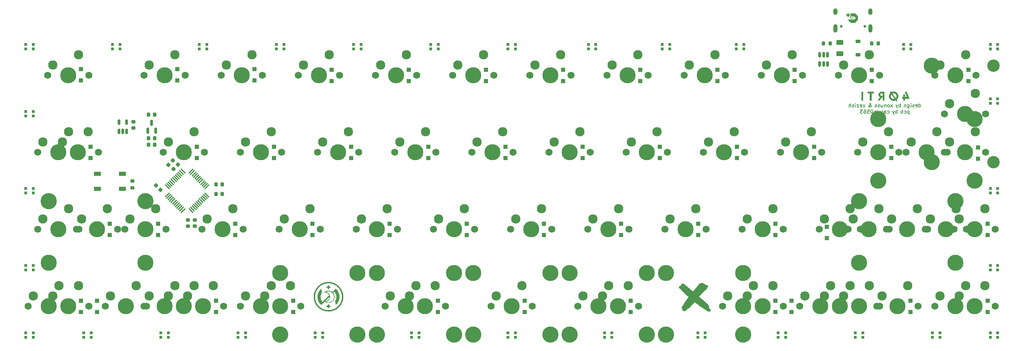
<source format=gbr>
%TF.GenerationSoftware,KiCad,Pcbnew,(7.0.0)*%
%TF.CreationDate,2023-11-21T21:36:59+01:00*%
%TF.ProjectId,forti proto,666f7274-6920-4707-926f-746f2e6b6963,rev?*%
%TF.SameCoordinates,Original*%
%TF.FileFunction,Soldermask,Bot*%
%TF.FilePolarity,Negative*%
%FSLAX46Y46*%
G04 Gerber Fmt 4.6, Leading zero omitted, Abs format (unit mm)*
G04 Created by KiCad (PCBNEW (7.0.0)) date 2023-11-21 21:36:59*
%MOMM*%
%LPD*%
G01*
G04 APERTURE LIST*
G04 Aperture macros list*
%AMRoundRect*
0 Rectangle with rounded corners*
0 $1 Rounding radius*
0 $2 $3 $4 $5 $6 $7 $8 $9 X,Y pos of 4 corners*
0 Add a 4 corners polygon primitive as box body*
4,1,4,$2,$3,$4,$5,$6,$7,$8,$9,$2,$3,0*
0 Add four circle primitives for the rounded corners*
1,1,$1+$1,$2,$3*
1,1,$1+$1,$4,$5*
1,1,$1+$1,$6,$7*
1,1,$1+$1,$8,$9*
0 Add four rect primitives between the rounded corners*
20,1,$1+$1,$2,$3,$4,$5,0*
20,1,$1+$1,$4,$5,$6,$7,0*
20,1,$1+$1,$6,$7,$8,$9,0*
20,1,$1+$1,$8,$9,$2,$3,0*%
G04 Aperture macros list end*
%ADD10C,0.000000*%
%ADD11C,0.150000*%
%ADD12C,3.987800*%
%ADD13C,3.048000*%
%ADD14C,0.650000*%
%ADD15O,1.000000X2.100000*%
%ADD16O,1.000000X1.600000*%
%ADD17C,1.750000*%
%ADD18C,2.300000*%
%ADD19C,4.000000*%
%ADD20RoundRect,0.105000X-0.245000X-0.245000X0.245000X-0.245000X0.245000X0.245000X-0.245000X0.245000X0*%
%ADD21RoundRect,0.250000X0.300000X-0.300000X0.300000X0.300000X-0.300000X0.300000X-0.300000X-0.300000X0*%
%ADD22RoundRect,0.105000X0.245000X0.245000X-0.245000X0.245000X-0.245000X-0.245000X0.245000X-0.245000X0*%
%ADD23RoundRect,0.200000X-0.200000X-0.275000X0.200000X-0.275000X0.200000X0.275000X-0.200000X0.275000X0*%
%ADD24RoundRect,0.200000X0.200000X0.275000X-0.200000X0.275000X-0.200000X-0.275000X0.200000X-0.275000X0*%
%ADD25RoundRect,0.150000X0.150000X-0.512500X0.150000X0.512500X-0.150000X0.512500X-0.150000X-0.512500X0*%
%ADD26R,1.800000X1.100000*%
%ADD27RoundRect,0.225000X-0.250000X0.225000X-0.250000X-0.225000X0.250000X-0.225000X0.250000X0.225000X0*%
%ADD28RoundRect,0.225000X0.335876X0.017678X0.017678X0.335876X-0.335876X-0.017678X-0.017678X-0.335876X0*%
%ADD29RoundRect,0.225000X0.375000X-0.225000X0.375000X0.225000X-0.375000X0.225000X-0.375000X-0.225000X0*%
%ADD30RoundRect,0.225000X-0.225000X-0.250000X0.225000X-0.250000X0.225000X0.250000X-0.225000X0.250000X0*%
%ADD31RoundRect,0.070000X0.521491X-0.422496X-0.422496X0.521491X-0.521491X0.422496X0.422496X-0.521491X0*%
%ADD32RoundRect,0.070000X0.521491X0.422496X0.422496X0.521491X-0.521491X-0.422496X-0.422496X-0.521491X0*%
%ADD33RoundRect,0.150000X0.150000X-0.587500X0.150000X0.587500X-0.150000X0.587500X-0.150000X-0.587500X0*%
%ADD34RoundRect,0.225000X0.225000X0.250000X-0.225000X0.250000X-0.225000X-0.250000X0.225000X-0.250000X0*%
%ADD35RoundRect,0.200000X0.275000X-0.200000X0.275000X0.200000X-0.275000X0.200000X-0.275000X-0.200000X0*%
%ADD36RoundRect,0.225000X0.017678X-0.335876X0.335876X-0.017678X-0.017678X0.335876X-0.335876X0.017678X0*%
%ADD37RoundRect,0.225000X0.250000X-0.225000X0.250000X0.225000X-0.250000X0.225000X-0.250000X-0.225000X0*%
%ADD38RoundRect,0.250000X-0.625000X0.375000X-0.625000X-0.375000X0.625000X-0.375000X0.625000X0.375000X0*%
G04 APERTURE END LIST*
D10*
G36*
X121640823Y-59070482D02*
G01*
X121654576Y-59078770D01*
X121681255Y-59095472D01*
X121694512Y-59103637D01*
X121707934Y-59111513D01*
X121714758Y-59115303D01*
X121721686Y-59118975D01*
X121728738Y-59122512D01*
X121735935Y-59125900D01*
X121757117Y-59136166D01*
X121778381Y-59145853D01*
X121799810Y-59155045D01*
X121821487Y-59163823D01*
X121843494Y-59172270D01*
X121865914Y-59180469D01*
X121888831Y-59188502D01*
X121912326Y-59196453D01*
X121915859Y-59196453D01*
X121915859Y-59348148D01*
X121897951Y-59331281D01*
X121879925Y-59315081D01*
X121861744Y-59299553D01*
X121843371Y-59284702D01*
X121824771Y-59270533D01*
X121805908Y-59257051D01*
X121786744Y-59244262D01*
X121767246Y-59232171D01*
X121747375Y-59220783D01*
X121727096Y-59210102D01*
X121706373Y-59200135D01*
X121685169Y-59190886D01*
X121663449Y-59182361D01*
X121641177Y-59174564D01*
X121618315Y-59167502D01*
X121594829Y-59161178D01*
X121626575Y-59062400D01*
X121640823Y-59070482D01*
G37*
D11*
X250519677Y-49089964D02*
X250519677Y-48189964D01*
X250519677Y-49047107D02*
X250605391Y-49089964D01*
X250605391Y-49089964D02*
X250776819Y-49089964D01*
X250776819Y-49089964D02*
X250862534Y-49047107D01*
X250862534Y-49047107D02*
X250905391Y-49004250D01*
X250905391Y-49004250D02*
X250948248Y-48918536D01*
X250948248Y-48918536D02*
X250948248Y-48661393D01*
X250948248Y-48661393D02*
X250905391Y-48575679D01*
X250905391Y-48575679D02*
X250862534Y-48532822D01*
X250862534Y-48532822D02*
X250776819Y-48489964D01*
X250776819Y-48489964D02*
X250605391Y-48489964D01*
X250605391Y-48489964D02*
X250519677Y-48532822D01*
X249748248Y-49047107D02*
X249833962Y-49089964D01*
X249833962Y-49089964D02*
X250005391Y-49089964D01*
X250005391Y-49089964D02*
X250091105Y-49047107D01*
X250091105Y-49047107D02*
X250133962Y-48961393D01*
X250133962Y-48961393D02*
X250133962Y-48618536D01*
X250133962Y-48618536D02*
X250091105Y-48532822D01*
X250091105Y-48532822D02*
X250005391Y-48489964D01*
X250005391Y-48489964D02*
X249833962Y-48489964D01*
X249833962Y-48489964D02*
X249748248Y-48532822D01*
X249748248Y-48532822D02*
X249705391Y-48618536D01*
X249705391Y-48618536D02*
X249705391Y-48704250D01*
X249705391Y-48704250D02*
X250133962Y-48789964D01*
X249362533Y-49047107D02*
X249276819Y-49089964D01*
X249276819Y-49089964D02*
X249105390Y-49089964D01*
X249105390Y-49089964D02*
X249019676Y-49047107D01*
X249019676Y-49047107D02*
X248976819Y-48961393D01*
X248976819Y-48961393D02*
X248976819Y-48918536D01*
X248976819Y-48918536D02*
X249019676Y-48832822D01*
X249019676Y-48832822D02*
X249105390Y-48789964D01*
X249105390Y-48789964D02*
X249233962Y-48789964D01*
X249233962Y-48789964D02*
X249319676Y-48747107D01*
X249319676Y-48747107D02*
X249362533Y-48661393D01*
X249362533Y-48661393D02*
X249362533Y-48618536D01*
X249362533Y-48618536D02*
X249319676Y-48532822D01*
X249319676Y-48532822D02*
X249233962Y-48489964D01*
X249233962Y-48489964D02*
X249105390Y-48489964D01*
X249105390Y-48489964D02*
X249019676Y-48532822D01*
X248591105Y-49089964D02*
X248591105Y-48489964D01*
X248591105Y-48189964D02*
X248633962Y-48232822D01*
X248633962Y-48232822D02*
X248591105Y-48275679D01*
X248591105Y-48275679D02*
X248548248Y-48232822D01*
X248548248Y-48232822D02*
X248591105Y-48189964D01*
X248591105Y-48189964D02*
X248591105Y-48275679D01*
X247776820Y-48489964D02*
X247776820Y-49218536D01*
X247776820Y-49218536D02*
X247819677Y-49304250D01*
X247819677Y-49304250D02*
X247862534Y-49347107D01*
X247862534Y-49347107D02*
X247948248Y-49389964D01*
X247948248Y-49389964D02*
X248076820Y-49389964D01*
X248076820Y-49389964D02*
X248162534Y-49347107D01*
X247776820Y-49047107D02*
X247862534Y-49089964D01*
X247862534Y-49089964D02*
X248033962Y-49089964D01*
X248033962Y-49089964D02*
X248119677Y-49047107D01*
X248119677Y-49047107D02*
X248162534Y-49004250D01*
X248162534Y-49004250D02*
X248205391Y-48918536D01*
X248205391Y-48918536D02*
X248205391Y-48661393D01*
X248205391Y-48661393D02*
X248162534Y-48575679D01*
X248162534Y-48575679D02*
X248119677Y-48532822D01*
X248119677Y-48532822D02*
X248033962Y-48489964D01*
X248033962Y-48489964D02*
X247862534Y-48489964D01*
X247862534Y-48489964D02*
X247776820Y-48532822D01*
X247348248Y-48489964D02*
X247348248Y-49089964D01*
X247348248Y-48575679D02*
X247305391Y-48532822D01*
X247305391Y-48532822D02*
X247219676Y-48489964D01*
X247219676Y-48489964D02*
X247091105Y-48489964D01*
X247091105Y-48489964D02*
X247005391Y-48532822D01*
X247005391Y-48532822D02*
X246962534Y-48618536D01*
X246962534Y-48618536D02*
X246962534Y-49089964D01*
X245993962Y-49089964D02*
X245993962Y-48189964D01*
X245993962Y-48532822D02*
X245908248Y-48489964D01*
X245908248Y-48489964D02*
X245736819Y-48489964D01*
X245736819Y-48489964D02*
X245651105Y-48532822D01*
X245651105Y-48532822D02*
X245608248Y-48575679D01*
X245608248Y-48575679D02*
X245565390Y-48661393D01*
X245565390Y-48661393D02*
X245565390Y-48918536D01*
X245565390Y-48918536D02*
X245608248Y-49004250D01*
X245608248Y-49004250D02*
X245651105Y-49047107D01*
X245651105Y-49047107D02*
X245736819Y-49089964D01*
X245736819Y-49089964D02*
X245908248Y-49089964D01*
X245908248Y-49089964D02*
X245993962Y-49047107D01*
X245265390Y-48489964D02*
X245051104Y-49089964D01*
X244836819Y-48489964D02*
X245051104Y-49089964D01*
X245051104Y-49089964D02*
X245136819Y-49304250D01*
X245136819Y-49304250D02*
X245179676Y-49347107D01*
X245179676Y-49347107D02*
X245265390Y-49389964D01*
X244039676Y-49089964D02*
X243568248Y-48489964D01*
X244039676Y-48489964D02*
X243568248Y-49089964D01*
X243096819Y-49089964D02*
X243182534Y-49047107D01*
X243182534Y-49047107D02*
X243225391Y-49004250D01*
X243225391Y-49004250D02*
X243268248Y-48918536D01*
X243268248Y-48918536D02*
X243268248Y-48661393D01*
X243268248Y-48661393D02*
X243225391Y-48575679D01*
X243225391Y-48575679D02*
X243182534Y-48532822D01*
X243182534Y-48532822D02*
X243096819Y-48489964D01*
X243096819Y-48489964D02*
X242968248Y-48489964D01*
X242968248Y-48489964D02*
X242882534Y-48532822D01*
X242882534Y-48532822D02*
X242839677Y-48575679D01*
X242839677Y-48575679D02*
X242796819Y-48661393D01*
X242796819Y-48661393D02*
X242796819Y-48918536D01*
X242796819Y-48918536D02*
X242839677Y-49004250D01*
X242839677Y-49004250D02*
X242882534Y-49047107D01*
X242882534Y-49047107D02*
X242968248Y-49089964D01*
X242968248Y-49089964D02*
X243096819Y-49089964D01*
X242411105Y-48489964D02*
X242411105Y-49089964D01*
X242411105Y-48575679D02*
X242368248Y-48532822D01*
X242368248Y-48532822D02*
X242282533Y-48489964D01*
X242282533Y-48489964D02*
X242153962Y-48489964D01*
X242153962Y-48489964D02*
X242068248Y-48532822D01*
X242068248Y-48532822D02*
X242025391Y-48618536D01*
X242025391Y-48618536D02*
X242025391Y-49089964D01*
X241211105Y-48489964D02*
X241211105Y-49089964D01*
X241596819Y-48489964D02*
X241596819Y-48961393D01*
X241596819Y-48961393D02*
X241553962Y-49047107D01*
X241553962Y-49047107D02*
X241468247Y-49089964D01*
X241468247Y-49089964D02*
X241339676Y-49089964D01*
X241339676Y-49089964D02*
X241253962Y-49047107D01*
X241253962Y-49047107D02*
X241211105Y-49004250D01*
X240825390Y-49047107D02*
X240739676Y-49089964D01*
X240739676Y-49089964D02*
X240568247Y-49089964D01*
X240568247Y-49089964D02*
X240482533Y-49047107D01*
X240482533Y-49047107D02*
X240439676Y-48961393D01*
X240439676Y-48961393D02*
X240439676Y-48918536D01*
X240439676Y-48918536D02*
X240482533Y-48832822D01*
X240482533Y-48832822D02*
X240568247Y-48789964D01*
X240568247Y-48789964D02*
X240696819Y-48789964D01*
X240696819Y-48789964D02*
X240782533Y-48747107D01*
X240782533Y-48747107D02*
X240825390Y-48661393D01*
X240825390Y-48661393D02*
X240825390Y-48618536D01*
X240825390Y-48618536D02*
X240782533Y-48532822D01*
X240782533Y-48532822D02*
X240696819Y-48489964D01*
X240696819Y-48489964D02*
X240568247Y-48489964D01*
X240568247Y-48489964D02*
X240482533Y-48532822D01*
X240096819Y-49047107D02*
X240011105Y-49089964D01*
X240011105Y-49089964D02*
X239839676Y-49089964D01*
X239839676Y-49089964D02*
X239753962Y-49047107D01*
X239753962Y-49047107D02*
X239711105Y-48961393D01*
X239711105Y-48961393D02*
X239711105Y-48918536D01*
X239711105Y-48918536D02*
X239753962Y-48832822D01*
X239753962Y-48832822D02*
X239839676Y-48789964D01*
X239839676Y-48789964D02*
X239968248Y-48789964D01*
X239968248Y-48789964D02*
X240053962Y-48747107D01*
X240053962Y-48747107D02*
X240096819Y-48661393D01*
X240096819Y-48661393D02*
X240096819Y-48618536D01*
X240096819Y-48618536D02*
X240053962Y-48532822D01*
X240053962Y-48532822D02*
X239968248Y-48489964D01*
X239968248Y-48489964D02*
X239839676Y-48489964D01*
X239839676Y-48489964D02*
X239753962Y-48532822D01*
X238056819Y-49089964D02*
X238099677Y-49089964D01*
X238099677Y-49089964D02*
X238185391Y-49047107D01*
X238185391Y-49047107D02*
X238313962Y-48918536D01*
X238313962Y-48918536D02*
X238528248Y-48661393D01*
X238528248Y-48661393D02*
X238613962Y-48532822D01*
X238613962Y-48532822D02*
X238656819Y-48404250D01*
X238656819Y-48404250D02*
X238656819Y-48318536D01*
X238656819Y-48318536D02*
X238613962Y-48232822D01*
X238613962Y-48232822D02*
X238528248Y-48189964D01*
X238528248Y-48189964D02*
X238485391Y-48189964D01*
X238485391Y-48189964D02*
X238399677Y-48232822D01*
X238399677Y-48232822D02*
X238356819Y-48318536D01*
X238356819Y-48318536D02*
X238356819Y-48361393D01*
X238356819Y-48361393D02*
X238399677Y-48447107D01*
X238399677Y-48447107D02*
X238442534Y-48489964D01*
X238442534Y-48489964D02*
X238699677Y-48661393D01*
X238699677Y-48661393D02*
X238742534Y-48704250D01*
X238742534Y-48704250D02*
X238785391Y-48789964D01*
X238785391Y-48789964D02*
X238785391Y-48918536D01*
X238785391Y-48918536D02*
X238742534Y-49004250D01*
X238742534Y-49004250D02*
X238699677Y-49047107D01*
X238699677Y-49047107D02*
X238613962Y-49089964D01*
X238613962Y-49089964D02*
X238485391Y-49089964D01*
X238485391Y-49089964D02*
X238399677Y-49047107D01*
X238399677Y-49047107D02*
X238356819Y-49004250D01*
X238356819Y-49004250D02*
X238228248Y-48832822D01*
X238228248Y-48832822D02*
X238185391Y-48704250D01*
X238185391Y-48704250D02*
X238185391Y-48618536D01*
X237216819Y-49089964D02*
X236745391Y-48489964D01*
X237216819Y-48489964D02*
X236745391Y-49089964D01*
X236059677Y-49047107D02*
X236145391Y-49089964D01*
X236145391Y-49089964D02*
X236316820Y-49089964D01*
X236316820Y-49089964D02*
X236402534Y-49047107D01*
X236402534Y-49047107D02*
X236445391Y-48961393D01*
X236445391Y-48961393D02*
X236445391Y-48618536D01*
X236445391Y-48618536D02*
X236402534Y-48532822D01*
X236402534Y-48532822D02*
X236316820Y-48489964D01*
X236316820Y-48489964D02*
X236145391Y-48489964D01*
X236145391Y-48489964D02*
X236059677Y-48532822D01*
X236059677Y-48532822D02*
X236016820Y-48618536D01*
X236016820Y-48618536D02*
X236016820Y-48704250D01*
X236016820Y-48704250D02*
X236445391Y-48789964D01*
X235716819Y-48489964D02*
X235245391Y-48489964D01*
X235245391Y-48489964D02*
X235716819Y-49089964D01*
X235716819Y-49089964D02*
X235245391Y-49089964D01*
X234902534Y-49089964D02*
X234902534Y-48489964D01*
X234902534Y-48189964D02*
X234945391Y-48232822D01*
X234945391Y-48232822D02*
X234902534Y-48275679D01*
X234902534Y-48275679D02*
X234859677Y-48232822D01*
X234859677Y-48232822D02*
X234902534Y-48189964D01*
X234902534Y-48189964D02*
X234902534Y-48275679D01*
X234345391Y-49089964D02*
X234431106Y-49047107D01*
X234431106Y-49047107D02*
X234473963Y-49004250D01*
X234473963Y-49004250D02*
X234516820Y-48918536D01*
X234516820Y-48918536D02*
X234516820Y-48661393D01*
X234516820Y-48661393D02*
X234473963Y-48575679D01*
X234473963Y-48575679D02*
X234431106Y-48532822D01*
X234431106Y-48532822D02*
X234345391Y-48489964D01*
X234345391Y-48489964D02*
X234216820Y-48489964D01*
X234216820Y-48489964D02*
X234131106Y-48532822D01*
X234131106Y-48532822D02*
X234088249Y-48575679D01*
X234088249Y-48575679D02*
X234045391Y-48661393D01*
X234045391Y-48661393D02*
X234045391Y-48918536D01*
X234045391Y-48918536D02*
X234088249Y-49004250D01*
X234088249Y-49004250D02*
X234131106Y-49047107D01*
X234131106Y-49047107D02*
X234216820Y-49089964D01*
X234216820Y-49089964D02*
X234345391Y-49089964D01*
X233659677Y-49089964D02*
X233659677Y-48189964D01*
X233273963Y-49089964D02*
X233273963Y-48618536D01*
X233273963Y-48618536D02*
X233316820Y-48532822D01*
X233316820Y-48532822D02*
X233402534Y-48489964D01*
X233402534Y-48489964D02*
X233531105Y-48489964D01*
X233531105Y-48489964D02*
X233616820Y-48532822D01*
X233616820Y-48532822D02*
X233659677Y-48575679D01*
X248109850Y-50077464D02*
X248109850Y-50977464D01*
X248109850Y-50120322D02*
X248024136Y-50077464D01*
X248024136Y-50077464D02*
X247852707Y-50077464D01*
X247852707Y-50077464D02*
X247766993Y-50120322D01*
X247766993Y-50120322D02*
X247724136Y-50163179D01*
X247724136Y-50163179D02*
X247681278Y-50248893D01*
X247681278Y-50248893D02*
X247681278Y-50506036D01*
X247681278Y-50506036D02*
X247724136Y-50591750D01*
X247724136Y-50591750D02*
X247766993Y-50634607D01*
X247766993Y-50634607D02*
X247852707Y-50677464D01*
X247852707Y-50677464D02*
X248024136Y-50677464D01*
X248024136Y-50677464D02*
X248109850Y-50634607D01*
X246909850Y-50634607D02*
X246995564Y-50677464D01*
X246995564Y-50677464D02*
X247166992Y-50677464D01*
X247166992Y-50677464D02*
X247252707Y-50634607D01*
X247252707Y-50634607D02*
X247295564Y-50591750D01*
X247295564Y-50591750D02*
X247338421Y-50506036D01*
X247338421Y-50506036D02*
X247338421Y-50248893D01*
X247338421Y-50248893D02*
X247295564Y-50163179D01*
X247295564Y-50163179D02*
X247252707Y-50120322D01*
X247252707Y-50120322D02*
X247166992Y-50077464D01*
X247166992Y-50077464D02*
X246995564Y-50077464D01*
X246995564Y-50077464D02*
X246909850Y-50120322D01*
X246524135Y-50677464D02*
X246524135Y-49777464D01*
X246524135Y-50120322D02*
X246438421Y-50077464D01*
X246438421Y-50077464D02*
X246266992Y-50077464D01*
X246266992Y-50077464D02*
X246181278Y-50120322D01*
X246181278Y-50120322D02*
X246138421Y-50163179D01*
X246138421Y-50163179D02*
X246095563Y-50248893D01*
X246095563Y-50248893D02*
X246095563Y-50506036D01*
X246095563Y-50506036D02*
X246138421Y-50591750D01*
X246138421Y-50591750D02*
X246181278Y-50634607D01*
X246181278Y-50634607D02*
X246266992Y-50677464D01*
X246266992Y-50677464D02*
X246438421Y-50677464D01*
X246438421Y-50677464D02*
X246524135Y-50634607D01*
X245169849Y-50677464D02*
X245169849Y-49777464D01*
X245169849Y-50120322D02*
X245084135Y-50077464D01*
X245084135Y-50077464D02*
X244912706Y-50077464D01*
X244912706Y-50077464D02*
X244826992Y-50120322D01*
X244826992Y-50120322D02*
X244784135Y-50163179D01*
X244784135Y-50163179D02*
X244741277Y-50248893D01*
X244741277Y-50248893D02*
X244741277Y-50506036D01*
X244741277Y-50506036D02*
X244784135Y-50591750D01*
X244784135Y-50591750D02*
X244826992Y-50634607D01*
X244826992Y-50634607D02*
X244912706Y-50677464D01*
X244912706Y-50677464D02*
X245084135Y-50677464D01*
X245084135Y-50677464D02*
X245169849Y-50634607D01*
X244441277Y-50077464D02*
X244226991Y-50677464D01*
X244012706Y-50077464D02*
X244226991Y-50677464D01*
X244226991Y-50677464D02*
X244312706Y-50891750D01*
X244312706Y-50891750D02*
X244355563Y-50934607D01*
X244355563Y-50934607D02*
X244441277Y-50977464D01*
X242744135Y-50634607D02*
X242829849Y-50677464D01*
X242829849Y-50677464D02*
X243001277Y-50677464D01*
X243001277Y-50677464D02*
X243086992Y-50634607D01*
X243086992Y-50634607D02*
X243129849Y-50591750D01*
X243129849Y-50591750D02*
X243172706Y-50506036D01*
X243172706Y-50506036D02*
X243172706Y-50248893D01*
X243172706Y-50248893D02*
X243129849Y-50163179D01*
X243129849Y-50163179D02*
X243086992Y-50120322D01*
X243086992Y-50120322D02*
X243001277Y-50077464D01*
X243001277Y-50077464D02*
X242829849Y-50077464D01*
X242829849Y-50077464D02*
X242744135Y-50120322D01*
X241972706Y-50677464D02*
X241972706Y-50206036D01*
X241972706Y-50206036D02*
X242015563Y-50120322D01*
X242015563Y-50120322D02*
X242101277Y-50077464D01*
X242101277Y-50077464D02*
X242272706Y-50077464D01*
X242272706Y-50077464D02*
X242358420Y-50120322D01*
X241972706Y-50634607D02*
X242058420Y-50677464D01*
X242058420Y-50677464D02*
X242272706Y-50677464D01*
X242272706Y-50677464D02*
X242358420Y-50634607D01*
X242358420Y-50634607D02*
X242401277Y-50548893D01*
X242401277Y-50548893D02*
X242401277Y-50463179D01*
X242401277Y-50463179D02*
X242358420Y-50377464D01*
X242358420Y-50377464D02*
X242272706Y-50334607D01*
X242272706Y-50334607D02*
X242058420Y-50334607D01*
X242058420Y-50334607D02*
X241972706Y-50291750D01*
X241415562Y-50677464D02*
X241501277Y-50634607D01*
X241501277Y-50634607D02*
X241544134Y-50548893D01*
X241544134Y-50548893D02*
X241544134Y-49777464D01*
X241158419Y-50077464D02*
X240944133Y-50677464D01*
X240944133Y-50677464D02*
X240729848Y-50077464D01*
X240386991Y-50677464D02*
X240386991Y-50077464D01*
X240386991Y-49777464D02*
X240429848Y-49820322D01*
X240429848Y-49820322D02*
X240386991Y-49863179D01*
X240386991Y-49863179D02*
X240344134Y-49820322D01*
X240344134Y-49820322D02*
X240386991Y-49777464D01*
X240386991Y-49777464D02*
X240386991Y-49863179D01*
X239958420Y-50077464D02*
X239958420Y-50677464D01*
X239958420Y-50163179D02*
X239915563Y-50120322D01*
X239915563Y-50120322D02*
X239829848Y-50077464D01*
X239829848Y-50077464D02*
X239701277Y-50077464D01*
X239701277Y-50077464D02*
X239615563Y-50120322D01*
X239615563Y-50120322D02*
X239572706Y-50206036D01*
X239572706Y-50206036D02*
X239572706Y-50677464D01*
X238972705Y-49777464D02*
X238886991Y-49777464D01*
X238886991Y-49777464D02*
X238801277Y-49820322D01*
X238801277Y-49820322D02*
X238758420Y-49863179D01*
X238758420Y-49863179D02*
X238715562Y-49948893D01*
X238715562Y-49948893D02*
X238672705Y-50120322D01*
X238672705Y-50120322D02*
X238672705Y-50334607D01*
X238672705Y-50334607D02*
X238715562Y-50506036D01*
X238715562Y-50506036D02*
X238758420Y-50591750D01*
X238758420Y-50591750D02*
X238801277Y-50634607D01*
X238801277Y-50634607D02*
X238886991Y-50677464D01*
X238886991Y-50677464D02*
X238972705Y-50677464D01*
X238972705Y-50677464D02*
X239058420Y-50634607D01*
X239058420Y-50634607D02*
X239101277Y-50591750D01*
X239101277Y-50591750D02*
X239144134Y-50506036D01*
X239144134Y-50506036D02*
X239186991Y-50334607D01*
X239186991Y-50334607D02*
X239186991Y-50120322D01*
X239186991Y-50120322D02*
X239144134Y-49948893D01*
X239144134Y-49948893D02*
X239101277Y-49863179D01*
X239101277Y-49863179D02*
X239058420Y-49820322D01*
X239058420Y-49820322D02*
X238972705Y-49777464D01*
X237858419Y-49777464D02*
X238286991Y-49777464D01*
X238286991Y-49777464D02*
X238329848Y-50206036D01*
X238329848Y-50206036D02*
X238286991Y-50163179D01*
X238286991Y-50163179D02*
X238201277Y-50120322D01*
X238201277Y-50120322D02*
X237986991Y-50120322D01*
X237986991Y-50120322D02*
X237901277Y-50163179D01*
X237901277Y-50163179D02*
X237858419Y-50206036D01*
X237858419Y-50206036D02*
X237815562Y-50291750D01*
X237815562Y-50291750D02*
X237815562Y-50506036D01*
X237815562Y-50506036D02*
X237858419Y-50591750D01*
X237858419Y-50591750D02*
X237901277Y-50634607D01*
X237901277Y-50634607D02*
X237986991Y-50677464D01*
X237986991Y-50677464D02*
X238201277Y-50677464D01*
X238201277Y-50677464D02*
X238286991Y-50634607D01*
X238286991Y-50634607D02*
X238329848Y-50591750D01*
X237044134Y-49777464D02*
X237215562Y-49777464D01*
X237215562Y-49777464D02*
X237301276Y-49820322D01*
X237301276Y-49820322D02*
X237344134Y-49863179D01*
X237344134Y-49863179D02*
X237429848Y-49991750D01*
X237429848Y-49991750D02*
X237472705Y-50163179D01*
X237472705Y-50163179D02*
X237472705Y-50506036D01*
X237472705Y-50506036D02*
X237429848Y-50591750D01*
X237429848Y-50591750D02*
X237386991Y-50634607D01*
X237386991Y-50634607D02*
X237301276Y-50677464D01*
X237301276Y-50677464D02*
X237129848Y-50677464D01*
X237129848Y-50677464D02*
X237044134Y-50634607D01*
X237044134Y-50634607D02*
X237001276Y-50591750D01*
X237001276Y-50591750D02*
X236958419Y-50506036D01*
X236958419Y-50506036D02*
X236958419Y-50291750D01*
X236958419Y-50291750D02*
X237001276Y-50206036D01*
X237001276Y-50206036D02*
X237044134Y-50163179D01*
X237044134Y-50163179D02*
X237129848Y-50120322D01*
X237129848Y-50120322D02*
X237301276Y-50120322D01*
X237301276Y-50120322D02*
X237386991Y-50163179D01*
X237386991Y-50163179D02*
X237429848Y-50206036D01*
X237429848Y-50206036D02*
X237472705Y-50291750D01*
X236658419Y-49777464D02*
X236101276Y-49777464D01*
X236101276Y-49777464D02*
X236401276Y-50120322D01*
X236401276Y-50120322D02*
X236272705Y-50120322D01*
X236272705Y-50120322D02*
X236186991Y-50163179D01*
X236186991Y-50163179D02*
X236144133Y-50206036D01*
X236144133Y-50206036D02*
X236101276Y-50291750D01*
X236101276Y-50291750D02*
X236101276Y-50506036D01*
X236101276Y-50506036D02*
X236144133Y-50591750D01*
X236144133Y-50591750D02*
X236186991Y-50634607D01*
X236186991Y-50634607D02*
X236272705Y-50677464D01*
X236272705Y-50677464D02*
X236529848Y-50677464D01*
X236529848Y-50677464D02*
X236615562Y-50634607D01*
X236615562Y-50634607D02*
X236658419Y-50591750D01*
%TO.C,G\u002A\u002A\u002A*%
G36*
X236611416Y-45286435D02*
G01*
X236669232Y-45286869D01*
X236708971Y-45288405D01*
X236734970Y-45291738D01*
X236751563Y-45297566D01*
X236763086Y-45306585D01*
X236773874Y-45319494D01*
X236778313Y-45325387D01*
X236782337Y-45332297D01*
X236785817Y-45341622D01*
X236788784Y-45354968D01*
X236791272Y-45373943D01*
X236793315Y-45400155D01*
X236794945Y-45435209D01*
X236796197Y-45480713D01*
X236797104Y-45538275D01*
X236797698Y-45609501D01*
X236798014Y-45695999D01*
X236798084Y-45799375D01*
X236797942Y-45921237D01*
X236797622Y-46063191D01*
X236797156Y-46226846D01*
X236796578Y-46413807D01*
X236795993Y-46586431D01*
X236795287Y-46757377D01*
X236794501Y-46906165D01*
X236793606Y-47034251D01*
X236792576Y-47143091D01*
X236791383Y-47234140D01*
X236790000Y-47308854D01*
X236788399Y-47368689D01*
X236786552Y-47415101D01*
X236784433Y-47449546D01*
X236782013Y-47473479D01*
X236779266Y-47488357D01*
X236776163Y-47495634D01*
X236758098Y-47504247D01*
X236719840Y-47511235D01*
X236667378Y-47515918D01*
X236606196Y-47518295D01*
X236541775Y-47518368D01*
X236479599Y-47516136D01*
X236425149Y-47511600D01*
X236383907Y-47504759D01*
X236361357Y-47495614D01*
X236360166Y-47494479D01*
X236356305Y-47489454D01*
X236352933Y-47481617D01*
X236350018Y-47469392D01*
X236347525Y-47451198D01*
X236345422Y-47425457D01*
X236343676Y-47390590D01*
X236342253Y-47345019D01*
X236341122Y-47287164D01*
X236340249Y-47215447D01*
X236339600Y-47128288D01*
X236339143Y-47024110D01*
X236338846Y-46901333D01*
X236338674Y-46758378D01*
X236338595Y-46593666D01*
X236338576Y-46405619D01*
X236338582Y-46254611D01*
X236338626Y-46085475D01*
X236338744Y-45938403D01*
X236338972Y-45811806D01*
X236339347Y-45704095D01*
X236339905Y-45613682D01*
X236340681Y-45538977D01*
X236341713Y-45478391D01*
X236343036Y-45430335D01*
X236344686Y-45393221D01*
X236346700Y-45365460D01*
X236349114Y-45345462D01*
X236351964Y-45331638D01*
X236355286Y-45322400D01*
X236359116Y-45316160D01*
X236363490Y-45311326D01*
X236374034Y-45302380D01*
X236389043Y-45295224D01*
X236411622Y-45290577D01*
X236446105Y-45287911D01*
X236496829Y-45286699D01*
X236568128Y-45286412D01*
X236611416Y-45286435D01*
G37*
G36*
X238703354Y-45286420D02*
G01*
X238848250Y-45286538D01*
X238970863Y-45286835D01*
X239073110Y-45287361D01*
X239156906Y-45288166D01*
X239224167Y-45289300D01*
X239276809Y-45290813D01*
X239316748Y-45292754D01*
X239345900Y-45295174D01*
X239366180Y-45298123D01*
X239379505Y-45301649D01*
X239387791Y-45305804D01*
X239392170Y-45308984D01*
X239401623Y-45318206D01*
X239408103Y-45331654D01*
X239412169Y-45353465D01*
X239414379Y-45387778D01*
X239415296Y-45438729D01*
X239415477Y-45510456D01*
X239415450Y-45532123D01*
X239414745Y-45601067D01*
X239412808Y-45649985D01*
X239409268Y-45682748D01*
X239403756Y-45703226D01*
X239395901Y-45715292D01*
X239394221Y-45716847D01*
X239382553Y-45723419D01*
X239362904Y-45728223D01*
X239331890Y-45731513D01*
X239286124Y-45733547D01*
X239222221Y-45734580D01*
X239136794Y-45734867D01*
X239059894Y-45735238D01*
X238984570Y-45736802D01*
X238931020Y-45739686D01*
X238897512Y-45743990D01*
X238882313Y-45749816D01*
X238881404Y-45751191D01*
X238878430Y-45763778D01*
X238875865Y-45789365D01*
X238873687Y-45829277D01*
X238871874Y-45884836D01*
X238870401Y-45957367D01*
X238869247Y-46048193D01*
X238868390Y-46158638D01*
X238867805Y-46290026D01*
X238867471Y-46443679D01*
X238867365Y-46620922D01*
X238867345Y-46734113D01*
X238867224Y-46887096D01*
X238866958Y-47018037D01*
X238866508Y-47128671D01*
X238865836Y-47220730D01*
X238864902Y-47295950D01*
X238863668Y-47356065D01*
X238862095Y-47402809D01*
X238860144Y-47437915D01*
X238857777Y-47463119D01*
X238854955Y-47480154D01*
X238851638Y-47490755D01*
X238847789Y-47496655D01*
X238846142Y-47498193D01*
X238832717Y-47505709D01*
X238810078Y-47510888D01*
X238774303Y-47514112D01*
X238721470Y-47515765D01*
X238647657Y-47516231D01*
X238626067Y-47516143D01*
X238560525Y-47514766D01*
X238504817Y-47511962D01*
X238463969Y-47508046D01*
X238443005Y-47503335D01*
X238442850Y-47503252D01*
X238438194Y-47500080D01*
X238434183Y-47494787D01*
X238430771Y-47485619D01*
X238427908Y-47470823D01*
X238425547Y-47448646D01*
X238423640Y-47417334D01*
X238422137Y-47375135D01*
X238420991Y-47320294D01*
X238420154Y-47251059D01*
X238419578Y-47165676D01*
X238419213Y-47062392D01*
X238419012Y-46939454D01*
X238418927Y-46795109D01*
X238418910Y-46627602D01*
X238418899Y-46567363D01*
X238418723Y-46397185D01*
X238418314Y-46250175D01*
X238417650Y-46125013D01*
X238416708Y-46020380D01*
X238415465Y-45934957D01*
X238413900Y-45867424D01*
X238411989Y-45816463D01*
X238409711Y-45780754D01*
X238407042Y-45758978D01*
X238403961Y-45749816D01*
X238393250Y-45745040D01*
X238363578Y-45740437D01*
X238314213Y-45737275D01*
X238243425Y-45735452D01*
X238149481Y-45734867D01*
X238130441Y-45734857D01*
X238049607Y-45734441D01*
X237989616Y-45733227D01*
X237947083Y-45730962D01*
X237918623Y-45727388D01*
X237900848Y-45722250D01*
X237890373Y-45715292D01*
X237888087Y-45712750D01*
X237880876Y-45698871D01*
X237875912Y-45675573D01*
X237872824Y-45638985D01*
X237871243Y-45585236D01*
X237870798Y-45510456D01*
X237870815Y-45481142D01*
X237871203Y-45417610D01*
X237872535Y-45373319D01*
X237875369Y-45344130D01*
X237880265Y-45325906D01*
X237887783Y-45314510D01*
X237898484Y-45305804D01*
X237901110Y-45304176D01*
X237911053Y-45300261D01*
X237926752Y-45296956D01*
X237950121Y-45294211D01*
X237983077Y-45291976D01*
X238027536Y-45290200D01*
X238085414Y-45288835D01*
X238158626Y-45287830D01*
X238249088Y-45287135D01*
X238358717Y-45286700D01*
X238489428Y-45286476D01*
X238643137Y-45286412D01*
X238703354Y-45286420D01*
G37*
G36*
X242031441Y-46152368D02*
G01*
X242031458Y-46211486D01*
X242031465Y-46398550D01*
X242031465Y-46404248D01*
X242031424Y-46592669D01*
X242031288Y-46757779D01*
X242031028Y-46901139D01*
X242030616Y-47024307D01*
X242030026Y-47128844D01*
X242029228Y-47216307D01*
X242028196Y-47288258D01*
X242026902Y-47346255D01*
X242025317Y-47391859D01*
X242023415Y-47426627D01*
X242021167Y-47452121D01*
X242018546Y-47469898D01*
X242015524Y-47481520D01*
X242012073Y-47488545D01*
X242007872Y-47494237D01*
X241998522Y-47503173D01*
X241984525Y-47509291D01*
X241961829Y-47513125D01*
X241926380Y-47515205D01*
X241874124Y-47516063D01*
X241801009Y-47516231D01*
X241761581Y-47516200D01*
X241699405Y-47515753D01*
X241656061Y-47514351D01*
X241627497Y-47511460D01*
X241609658Y-47506550D01*
X241598492Y-47499089D01*
X241589945Y-47488545D01*
X241585666Y-47480609D01*
X241581317Y-47465899D01*
X241577868Y-47443411D01*
X241575221Y-47410699D01*
X241573277Y-47365314D01*
X241571937Y-47304807D01*
X241571102Y-47226731D01*
X241570673Y-47128639D01*
X241570553Y-47008081D01*
X241570553Y-46555302D01*
X241543141Y-46559283D01*
X241541502Y-46559718D01*
X241529558Y-46568500D01*
X241510559Y-46589252D01*
X241483576Y-46623251D01*
X241447683Y-46671772D01*
X241401952Y-46736094D01*
X241345455Y-46817494D01*
X241277265Y-46917247D01*
X241196455Y-47036633D01*
X240877181Y-47510002D01*
X240652007Y-47513393D01*
X240620806Y-47513826D01*
X240540353Y-47514228D01*
X240480718Y-47512650D01*
X240438823Y-47508341D01*
X240411593Y-47500552D01*
X240395951Y-47488532D01*
X240388822Y-47471531D01*
X240387129Y-47448798D01*
X240390463Y-47439164D01*
X240407072Y-47409263D01*
X240436601Y-47362207D01*
X240477914Y-47299706D01*
X240529874Y-47223470D01*
X240591343Y-47135209D01*
X240661185Y-47036633D01*
X240669822Y-47024531D01*
X240730740Y-46938899D01*
X240786629Y-46859879D01*
X240835908Y-46789743D01*
X240876991Y-46730760D01*
X240908297Y-46685203D01*
X240928241Y-46655344D01*
X240935241Y-46643453D01*
X240926020Y-46633686D01*
X240900385Y-46615794D01*
X240864092Y-46594002D01*
X240802286Y-46553219D01*
X240716869Y-46473748D01*
X240645447Y-46377113D01*
X240590371Y-46266715D01*
X240553995Y-46145951D01*
X240543850Y-46082546D01*
X240542830Y-46015152D01*
X241009984Y-46015152D01*
X241016586Y-46075797D01*
X241045324Y-46149378D01*
X241095513Y-46212214D01*
X241165697Y-46261998D01*
X241170213Y-46264353D01*
X241194764Y-46274867D01*
X241223514Y-46282277D01*
X241261642Y-46287315D01*
X241314325Y-46290710D01*
X241386744Y-46293193D01*
X241454190Y-46294595D01*
X241505344Y-46294383D01*
X241538440Y-46292166D01*
X241556993Y-46287700D01*
X241564518Y-46280736D01*
X241565079Y-46278245D01*
X241566745Y-46254788D01*
X241567885Y-46211507D01*
X241568455Y-46152368D01*
X241568408Y-46081335D01*
X241567700Y-46002373D01*
X241564324Y-45741096D01*
X241389925Y-45741218D01*
X241346167Y-45741364D01*
X241286574Y-45742415D01*
X241243843Y-45745001D01*
X241212862Y-45749736D01*
X241188518Y-45757233D01*
X241165697Y-45768105D01*
X241111565Y-45804027D01*
X241056062Y-45863917D01*
X241021736Y-45935030D01*
X241009984Y-46015152D01*
X240542830Y-46015152D01*
X240541981Y-45959116D01*
X240562850Y-45839084D01*
X240605012Y-45724706D01*
X240667025Y-45618236D01*
X240747446Y-45521930D01*
X240844832Y-45438043D01*
X240957740Y-45368830D01*
X241084726Y-45316545D01*
X241089592Y-45315020D01*
X241112592Y-45309058D01*
X241140268Y-45304211D01*
X241175511Y-45300316D01*
X241221213Y-45297210D01*
X241280264Y-45294729D01*
X241355556Y-45292713D01*
X241449980Y-45290997D01*
X241566427Y-45289419D01*
X241655876Y-45288352D01*
X241750671Y-45287374D01*
X241825280Y-45286956D01*
X241882360Y-45287224D01*
X241924567Y-45288304D01*
X241954561Y-45290322D01*
X241974998Y-45293406D01*
X241988535Y-45297682D01*
X241997829Y-45303276D01*
X242005539Y-45310315D01*
X242009899Y-45314929D01*
X242013920Y-45320753D01*
X242017408Y-45329151D01*
X242020400Y-45341717D01*
X242022934Y-45360048D01*
X242025048Y-45385739D01*
X242026781Y-45420387D01*
X242028169Y-45465586D01*
X242029252Y-45522934D01*
X242030067Y-45594024D01*
X242030653Y-45680455D01*
X242031046Y-45783820D01*
X242031286Y-45905717D01*
X242031411Y-46047740D01*
X242031441Y-46152368D01*
G37*
G36*
X247449185Y-45280924D02*
G01*
X247488936Y-45289538D01*
X247510168Y-45303287D01*
X247512146Y-45306492D01*
X247523866Y-45330145D01*
X247543832Y-45373517D01*
X247571085Y-45434368D01*
X247604671Y-45510457D01*
X247643632Y-45599545D01*
X247687012Y-45699390D01*
X247733855Y-45807752D01*
X247783202Y-45922391D01*
X247834099Y-46041066D01*
X247885589Y-46161536D01*
X247936715Y-46281561D01*
X247986520Y-46398901D01*
X248034048Y-46511315D01*
X248078342Y-46616563D01*
X248118447Y-46712403D01*
X248153404Y-46796596D01*
X248182259Y-46866901D01*
X248204053Y-46921078D01*
X248217832Y-46956885D01*
X248222637Y-46972083D01*
X248222550Y-46986594D01*
X248221003Y-47000801D01*
X248215867Y-47012390D01*
X248205010Y-47021628D01*
X248186299Y-47028781D01*
X248157602Y-47034116D01*
X248116785Y-47037899D01*
X248061718Y-47040396D01*
X247990266Y-47041874D01*
X247900298Y-47042600D01*
X247789681Y-47042841D01*
X247656282Y-47042861D01*
X247533602Y-47042931D01*
X247425581Y-47043208D01*
X247338225Y-47043773D01*
X247269343Y-47044707D01*
X247216750Y-47046090D01*
X247178256Y-47048002D01*
X247151674Y-47050526D01*
X247134815Y-47053741D01*
X247125493Y-47057727D01*
X247121517Y-47062566D01*
X247119993Y-47070595D01*
X247117601Y-47101509D01*
X247115687Y-47149837D01*
X247114416Y-47210814D01*
X247113956Y-47279675D01*
X247113869Y-47320000D01*
X247113018Y-47386521D01*
X247110982Y-47433700D01*
X247107422Y-47465285D01*
X247102001Y-47485021D01*
X247094381Y-47496655D01*
X247092072Y-47498752D01*
X247078312Y-47506040D01*
X247055186Y-47511059D01*
X247018809Y-47514181D01*
X246965298Y-47515781D01*
X246890770Y-47516231D01*
X246835389Y-47516067D01*
X246778251Y-47515086D01*
X246738900Y-47512821D01*
X246713223Y-47508818D01*
X246697104Y-47502627D01*
X246686430Y-47493795D01*
X246680973Y-47486073D01*
X246674599Y-47468752D01*
X246669957Y-47441170D01*
X246666674Y-47399663D01*
X246664379Y-47340569D01*
X246662699Y-47260225D01*
X246659273Y-47049090D01*
X246572353Y-47045342D01*
X246560782Y-47044834D01*
X246516744Y-47041802D01*
X246485120Y-47034981D01*
X246463855Y-47020849D01*
X246450893Y-46995885D01*
X246444179Y-46956569D01*
X246441657Y-46899380D01*
X246441273Y-46820798D01*
X246441278Y-46809381D01*
X246441965Y-46732148D01*
X246445003Y-46676033D01*
X246452074Y-46637670D01*
X246464859Y-46613692D01*
X246485037Y-46600733D01*
X246514290Y-46595427D01*
X246554299Y-46594406D01*
X246555676Y-46594407D01*
X246590579Y-46594744D01*
X246617215Y-46593686D01*
X246636693Y-46588293D01*
X246650126Y-46575626D01*
X246658624Y-46552747D01*
X246663300Y-46516717D01*
X246665264Y-46464597D01*
X246665627Y-46393448D01*
X246665501Y-46300332D01*
X246665388Y-46243113D01*
X246665345Y-46156496D01*
X246667103Y-46090471D01*
X246672533Y-46042258D01*
X246683504Y-46009082D01*
X246701888Y-45988166D01*
X246729554Y-45976732D01*
X246768374Y-45972003D01*
X246820218Y-45971202D01*
X246886957Y-45971552D01*
X246917814Y-45971436D01*
X246980665Y-45971138D01*
X247028508Y-45973091D01*
X247063376Y-45980124D01*
X247087302Y-45995066D01*
X247102319Y-46020745D01*
X247110459Y-46059992D01*
X247113757Y-46115635D01*
X247114245Y-46190502D01*
X247113956Y-46287423D01*
X247113997Y-46319944D01*
X247114750Y-46413330D01*
X247116525Y-46484167D01*
X247119414Y-46534261D01*
X247123510Y-46565422D01*
X247128905Y-46579458D01*
X247132315Y-46581752D01*
X247155273Y-46587444D01*
X247198479Y-46591381D01*
X247263474Y-46593667D01*
X247351799Y-46594406D01*
X247359387Y-46594405D01*
X247434948Y-46594085D01*
X247489444Y-46592977D01*
X247526416Y-46590745D01*
X247549405Y-46587053D01*
X247561951Y-46581565D01*
X247567597Y-46573947D01*
X247566330Y-46564658D01*
X247556178Y-46533147D01*
X247536761Y-46481223D01*
X247508623Y-46410232D01*
X247472311Y-46321521D01*
X247428371Y-46216436D01*
X247377348Y-46096323D01*
X247319788Y-45962530D01*
X247303540Y-45924928D01*
X247255033Y-45812097D01*
X247209972Y-45706447D01*
X247169289Y-45610213D01*
X247133914Y-45525633D01*
X247104779Y-45454942D01*
X247082816Y-45400376D01*
X247068955Y-45364173D01*
X247064128Y-45348568D01*
X247065312Y-45334324D01*
X247073900Y-45315833D01*
X247093719Y-45302472D01*
X247128190Y-45293029D01*
X247180733Y-45286294D01*
X247254768Y-45281054D01*
X247307366Y-45278512D01*
X247389225Y-45277298D01*
X247449185Y-45280924D01*
G37*
G36*
X245459741Y-46431011D02*
G01*
X245459911Y-46481068D01*
X245439275Y-46636424D01*
X245397439Y-46788222D01*
X245334370Y-46934134D01*
X245258196Y-47058507D01*
X245250034Y-47071833D01*
X245144399Y-47198990D01*
X245071144Y-47275277D01*
X245164497Y-47410868D01*
X245171242Y-47420706D01*
X245205120Y-47471535D01*
X245232631Y-47515109D01*
X245251100Y-47547069D01*
X245257850Y-47563053D01*
X245257757Y-47564447D01*
X245248058Y-47584991D01*
X245227274Y-47610225D01*
X245214356Y-47622012D01*
X245196910Y-47632140D01*
X245172864Y-47637800D01*
X245136114Y-47640263D01*
X245080560Y-47640802D01*
X245047746Y-47640595D01*
X244993425Y-47637553D01*
X244954049Y-47628127D01*
X244922868Y-47608867D01*
X244893137Y-47576323D01*
X244858108Y-47527045D01*
X244846941Y-47510906D01*
X244820643Y-47477132D01*
X244801574Y-47461436D01*
X244786509Y-47460834D01*
X244703578Y-47492582D01*
X244548676Y-47536016D01*
X244394702Y-47559451D01*
X244247028Y-47561881D01*
X244168319Y-47554671D01*
X244004418Y-47522481D01*
X243849851Y-47468884D01*
X243706245Y-47395499D01*
X243575223Y-47303942D01*
X243458410Y-47195831D01*
X243357430Y-47072786D01*
X243273908Y-46936423D01*
X243209468Y-46788360D01*
X243165734Y-46630215D01*
X243144331Y-46463607D01*
X243144125Y-46444921D01*
X243604990Y-46444921D01*
X243606396Y-46463976D01*
X243628629Y-46591825D01*
X243672860Y-46708669D01*
X243739724Y-46815832D01*
X243829856Y-46914642D01*
X243860303Y-46941924D01*
X243942932Y-47003297D01*
X244030301Y-47047816D01*
X244131548Y-47080505D01*
X244146510Y-47084080D01*
X244211453Y-47095006D01*
X244280510Y-47100620D01*
X244348889Y-47101193D01*
X244411797Y-47096996D01*
X244464442Y-47088302D01*
X244502031Y-47075382D01*
X244519772Y-47058507D01*
X244517934Y-47052987D01*
X244504292Y-47028882D01*
X244478811Y-46988192D01*
X244443098Y-46933246D01*
X244398761Y-46866374D01*
X244347409Y-46789906D01*
X244290650Y-46706169D01*
X244230091Y-46617494D01*
X244167341Y-46526210D01*
X244104008Y-46434645D01*
X244041700Y-46345130D01*
X243982026Y-46259993D01*
X243926593Y-46181563D01*
X243877009Y-46112170D01*
X243834883Y-46054144D01*
X243801822Y-46009812D01*
X243779436Y-45981505D01*
X243769331Y-45971552D01*
X243757684Y-45974562D01*
X243735811Y-45993790D01*
X243709449Y-46032581D01*
X243677020Y-46093008D01*
X243633677Y-46198780D01*
X243607910Y-46318541D01*
X243604990Y-46444921D01*
X243144125Y-46444921D01*
X243143293Y-46369449D01*
X243160342Y-46209995D01*
X243199787Y-46052698D01*
X243260253Y-45901437D01*
X243336826Y-45766336D01*
X244040888Y-45766336D01*
X244041868Y-45769324D01*
X244053756Y-45790000D01*
X244078022Y-45828340D01*
X244113369Y-45882405D01*
X244158502Y-45950253D01*
X244212127Y-46029944D01*
X244272947Y-46119538D01*
X244339667Y-46217096D01*
X244410992Y-46320676D01*
X244444402Y-46368965D01*
X244534122Y-46497833D01*
X244611736Y-46608015D01*
X244676982Y-46699154D01*
X244729601Y-46770891D01*
X244769331Y-46822871D01*
X244795912Y-46854737D01*
X244809083Y-46866130D01*
X244829783Y-46860377D01*
X244857923Y-46834908D01*
X244888648Y-46793230D01*
X244919621Y-46739452D01*
X244948509Y-46677683D01*
X244972975Y-46612033D01*
X244990684Y-46546609D01*
X244997337Y-46512544D01*
X245006793Y-46431011D01*
X245004347Y-46352388D01*
X244989968Y-46264294D01*
X244954885Y-46147972D01*
X244896535Y-46033210D01*
X244818912Y-45931462D01*
X244724148Y-45845028D01*
X244614379Y-45776208D01*
X244491739Y-45727303D01*
X244430011Y-45714048D01*
X244347274Y-45706272D01*
X244260673Y-45706396D01*
X244179394Y-45714353D01*
X244112625Y-45730074D01*
X244083716Y-45741168D01*
X244054013Y-45755604D01*
X244040888Y-45766336D01*
X243336826Y-45766336D01*
X243340364Y-45760093D01*
X243438746Y-45632546D01*
X243502592Y-45561368D01*
X243435143Y-45464375D01*
X243431968Y-45459808D01*
X243393206Y-45403414D01*
X243367077Y-45363054D01*
X243351802Y-45334796D01*
X243345606Y-45314706D01*
X243346712Y-45298851D01*
X243353343Y-45283298D01*
X243365660Y-45263669D01*
X243381809Y-45246117D01*
X243383383Y-45245335D01*
X243405194Y-45241507D01*
X243443954Y-45238798D01*
X243492907Y-45237260D01*
X243545296Y-45236950D01*
X243594363Y-45237920D01*
X243633353Y-45240225D01*
X243655508Y-45243919D01*
X243667016Y-45252527D01*
X243689330Y-45277839D01*
X243713882Y-45312433D01*
X243731838Y-45338953D01*
X243751307Y-45363956D01*
X243762575Y-45373612D01*
X243762790Y-45373604D01*
X243778874Y-45368518D01*
X243810695Y-45355825D01*
X243851591Y-45338176D01*
X243889609Y-45321613D01*
X243952632Y-45296804D01*
X244010556Y-45278966D01*
X244069374Y-45267024D01*
X244135078Y-45259904D01*
X244213660Y-45256532D01*
X244311112Y-45255836D01*
X244368868Y-45256083D01*
X244435192Y-45257016D01*
X244485616Y-45259157D01*
X244525473Y-45263092D01*
X244560099Y-45269412D01*
X244594828Y-45278704D01*
X244634996Y-45291556D01*
X244728785Y-45326034D01*
X244873726Y-45395716D01*
X245003205Y-45481211D01*
X245121252Y-45584953D01*
X245140402Y-45604550D01*
X245246264Y-45732377D01*
X245331125Y-45870611D01*
X245394954Y-46016924D01*
X245437717Y-46168990D01*
X245459380Y-46324481D01*
X245459741Y-46431011D01*
G37*
G36*
X233823250Y-26959500D02*
G01*
X233709264Y-27073500D01*
X233554264Y-27073500D01*
X233399264Y-27073500D01*
X233513250Y-26959500D01*
X233627237Y-26845500D01*
X233782237Y-26845500D01*
X233937237Y-26845500D01*
X233823250Y-26959500D01*
G37*
G36*
X234215250Y-27073500D02*
G01*
X233987257Y-27301500D01*
X233833754Y-27301500D01*
X233829311Y-27301499D01*
X233805115Y-27301473D01*
X233782169Y-27301412D01*
X233760778Y-27301318D01*
X233741247Y-27301195D01*
X233723883Y-27301045D01*
X233708990Y-27300872D01*
X233696875Y-27300678D01*
X233687843Y-27300467D01*
X233682200Y-27300241D01*
X233680250Y-27300003D01*
X233680933Y-27299204D01*
X233684213Y-27295762D01*
X233690068Y-27289750D01*
X233698350Y-27281318D01*
X233708908Y-27270618D01*
X233721593Y-27257799D01*
X233736255Y-27243014D01*
X233752744Y-27226412D01*
X233770911Y-27208144D01*
X233790605Y-27188362D01*
X233811677Y-27167215D01*
X233833976Y-27144855D01*
X233857355Y-27121433D01*
X233881662Y-27097098D01*
X233906747Y-27072003D01*
X234133244Y-26845500D01*
X234288244Y-26845500D01*
X234443244Y-26845500D01*
X234215250Y-27073500D01*
G37*
G36*
X235138749Y-26288998D02*
G01*
X235530251Y-26680496D01*
X235530251Y-27073496D01*
X235530250Y-27466496D01*
X235138752Y-27857998D01*
X234747254Y-28249500D01*
X234256250Y-28249500D01*
X233765247Y-28249500D01*
X233373250Y-27857500D01*
X232981254Y-27465500D01*
X233765256Y-27465500D01*
X234549258Y-27465500D01*
X234745250Y-27269500D01*
X234941243Y-27073500D01*
X234745250Y-26877500D01*
X234549258Y-26681499D01*
X233965754Y-26681500D01*
X233925045Y-26681496D01*
X233877877Y-26681485D01*
X233831888Y-26681466D01*
X233787234Y-26681440D01*
X233744072Y-26681406D01*
X233702558Y-26681365D01*
X233662849Y-26681318D01*
X233625103Y-26681265D01*
X233589475Y-26681205D01*
X233556123Y-26681140D01*
X233525204Y-26681070D01*
X233496873Y-26680995D01*
X233471289Y-26680916D01*
X233448607Y-26680832D01*
X233428985Y-26680744D01*
X233412578Y-26680653D01*
X233399545Y-26680558D01*
X233390041Y-26680461D01*
X233384224Y-26680361D01*
X233382250Y-26680259D01*
X233383638Y-26677498D01*
X233387580Y-26672318D01*
X233393738Y-26665067D01*
X233401775Y-26656092D01*
X233411354Y-26645738D01*
X233422136Y-26634353D01*
X233433785Y-26622283D01*
X233445963Y-26609875D01*
X233458333Y-26597475D01*
X233470558Y-26585431D01*
X233482299Y-26574088D01*
X233493220Y-26563794D01*
X233502983Y-26554895D01*
X233511250Y-26547737D01*
X233542599Y-26522554D01*
X233592742Y-26486032D01*
X233644361Y-26452976D01*
X233697694Y-26423267D01*
X233752980Y-26396782D01*
X233810460Y-26373403D01*
X233870372Y-26353008D01*
X233932955Y-26335478D01*
X233938880Y-26333955D01*
X233948075Y-26331461D01*
X233955230Y-26329347D01*
X233959729Y-26327800D01*
X233960955Y-26327007D01*
X233959320Y-26326398D01*
X233954594Y-26325075D01*
X233948250Y-26323545D01*
X233942383Y-26322172D01*
X233927458Y-26318392D01*
X233910306Y-26313744D01*
X233891984Y-26308532D01*
X233873554Y-26303062D01*
X233856072Y-26297638D01*
X233840600Y-26292564D01*
X233832524Y-26289783D01*
X233773546Y-26267209D01*
X233716403Y-26241304D01*
X233661351Y-26212203D01*
X233608648Y-26180041D01*
X233558553Y-26144953D01*
X233556756Y-26143605D01*
X233549024Y-26137796D01*
X233542628Y-26132972D01*
X233538192Y-26129604D01*
X233536337Y-26128163D01*
X233536583Y-26127788D01*
X233539092Y-26125017D01*
X233544126Y-26119734D01*
X233551477Y-26112150D01*
X233560938Y-26102477D01*
X233572300Y-26090927D01*
X233585354Y-26077711D01*
X233599893Y-26063041D01*
X233615707Y-26047128D01*
X233632589Y-26030184D01*
X233650331Y-26012419D01*
X233765237Y-25897500D01*
X234256242Y-25897500D01*
X234747247Y-25897500D01*
X235138749Y-26288998D01*
G37*
G36*
X233069356Y-25694521D02*
G01*
X233078526Y-25730058D01*
X233096053Y-25785976D01*
X233116872Y-25839701D01*
X233141038Y-25891358D01*
X233168609Y-25941076D01*
X233199639Y-25988981D01*
X233217593Y-26013732D01*
X233253027Y-26057473D01*
X233291347Y-26098700D01*
X233332333Y-26137259D01*
X233375761Y-26172996D01*
X233421412Y-26205758D01*
X233469064Y-26235390D01*
X233518495Y-26261738D01*
X233569484Y-26284649D01*
X233621810Y-26303970D01*
X233675250Y-26319545D01*
X233677503Y-26320118D01*
X233686960Y-26322604D01*
X233694832Y-26324796D01*
X233700353Y-26326474D01*
X233702756Y-26327418D01*
X233702305Y-26328020D01*
X233698847Y-26329438D01*
X233692748Y-26331294D01*
X233684756Y-26333345D01*
X233666698Y-26337932D01*
X233631078Y-26348512D01*
X233594483Y-26361235D01*
X233558133Y-26375662D01*
X233523250Y-26391354D01*
X233486075Y-26410350D01*
X233437020Y-26439223D01*
X233390206Y-26471270D01*
X233345779Y-26506326D01*
X233303884Y-26544228D01*
X233264665Y-26584813D01*
X233228268Y-26627917D01*
X233194839Y-26673377D01*
X233164521Y-26721029D01*
X233137461Y-26770709D01*
X233113803Y-26822253D01*
X233093692Y-26875500D01*
X233091039Y-26883446D01*
X233087987Y-26892942D01*
X233085024Y-26902670D01*
X233081940Y-26913359D01*
X233078526Y-26925740D01*
X233074570Y-26940544D01*
X233069865Y-26958500D01*
X233069475Y-26959977D01*
X233068689Y-26962425D01*
X233067918Y-26963106D01*
X233066966Y-26961597D01*
X233065633Y-26957476D01*
X233063721Y-26950320D01*
X233061031Y-26939707D01*
X233060002Y-26935722D01*
X233056484Y-26922952D01*
X233052246Y-26908457D01*
X233047731Y-26893735D01*
X233043385Y-26880279D01*
X233028549Y-26839401D01*
X233005892Y-26786999D01*
X232979900Y-26736597D01*
X232950715Y-26688323D01*
X232918478Y-26642311D01*
X232883330Y-26598692D01*
X232845412Y-26557597D01*
X232804864Y-26519157D01*
X232761828Y-26483505D01*
X232716444Y-26450771D01*
X232668854Y-26421087D01*
X232619199Y-26394585D01*
X232567619Y-26371396D01*
X232514256Y-26351652D01*
X232459250Y-26335483D01*
X232452899Y-26333810D01*
X232443925Y-26331279D01*
X232437109Y-26329141D01*
X232433025Y-26327581D01*
X232432250Y-26326784D01*
X232432403Y-26326736D01*
X232435777Y-26325800D01*
X232442094Y-26324139D01*
X232450509Y-26321973D01*
X232460176Y-26319522D01*
X232482099Y-26313634D01*
X232531803Y-26297608D01*
X232581201Y-26278068D01*
X232629668Y-26255319D01*
X232676582Y-26229668D01*
X232721317Y-26201420D01*
X232763250Y-26170882D01*
X232782670Y-26155082D01*
X232806645Y-26134138D01*
X232830626Y-26111753D01*
X232853736Y-26088775D01*
X232875102Y-26066049D01*
X232893848Y-26044424D01*
X232909164Y-26025298D01*
X232943238Y-25978237D01*
X232973911Y-25929111D01*
X233001117Y-25878051D01*
X233024789Y-25825187D01*
X233044861Y-25770648D01*
X233061268Y-25714565D01*
X233062436Y-25710036D01*
X233064835Y-25701106D01*
X233066560Y-25695501D01*
X233067778Y-25692809D01*
X233068655Y-25692619D01*
X233069356Y-25694521D01*
G37*
G36*
X196819325Y-92588509D02*
G01*
X196814010Y-92604052D01*
X196808146Y-92616943D01*
X196807994Y-92647276D01*
X196813464Y-92677912D01*
X196822848Y-92691893D01*
X196829222Y-92689201D01*
X196857249Y-92672799D01*
X196898351Y-92646441D01*
X196921338Y-92631505D01*
X196953137Y-92614303D01*
X196970774Y-92614283D01*
X196983098Y-92629694D01*
X196999919Y-92646958D01*
X197038543Y-92648517D01*
X197066159Y-92646468D01*
X197089334Y-92657096D01*
X197118702Y-92682329D01*
X197165343Y-92702623D01*
X197214212Y-92712932D01*
X197250449Y-92708514D01*
X197287159Y-92694871D01*
X197343588Y-92699558D01*
X197401770Y-92736786D01*
X197420254Y-92754891D01*
X197445967Y-92790251D01*
X197451826Y-92816418D01*
X197435311Y-92826641D01*
X197431126Y-92827179D01*
X197418468Y-92843744D01*
X197424029Y-92849801D01*
X197455294Y-92856385D01*
X197506896Y-92857268D01*
X197523802Y-92856832D01*
X197592314Y-92863346D01*
X197644665Y-92886190D01*
X197646953Y-92887665D01*
X197692270Y-92908055D01*
X197732909Y-92913594D01*
X197755472Y-92912645D01*
X197765907Y-92924775D01*
X197761469Y-92960208D01*
X197759256Y-92972505D01*
X197759658Y-93003241D01*
X197775910Y-93011920D01*
X197799158Y-93014832D01*
X197850219Y-93036272D01*
X197894079Y-93071008D01*
X197917667Y-93109997D01*
X197924657Y-93137147D01*
X197938554Y-93166399D01*
X197960557Y-93168883D01*
X197999642Y-93148856D01*
X198017822Y-93138718D01*
X198054616Y-93125143D01*
X198067724Y-93134688D01*
X198056564Y-93167168D01*
X198047288Y-93188762D01*
X198046035Y-93207170D01*
X198047583Y-93207957D01*
X198072725Y-93211583D01*
X198120986Y-93214711D01*
X198183669Y-93216737D01*
X198185763Y-93216778D01*
X198260229Y-93220574D01*
X198304784Y-93228736D01*
X198322919Y-93241895D01*
X198336839Y-93255955D01*
X198370934Y-93264572D01*
X198410149Y-93272746D01*
X198421893Y-93298628D01*
X198406812Y-93344084D01*
X198392389Y-93383050D01*
X198390684Y-93411953D01*
X198397978Y-93421323D01*
X198428002Y-93431744D01*
X198463961Y-93429952D01*
X198488536Y-93415346D01*
X198496566Y-93408424D01*
X198517938Y-93413241D01*
X198538062Y-93435674D01*
X198546982Y-93466935D01*
X198537265Y-93492297D01*
X198509942Y-93533717D01*
X198471187Y-93581041D01*
X198433926Y-93625729D01*
X198406048Y-93665727D01*
X198395391Y-93690302D01*
X198381891Y-93713377D01*
X198348525Y-93734672D01*
X198348268Y-93734779D01*
X198301706Y-93760134D01*
X198255525Y-93793727D01*
X198229284Y-93818197D01*
X198222432Y-93834101D01*
X198237833Y-93844284D01*
X198254721Y-93855161D01*
X198247932Y-93873543D01*
X198240907Y-93883887D01*
X198238858Y-93916042D01*
X198234620Y-93942980D01*
X198210930Y-93974853D01*
X198185134Y-94009465D01*
X198184247Y-94051401D01*
X198184896Y-94054125D01*
X198186975Y-94105130D01*
X198174427Y-94154960D01*
X198151522Y-94192793D01*
X198122531Y-94207808D01*
X198119637Y-94208053D01*
X198087844Y-94221517D01*
X198040846Y-94251143D01*
X197986669Y-94290776D01*
X197933339Y-94334259D01*
X197888882Y-94375435D01*
X197861326Y-94408149D01*
X197839977Y-94431508D01*
X197798036Y-94466597D01*
X197746108Y-94503844D01*
X197685471Y-94547998D01*
X197615793Y-94604678D01*
X197553006Y-94661022D01*
X197525365Y-94687400D01*
X197460316Y-94748912D01*
X197387607Y-94817131D01*
X197318416Y-94881548D01*
X197317413Y-94882478D01*
X197229692Y-94967258D01*
X197125523Y-95073650D01*
X197009276Y-95196883D01*
X196885321Y-95332189D01*
X196758028Y-95474799D01*
X196631765Y-95619944D01*
X196510904Y-95762856D01*
X196289056Y-96029375D01*
X196377701Y-96108147D01*
X196423628Y-96149545D01*
X196482790Y-96204165D01*
X196531075Y-96250083D01*
X196557167Y-96273495D01*
X196597086Y-96302084D01*
X196625105Y-96313246D01*
X196633040Y-96315965D01*
X196664684Y-96337230D01*
X196712792Y-96376167D01*
X196772395Y-96428646D01*
X196838526Y-96490542D01*
X196858852Y-96509955D01*
X196934076Y-96579447D01*
X197008379Y-96644910D01*
X197074132Y-96699741D01*
X197123707Y-96737339D01*
X197157964Y-96761752D01*
X197228185Y-96814564D01*
X197309206Y-96877828D01*
X197392012Y-96944362D01*
X197467587Y-97006986D01*
X197526916Y-97058517D01*
X197551075Y-97077938D01*
X197570380Y-97088047D01*
X197579526Y-97094653D01*
X197603915Y-97122183D01*
X197635625Y-97163843D01*
X197659177Y-97194119D01*
X197690567Y-97226903D01*
X197711665Y-97239638D01*
X197733477Y-97248021D01*
X197763760Y-97273325D01*
X197788402Y-97295636D01*
X197811888Y-97307012D01*
X197819340Y-97309306D01*
X197848146Y-97328508D01*
X197885073Y-97360847D01*
X197886257Y-97361999D01*
X197927717Y-97414636D01*
X197940731Y-97466119D01*
X197941486Y-97478805D01*
X197952947Y-97511752D01*
X197981876Y-97543599D01*
X198032974Y-97578628D01*
X198110944Y-97621120D01*
X198138832Y-97637784D01*
X198198439Y-97680883D01*
X198272427Y-97740629D01*
X198355216Y-97812452D01*
X198441228Y-97891779D01*
X198452025Y-97902177D01*
X198480272Y-97933896D01*
X198487601Y-97957467D01*
X198478230Y-97983329D01*
X198468483Y-98009644D01*
X198476672Y-98033040D01*
X198508033Y-98063881D01*
X198511895Y-98067230D01*
X198551783Y-98101780D01*
X198605265Y-98148055D01*
X198661888Y-98197011D01*
X198713432Y-98245151D01*
X198754401Y-98296383D01*
X198765472Y-98334759D01*
X198747028Y-98361015D01*
X198743608Y-98364106D01*
X198735161Y-98396188D01*
X198737897Y-98455357D01*
X198741521Y-98508089D01*
X198734769Y-98543579D01*
X198714708Y-98570985D01*
X198692482Y-98596740D01*
X198681730Y-98617387D01*
X198687226Y-98628097D01*
X198711238Y-98657364D01*
X198747853Y-98695379D01*
X198765763Y-98713236D01*
X198794827Y-98747467D01*
X198804188Y-98773547D01*
X198798383Y-98800955D01*
X198788087Y-98829530D01*
X198782791Y-98847926D01*
X198783259Y-98849099D01*
X198797325Y-98868219D01*
X198827016Y-98904763D01*
X198866975Y-98952101D01*
X198867899Y-98953181D01*
X198913663Y-99011976D01*
X198953223Y-99071931D01*
X198978109Y-99120230D01*
X199010120Y-99177271D01*
X199080773Y-99244519D01*
X199149756Y-99303212D01*
X199196543Y-99363713D01*
X199217129Y-99420390D01*
X199210191Y-99469525D01*
X199174403Y-99507398D01*
X199167227Y-99511819D01*
X199118946Y-99542301D01*
X199067957Y-99575347D01*
X199052941Y-99584769D01*
X199003160Y-99605387D01*
X198954263Y-99604231D01*
X198945115Y-99602432D01*
X198914390Y-99599829D01*
X198902608Y-99614137D01*
X198900696Y-99653738D01*
X198894954Y-99698086D01*
X198871220Y-99730789D01*
X198855017Y-99735691D01*
X198808249Y-99740184D01*
X198744667Y-99740838D01*
X198674470Y-99737922D01*
X198607856Y-99731705D01*
X198555025Y-99722455D01*
X198532332Y-99713685D01*
X198482895Y-99689019D01*
X198418056Y-99653441D01*
X198345084Y-99611264D01*
X198271253Y-99566802D01*
X198203833Y-99524368D01*
X198150098Y-99488274D01*
X198117318Y-99462834D01*
X198089684Y-99439647D01*
X198071041Y-99429294D01*
X198060637Y-99425623D01*
X198026835Y-99407427D01*
X197979016Y-99378718D01*
X197925516Y-99344824D01*
X197874672Y-99311068D01*
X197834818Y-99282776D01*
X197814290Y-99265272D01*
X197810659Y-99261157D01*
X197774543Y-99233466D01*
X197712480Y-99196770D01*
X197629012Y-99153801D01*
X197611882Y-99144582D01*
X197561968Y-99112785D01*
X197511107Y-99075375D01*
X197492364Y-99061109D01*
X197431817Y-99020680D01*
X197374750Y-98989003D01*
X197356224Y-98979423D01*
X197296756Y-98941538D01*
X197242869Y-98898800D01*
X197221273Y-98880095D01*
X197177711Y-98847764D01*
X197144756Y-98830011D01*
X197132976Y-98825581D01*
X197086772Y-98802170D01*
X197030327Y-98768157D01*
X196973644Y-98730134D01*
X196926726Y-98694692D01*
X196899575Y-98668425D01*
X196881758Y-98650177D01*
X196853255Y-98637649D01*
X196831540Y-98631156D01*
X196799260Y-98608173D01*
X196783849Y-98595276D01*
X196740658Y-98566246D01*
X196688561Y-98536588D01*
X196688328Y-98536467D01*
X196634071Y-98503114D01*
X196569759Y-98456276D01*
X196509264Y-98406051D01*
X196497688Y-98395704D01*
X196451647Y-98355991D01*
X196416747Y-98328131D01*
X196399795Y-98317622D01*
X196382870Y-98309989D01*
X196356301Y-98282110D01*
X196335712Y-98245656D01*
X196326068Y-98229233D01*
X196294546Y-98204379D01*
X196278999Y-98196595D01*
X196239079Y-98171384D01*
X196192429Y-98137857D01*
X196166967Y-98119216D01*
X196112011Y-98082780D01*
X196066103Y-98056761D01*
X196012919Y-98025263D01*
X195933110Y-97957229D01*
X195846187Y-97859726D01*
X195844266Y-97857362D01*
X195784039Y-97796985D01*
X195728770Y-97769480D01*
X195727344Y-97769169D01*
X195682334Y-97753989D01*
X195628554Y-97729226D01*
X195579543Y-97701734D01*
X195548839Y-97678370D01*
X195541158Y-97671788D01*
X195510794Y-97648061D01*
X195463550Y-97612160D01*
X195405669Y-97568861D01*
X195373669Y-97544835D01*
X195310470Y-97496030D01*
X195256346Y-97452559D01*
X195220391Y-97421647D01*
X195208719Y-97410973D01*
X195177872Y-97384967D01*
X195161439Y-97374579D01*
X195158998Y-97375693D01*
X195141344Y-97394523D01*
X195115700Y-97429243D01*
X195108316Y-97439472D01*
X195073249Y-97482776D01*
X195025277Y-97537509D01*
X194972530Y-97594295D01*
X194960373Y-97607060D01*
X194901238Y-97671000D01*
X194844037Y-97735375D01*
X194799651Y-97787995D01*
X194767188Y-97828011D01*
X194734624Y-97867434D01*
X194715434Y-97889769D01*
X194714417Y-97890873D01*
X194693685Y-97914291D01*
X194658727Y-97954494D01*
X194616521Y-98003462D01*
X194610683Y-98010206D01*
X194569154Y-98055044D01*
X194535119Y-98086736D01*
X194515460Y-98098790D01*
X194511142Y-98100352D01*
X194485938Y-98120163D01*
X194445425Y-98158688D01*
X194394439Y-98210795D01*
X194337813Y-98271349D01*
X194280383Y-98335219D01*
X194226983Y-98397270D01*
X194182448Y-98452370D01*
X194067222Y-98593063D01*
X193942598Y-98724658D01*
X193824822Y-98826614D01*
X193820376Y-98829976D01*
X193768864Y-98864875D01*
X193730413Y-98879954D01*
X193695223Y-98879187D01*
X193674743Y-98877355D01*
X193640182Y-98884664D01*
X193594672Y-98906919D01*
X193530612Y-98947264D01*
X193521365Y-98953507D01*
X193459177Y-98999914D01*
X193403823Y-99047946D01*
X193366339Y-99088141D01*
X193351541Y-99107652D01*
X193324401Y-99142294D01*
X193309386Y-99159798D01*
X193303157Y-99167249D01*
X193281952Y-99197068D01*
X193253516Y-99239804D01*
X193229539Y-99273513D01*
X193197131Y-99302989D01*
X193162710Y-99311389D01*
X193162198Y-99311391D01*
X193127206Y-99321253D01*
X193082701Y-99352443D01*
X193023990Y-99408239D01*
X192993685Y-99438840D01*
X192904407Y-99522093D01*
X192828047Y-99582304D01*
X192766313Y-99618410D01*
X192720911Y-99629348D01*
X192693546Y-99614055D01*
X192693018Y-99613288D01*
X192668590Y-99604569D01*
X192625047Y-99607533D01*
X192589796Y-99610943D01*
X192550834Y-99601004D01*
X192504245Y-99570837D01*
X192486661Y-99557180D01*
X192446826Y-99523314D01*
X192422004Y-99498019D01*
X192416270Y-99491204D01*
X192394503Y-99481394D01*
X192359419Y-99492499D01*
X192349644Y-99496735D01*
X192316783Y-99503154D01*
X192291403Y-99487621D01*
X192279817Y-99477591D01*
X192238997Y-99464039D01*
X192200749Y-99482795D01*
X192196258Y-99486657D01*
X192169419Y-99489783D01*
X192142211Y-99466215D01*
X192119020Y-99421483D01*
X192104233Y-99361117D01*
X192102769Y-99349580D01*
X192102053Y-99281210D01*
X192119411Y-99225671D01*
X192135721Y-99183327D01*
X192132152Y-99152847D01*
X192103349Y-99142954D01*
X192094110Y-99140306D01*
X192081270Y-99116569D01*
X192080537Y-99076795D01*
X192091253Y-99031541D01*
X192112765Y-98991363D01*
X192113234Y-98990762D01*
X192136293Y-98956874D01*
X192146077Y-98934000D01*
X192147160Y-98929383D01*
X192161985Y-98901691D01*
X192188561Y-98863539D01*
X192191456Y-98859708D01*
X192221135Y-98813578D01*
X192230464Y-98783275D01*
X192218037Y-98773114D01*
X192204327Y-98783499D01*
X192175976Y-98814276D01*
X192140327Y-98858198D01*
X192127689Y-98874036D01*
X192083334Y-98919258D01*
X192049398Y-98936446D01*
X192027896Y-98925148D01*
X192020845Y-98884913D01*
X192021565Y-98838342D01*
X191973672Y-98889587D01*
X191952279Y-98911502D01*
X191920048Y-98935943D01*
X191897413Y-98934663D01*
X191877931Y-98908967D01*
X191877443Y-98908028D01*
X191873898Y-98864596D01*
X191896588Y-98802086D01*
X191945020Y-98721867D01*
X191987852Y-98654429D01*
X192040014Y-98562397D01*
X192092015Y-98461609D01*
X192093672Y-98458269D01*
X192119960Y-98409894D01*
X192155037Y-98350718D01*
X192193789Y-98288741D01*
X192231100Y-98231966D01*
X192261856Y-98188396D01*
X192280942Y-98166031D01*
X192282017Y-98165155D01*
X192307410Y-98135790D01*
X192343181Y-98083956D01*
X192385761Y-98016006D01*
X192431581Y-97938295D01*
X192477073Y-97857178D01*
X192518668Y-97779009D01*
X192552797Y-97710143D01*
X192575892Y-97656933D01*
X192584383Y-97625734D01*
X192584772Y-97623477D01*
X192597092Y-97597779D01*
X192623272Y-97553221D01*
X192658625Y-97496976D01*
X192698466Y-97436217D01*
X192738110Y-97378118D01*
X192772871Y-97329851D01*
X192798064Y-97298591D01*
X192798649Y-97297955D01*
X192825865Y-97265287D01*
X192868660Y-97210329D01*
X192923264Y-97138117D01*
X192985907Y-97053686D01*
X193052818Y-96962071D01*
X193120228Y-96868307D01*
X193180346Y-96783984D01*
X193274109Y-96652576D01*
X193351461Y-96544344D01*
X193414382Y-96456530D01*
X193464855Y-96386376D01*
X193504860Y-96331124D01*
X193536380Y-96288016D01*
X193561397Y-96254294D01*
X193602206Y-96199339D01*
X193634325Y-96150920D01*
X193647520Y-96115933D01*
X193642353Y-96086839D01*
X193619390Y-96056101D01*
X193579192Y-96016180D01*
X193534943Y-95976207D01*
X193478608Y-95931248D01*
X193431833Y-95899935D01*
X193417374Y-95891308D01*
X193375698Y-95860078D01*
X193350762Y-95831752D01*
X193336406Y-95810498D01*
X193297284Y-95765220D01*
X193242438Y-95708941D01*
X193178118Y-95647748D01*
X193110572Y-95587728D01*
X193046051Y-95534968D01*
X192993124Y-95491620D01*
X192921662Y-95427852D01*
X192860062Y-95367696D01*
X192826888Y-95333993D01*
X192765381Y-95273901D01*
X192695142Y-95207231D01*
X192625790Y-95143201D01*
X192574060Y-95094408D01*
X192512787Y-95032014D01*
X192462118Y-94975423D01*
X192429552Y-94932680D01*
X192409885Y-94903605D01*
X192379954Y-94866097D01*
X192358828Y-94847883D01*
X192357056Y-94846978D01*
X192334465Y-94829811D01*
X192293887Y-94795545D01*
X192240886Y-94749182D01*
X192181023Y-94695725D01*
X192119861Y-94640175D01*
X192062963Y-94587535D01*
X192015889Y-94542806D01*
X191984203Y-94510991D01*
X191982025Y-94508655D01*
X191915043Y-94430008D01*
X191874032Y-94366305D01*
X191860112Y-94319278D01*
X191859991Y-94312590D01*
X191850996Y-94282906D01*
X191822215Y-94274646D01*
X191815677Y-94274284D01*
X191774262Y-94262147D01*
X191739779Y-94238979D01*
X191725364Y-94213127D01*
X191723667Y-94208461D01*
X191702040Y-94188169D01*
X191663494Y-94164312D01*
X191654596Y-94159275D01*
X191607632Y-94122594D01*
X191574232Y-94081341D01*
X191564238Y-94067240D01*
X191525741Y-94028878D01*
X191468733Y-93982461D01*
X191400293Y-93933986D01*
X191355365Y-93903142D01*
X191302886Y-93863660D01*
X191267025Y-93832295D01*
X191253746Y-93813933D01*
X191253889Y-93810861D01*
X191267652Y-93781570D01*
X191294373Y-93761398D01*
X191320502Y-93761073D01*
X191339396Y-93762142D01*
X191348790Y-93739940D01*
X191346593Y-93702385D01*
X191331852Y-93658124D01*
X191324381Y-93642270D01*
X191313337Y-93610107D01*
X191320856Y-93587965D01*
X191349706Y-93560750D01*
X191387209Y-93516730D01*
X191414246Y-93464639D01*
X191423791Y-93443612D01*
X191469135Y-93394856D01*
X191539336Y-93357811D01*
X191628514Y-93336006D01*
X191639954Y-93334189D01*
X191676814Y-93323490D01*
X191691677Y-93310667D01*
X191692786Y-93307469D01*
X191715112Y-93300666D01*
X191760139Y-93303006D01*
X191808867Y-93304138D01*
X191837078Y-93289622D01*
X191835504Y-93259817D01*
X191803348Y-93216325D01*
X191768787Y-93164184D01*
X191762031Y-93103768D01*
X191788528Y-93043474D01*
X191812402Y-93009041D01*
X191837230Y-92969617D01*
X191854421Y-92950400D01*
X191896183Y-92940902D01*
X191911851Y-92941641D01*
X191959669Y-92931307D01*
X191996781Y-92906880D01*
X192011704Y-92874918D01*
X192020001Y-92851388D01*
X192048452Y-92825003D01*
X192071665Y-92814826D01*
X192129563Y-92796165D01*
X192198999Y-92778565D01*
X192266222Y-92765356D01*
X192317480Y-92759867D01*
X192350241Y-92766205D01*
X192408593Y-92790130D01*
X192480084Y-92827796D01*
X192557669Y-92874879D01*
X192634302Y-92927055D01*
X192702940Y-92979998D01*
X192756537Y-93029385D01*
X192763764Y-93036643D01*
X192800743Y-93069662D01*
X192845039Y-93105382D01*
X192863049Y-93119564D01*
X192916934Y-93165088D01*
X192968288Y-93211886D01*
X193000439Y-93241960D01*
X193058488Y-93294301D01*
X193115595Y-93343989D01*
X193152743Y-93375692D01*
X193218437Y-93432214D01*
X193276850Y-93482948D01*
X193313712Y-93513725D01*
X193350004Y-93540577D01*
X193369982Y-93550912D01*
X193385414Y-93558672D01*
X193409715Y-93584599D01*
X193429660Y-93605887D01*
X193454319Y-93618286D01*
X193454597Y-93618289D01*
X193478610Y-93630803D01*
X193507660Y-93660260D01*
X193531289Y-93684808D01*
X193577461Y-93723883D01*
X193630998Y-93762991D01*
X193667683Y-93789579D01*
X193722953Y-93833631D01*
X193783348Y-93884814D01*
X193842575Y-93937505D01*
X193894338Y-93986078D01*
X193932345Y-94024906D01*
X193950301Y-94048366D01*
X193954570Y-94055918D01*
X193965246Y-94067208D01*
X193986162Y-94084036D01*
X194021751Y-94109707D01*
X194076448Y-94147530D01*
X194154687Y-94200811D01*
X194203609Y-94236776D01*
X194265247Y-94292360D01*
X194304215Y-94342149D01*
X194312753Y-94356154D01*
X194346963Y-94398828D01*
X194380364Y-94425077D01*
X194414527Y-94440976D01*
X194463397Y-94463823D01*
X194479311Y-94473538D01*
X194520237Y-94505193D01*
X194572820Y-94550779D01*
X194629598Y-94604002D01*
X194752728Y-94723976D01*
X194910764Y-94529413D01*
X194942754Y-94490278D01*
X195018432Y-94398927D01*
X195103861Y-94297048D01*
X195190779Y-94194470D01*
X195270921Y-94101020D01*
X195326368Y-94036759D01*
X195394496Y-93957494D01*
X195455822Y-93885821D01*
X195505256Y-93827691D01*
X195537708Y-93789058D01*
X195545518Y-93779712D01*
X195592229Y-93725731D01*
X195649305Y-93661910D01*
X195706143Y-93600139D01*
X195714388Y-93591313D01*
X195776087Y-93524108D01*
X195839551Y-93453389D01*
X195892257Y-93393086D01*
X195939773Y-93338171D01*
X195986960Y-93284712D01*
X196022730Y-93245296D01*
X196034152Y-93232250D01*
X196056636Y-93198671D01*
X196060787Y-93177475D01*
X196062720Y-93167855D01*
X196082559Y-93137294D01*
X196118771Y-93092784D01*
X196166796Y-93040229D01*
X196195732Y-93009879D01*
X196247653Y-92954445D01*
X196290372Y-92907619D01*
X196316747Y-92877172D01*
X196321467Y-92871368D01*
X196368197Y-92819878D01*
X196413525Y-92778983D01*
X196450940Y-92753949D01*
X196473930Y-92750041D01*
X196477617Y-92761189D01*
X196465545Y-92792133D01*
X196437514Y-92834415D01*
X196398410Y-92880972D01*
X196353116Y-92924740D01*
X196335602Y-92941673D01*
X196312186Y-92975252D01*
X196306924Y-93001391D01*
X196322670Y-93011920D01*
X196323936Y-93011702D01*
X196344158Y-92996837D01*
X196378230Y-92963229D01*
X196419520Y-92917353D01*
X196462496Y-92869691D01*
X196522749Y-92808354D01*
X196587525Y-92746897D01*
X196652130Y-92689341D01*
X196711872Y-92639706D01*
X196762058Y-92602014D01*
X196797994Y-92580284D01*
X196814989Y-92578539D01*
X196819325Y-92588509D01*
G37*
G36*
X104774739Y-93097535D02*
G01*
X104775203Y-93098127D01*
X104775995Y-93099337D01*
X104777136Y-93101200D01*
X104778645Y-93103754D01*
X104780543Y-93107035D01*
X104782850Y-93111079D01*
X104785586Y-93115924D01*
X104788772Y-93121606D01*
X104792429Y-93128161D01*
X104796575Y-93135626D01*
X104801232Y-93144038D01*
X104806420Y-93153433D01*
X104812159Y-93163848D01*
X104818470Y-93175320D01*
X104825372Y-93187884D01*
X104832886Y-93201578D01*
X104841033Y-93216439D01*
X104849832Y-93232502D01*
X104859304Y-93249804D01*
X104869469Y-93268383D01*
X104880347Y-93288274D01*
X104985214Y-93480061D01*
X105176904Y-93584894D01*
X105186490Y-93590137D01*
X105202265Y-93598770D01*
X105217653Y-93607195D01*
X105232602Y-93615385D01*
X105247058Y-93623309D01*
X105260967Y-93630939D01*
X105274277Y-93638244D01*
X105286933Y-93645195D01*
X105298882Y-93651763D01*
X105310072Y-93657919D01*
X105320447Y-93663633D01*
X105329955Y-93668876D01*
X105338543Y-93673617D01*
X105346157Y-93677829D01*
X105352744Y-93681481D01*
X105358250Y-93684544D01*
X105362622Y-93686988D01*
X105365806Y-93688785D01*
X105367749Y-93689905D01*
X105368397Y-93690317D01*
X105368160Y-93690471D01*
X105366716Y-93691300D01*
X105364010Y-93692819D01*
X105360094Y-93694998D01*
X105355023Y-93697808D01*
X105348850Y-93701220D01*
X105341628Y-93705203D01*
X105333411Y-93709729D01*
X105324253Y-93714767D01*
X105314207Y-93720290D01*
X105303327Y-93726266D01*
X105291666Y-93732668D01*
X105279278Y-93739464D01*
X105266217Y-93746627D01*
X105252537Y-93754125D01*
X105238290Y-93761931D01*
X105223530Y-93770014D01*
X105208312Y-93778345D01*
X105192688Y-93786895D01*
X105176713Y-93795634D01*
X104985225Y-93900360D01*
X104915376Y-94028107D01*
X104914741Y-94029269D01*
X104906979Y-94043465D01*
X104899056Y-94057956D01*
X104891035Y-94072624D01*
X104882982Y-94087352D01*
X104874960Y-94102023D01*
X104867034Y-94116520D01*
X104859267Y-94130725D01*
X104851723Y-94144520D01*
X104844468Y-94157790D01*
X104837564Y-94170416D01*
X104831077Y-94182280D01*
X104825069Y-94193267D01*
X104819606Y-94203257D01*
X104814752Y-94212135D01*
X104810570Y-94219783D01*
X104808977Y-94222695D01*
X104804023Y-94231739D01*
X104799290Y-94240362D01*
X104794829Y-94248469D01*
X104790692Y-94255970D01*
X104786930Y-94262770D01*
X104783595Y-94268778D01*
X104780737Y-94273901D01*
X104778409Y-94278046D01*
X104776662Y-94281121D01*
X104775547Y-94283032D01*
X104775115Y-94283687D01*
X104774961Y-94283449D01*
X104774131Y-94282006D01*
X104772613Y-94279300D01*
X104770434Y-94275385D01*
X104767624Y-94270315D01*
X104764214Y-94264142D01*
X104760231Y-94256921D01*
X104755706Y-94248706D01*
X104750668Y-94239549D01*
X104745147Y-94229504D01*
X104739171Y-94218624D01*
X104732770Y-94206964D01*
X104725974Y-94194576D01*
X104718812Y-94181515D01*
X104711313Y-94167833D01*
X104703507Y-94153584D01*
X104695423Y-94138821D01*
X104687090Y-94123599D01*
X104678539Y-94107971D01*
X104669797Y-94091989D01*
X104564978Y-93900316D01*
X104373199Y-93795410D01*
X104363537Y-93790124D01*
X104347759Y-93781490D01*
X104332366Y-93773065D01*
X104317412Y-93764876D01*
X104302950Y-93756955D01*
X104289034Y-93749330D01*
X104275717Y-93742030D01*
X104263053Y-93735086D01*
X104251095Y-93728525D01*
X104239896Y-93722379D01*
X104229510Y-93716675D01*
X104219991Y-93711444D01*
X104211392Y-93706714D01*
X104203766Y-93702515D01*
X104197168Y-93698877D01*
X104191649Y-93695829D01*
X104187264Y-93693400D01*
X104184067Y-93691619D01*
X104182110Y-93690516D01*
X104181448Y-93690120D01*
X104181679Y-93689976D01*
X104183113Y-93689162D01*
X104185809Y-93687659D01*
X104189714Y-93685495D01*
X104194775Y-93682701D01*
X104200939Y-93679305D01*
X104208151Y-93675336D01*
X104216359Y-93670826D01*
X104225508Y-93665801D01*
X104235546Y-93660293D01*
X104246418Y-93654330D01*
X104258071Y-93647941D01*
X104270452Y-93641157D01*
X104283507Y-93634006D01*
X104297183Y-93626518D01*
X104311425Y-93618722D01*
X104326181Y-93610647D01*
X104341397Y-93602323D01*
X104357019Y-93593780D01*
X104372994Y-93585046D01*
X104382275Y-93579972D01*
X104398064Y-93571337D01*
X104413474Y-93562907D01*
X104428450Y-93554710D01*
X104442938Y-93546776D01*
X104456886Y-93539136D01*
X104470239Y-93531817D01*
X104482943Y-93524851D01*
X104494944Y-93518266D01*
X104506189Y-93512092D01*
X104516625Y-93506359D01*
X104526196Y-93501095D01*
X104534850Y-93496332D01*
X104542532Y-93492097D01*
X104549189Y-93488422D01*
X104554767Y-93485334D01*
X104559213Y-93482865D01*
X104562471Y-93481043D01*
X104564490Y-93479898D01*
X104565214Y-93479459D01*
X104565336Y-93479252D01*
X104566118Y-93477854D01*
X104567592Y-93475190D01*
X104569728Y-93471313D01*
X104572496Y-93466278D01*
X104575868Y-93460139D01*
X104579814Y-93452949D01*
X104584303Y-93444763D01*
X104589306Y-93435635D01*
X104594794Y-93425619D01*
X104600737Y-93414769D01*
X104607106Y-93403139D01*
X104613870Y-93390783D01*
X104621001Y-93377755D01*
X104628468Y-93364109D01*
X104636242Y-93349900D01*
X104644293Y-93335181D01*
X104652592Y-93320006D01*
X104661110Y-93304430D01*
X104669816Y-93288506D01*
X104674200Y-93280486D01*
X104682817Y-93264728D01*
X104691232Y-93249344D01*
X104699415Y-93234388D01*
X104707336Y-93219914D01*
X104714966Y-93205977D01*
X104722276Y-93192630D01*
X104729235Y-93179928D01*
X104735813Y-93167924D01*
X104741982Y-93156673D01*
X104747711Y-93146230D01*
X104752971Y-93136647D01*
X104757732Y-93127979D01*
X104761964Y-93120280D01*
X104765639Y-93113604D01*
X104768725Y-93108006D01*
X104771194Y-93103539D01*
X104773015Y-93100258D01*
X104774160Y-93098217D01*
X104774597Y-93097469D01*
X104774739Y-93097535D01*
G37*
G36*
X104774684Y-97804858D02*
G01*
X104775124Y-97805410D01*
X104775969Y-97806719D01*
X104777236Y-97808818D01*
X104778943Y-97811736D01*
X104781107Y-97815506D01*
X104783745Y-97820158D01*
X104786875Y-97825724D01*
X104790513Y-97832234D01*
X104794677Y-97839720D01*
X104799384Y-97848213D01*
X104804651Y-97857744D01*
X104810496Y-97868345D01*
X104816936Y-97880046D01*
X104823988Y-97892878D01*
X104831670Y-97906873D01*
X104839998Y-97922063D01*
X104848990Y-97938477D01*
X104858663Y-97956147D01*
X104869035Y-97975105D01*
X104880122Y-97995381D01*
X104885232Y-98004728D01*
X104893868Y-98020519D01*
X104902299Y-98035929D01*
X104910497Y-98050906D01*
X104918430Y-98065395D01*
X104926070Y-98079343D01*
X104933387Y-98092696D01*
X104940353Y-98105400D01*
X104946936Y-98117401D01*
X104953108Y-98128647D01*
X104958839Y-98139082D01*
X104964100Y-98148653D01*
X104968861Y-98157306D01*
X104973092Y-98164988D01*
X104976765Y-98171645D01*
X104979849Y-98177222D01*
X104982315Y-98181667D01*
X104984133Y-98184926D01*
X104985274Y-98186943D01*
X104985709Y-98187667D01*
X104985836Y-98187744D01*
X104987077Y-98188443D01*
X104989591Y-98189836D01*
X104993322Y-98191895D01*
X104998217Y-98194589D01*
X105004222Y-98197890D01*
X105011281Y-98201766D01*
X105019341Y-98206188D01*
X105028347Y-98211127D01*
X105038245Y-98216553D01*
X105048981Y-98222436D01*
X105060499Y-98228745D01*
X105072746Y-98235452D01*
X105085667Y-98242526D01*
X105099209Y-98249938D01*
X105113316Y-98257658D01*
X105127934Y-98265656D01*
X105143008Y-98273902D01*
X105158486Y-98282367D01*
X105174311Y-98291020D01*
X105179949Y-98294103D01*
X105195699Y-98302715D01*
X105211100Y-98311137D01*
X105226096Y-98319337D01*
X105240632Y-98327287D01*
X105254651Y-98334955D01*
X105268100Y-98342312D01*
X105280921Y-98349326D01*
X105293061Y-98355967D01*
X105304462Y-98362206D01*
X105315071Y-98368012D01*
X105324831Y-98373353D01*
X105333687Y-98378201D01*
X105341584Y-98382525D01*
X105348465Y-98386294D01*
X105354277Y-98389479D01*
X105358962Y-98392048D01*
X105362466Y-98393971D01*
X105364734Y-98395218D01*
X105365709Y-98395759D01*
X105369355Y-98397844D01*
X105179108Y-98501794D01*
X105171125Y-98506157D01*
X105155341Y-98514783D01*
X105139924Y-98523211D01*
X105124929Y-98531410D01*
X105110410Y-98539350D01*
X105096423Y-98547002D01*
X105083020Y-98554336D01*
X105070258Y-98561322D01*
X105058190Y-98567929D01*
X105046871Y-98574129D01*
X105036355Y-98579891D01*
X105026697Y-98585186D01*
X105017951Y-98589983D01*
X105010171Y-98594253D01*
X105003413Y-98597967D01*
X104997731Y-98601093D01*
X104993178Y-98603603D01*
X104989810Y-98605466D01*
X104987681Y-98606653D01*
X104986846Y-98607133D01*
X104986776Y-98607199D01*
X104986132Y-98608126D01*
X104984916Y-98610114D01*
X104983120Y-98613180D01*
X104980734Y-98617341D01*
X104977749Y-98622614D01*
X104974155Y-98629016D01*
X104969943Y-98636564D01*
X104965103Y-98645274D01*
X104959627Y-98655165D01*
X104953503Y-98666253D01*
X104946724Y-98678555D01*
X104939280Y-98692088D01*
X104931161Y-98706870D01*
X104922357Y-98722917D01*
X104912860Y-98740246D01*
X104902660Y-98758875D01*
X104891748Y-98778820D01*
X104880114Y-98800098D01*
X104874907Y-98809622D01*
X104866283Y-98825389D01*
X104857865Y-98840768D01*
X104849684Y-98855705D01*
X104841768Y-98870147D01*
X104834147Y-98884041D01*
X104826851Y-98897334D01*
X104819908Y-98909971D01*
X104813349Y-98921901D01*
X104807201Y-98933069D01*
X104801496Y-98943422D01*
X104796262Y-98952906D01*
X104791529Y-98961470D01*
X104787325Y-98969058D01*
X104783681Y-98975618D01*
X104780626Y-98981097D01*
X104778188Y-98985441D01*
X104776398Y-98988597D01*
X104775286Y-98990511D01*
X104774879Y-98991130D01*
X104774732Y-98990881D01*
X104773913Y-98989417D01*
X104772404Y-98986691D01*
X104770234Y-98982755D01*
X104767432Y-98977664D01*
X104764029Y-98971471D01*
X104760053Y-98964230D01*
X104755534Y-98955995D01*
X104750502Y-98946819D01*
X104744985Y-98936757D01*
X104739014Y-98925861D01*
X104732617Y-98914186D01*
X104725825Y-98901786D01*
X104718666Y-98888714D01*
X104711171Y-98875023D01*
X104703367Y-98860768D01*
X104695286Y-98846003D01*
X104686956Y-98830780D01*
X104678408Y-98815154D01*
X104669669Y-98799179D01*
X104564978Y-98607772D01*
X104373511Y-98503082D01*
X104364148Y-98497962D01*
X104348374Y-98489332D01*
X104332985Y-98480909D01*
X104318034Y-98472721D01*
X104303574Y-98464799D01*
X104289659Y-98457170D01*
X104276342Y-98449866D01*
X104263678Y-98442914D01*
X104251719Y-98436346D01*
X104240519Y-98430189D01*
X104230132Y-98424474D01*
X104220611Y-98419230D01*
X104212009Y-98414487D01*
X104204381Y-98410274D01*
X104197780Y-98406619D01*
X104192259Y-98403554D01*
X104187871Y-98401107D01*
X104184671Y-98399308D01*
X104182712Y-98398186D01*
X104182047Y-98397770D01*
X104182278Y-98397614D01*
X104183708Y-98396780D01*
X104186402Y-98395257D01*
X104190305Y-98393073D01*
X104195364Y-98390259D01*
X104201525Y-98386843D01*
X104208735Y-98382856D01*
X104216940Y-98378326D01*
X104226086Y-98373283D01*
X104236121Y-98367757D01*
X104246991Y-98361776D01*
X104258642Y-98355371D01*
X104271020Y-98348571D01*
X104284073Y-98341406D01*
X104297746Y-98333904D01*
X104311987Y-98326095D01*
X104326740Y-98318009D01*
X104341954Y-98309676D01*
X104357575Y-98301123D01*
X104373548Y-98292382D01*
X104565045Y-98187616D01*
X104669447Y-97996755D01*
X104674214Y-97988040D01*
X104682846Y-97972263D01*
X104691273Y-97956862D01*
X104699466Y-97941890D01*
X104707396Y-97927403D01*
X104715033Y-97913453D01*
X104722347Y-97900094D01*
X104729310Y-97887382D01*
X104735890Y-97875369D01*
X104742059Y-97864109D01*
X104747787Y-97853657D01*
X104753045Y-97844067D01*
X104757802Y-97835393D01*
X104762030Y-97827688D01*
X104765699Y-97821007D01*
X104768778Y-97815403D01*
X104771239Y-97810931D01*
X104773053Y-97807644D01*
X104774188Y-97805597D01*
X104774616Y-97804844D01*
X104774684Y-97804858D01*
G37*
G36*
X108433903Y-96061051D02*
G01*
X108433912Y-96074452D01*
X108432803Y-96140788D01*
X108430540Y-96206671D01*
X108427127Y-96271817D01*
X108426186Y-96286607D01*
X108420504Y-96361539D01*
X108413316Y-96436206D01*
X108404623Y-96510594D01*
X108394429Y-96584690D01*
X108382735Y-96658481D01*
X108369544Y-96731952D01*
X108354859Y-96805090D01*
X108338681Y-96877882D01*
X108321013Y-96950313D01*
X108301859Y-97022371D01*
X108281219Y-97094041D01*
X108276075Y-97111083D01*
X108253607Y-97182241D01*
X108229707Y-97252856D01*
X108204385Y-97322909D01*
X108177650Y-97392383D01*
X108149514Y-97461259D01*
X108119987Y-97529518D01*
X108089079Y-97597142D01*
X108056800Y-97664113D01*
X108023161Y-97730411D01*
X107988172Y-97796019D01*
X107951843Y-97860918D01*
X107914184Y-97925089D01*
X107875205Y-97988515D01*
X107834918Y-98051176D01*
X107793332Y-98113054D01*
X107750458Y-98174130D01*
X107706305Y-98234387D01*
X107660884Y-98293806D01*
X107614206Y-98352368D01*
X107566281Y-98410054D01*
X107517118Y-98466847D01*
X107508383Y-98476695D01*
X107466761Y-98522608D01*
X107423871Y-98568306D01*
X107379933Y-98613569D01*
X107335166Y-98658176D01*
X107289792Y-98701908D01*
X107244029Y-98744545D01*
X107198098Y-98785867D01*
X107184594Y-98797740D01*
X107127591Y-98846603D01*
X107069697Y-98894227D01*
X107010932Y-98940602D01*
X106951314Y-98985718D01*
X106890861Y-99029564D01*
X106829593Y-99072130D01*
X106767527Y-99113405D01*
X106704683Y-99153379D01*
X106641078Y-99192043D01*
X106576732Y-99229385D01*
X106511662Y-99265395D01*
X106445888Y-99300062D01*
X106379429Y-99333378D01*
X106312302Y-99365330D01*
X106244526Y-99395909D01*
X106176121Y-99425105D01*
X106107104Y-99452907D01*
X106037494Y-99479304D01*
X105967309Y-99504287D01*
X105896569Y-99527845D01*
X105825292Y-99549968D01*
X105815258Y-99552954D01*
X105743680Y-99573341D01*
X105671683Y-99592254D01*
X105599289Y-99609690D01*
X105526522Y-99625645D01*
X105453405Y-99640115D01*
X105379962Y-99653097D01*
X105306216Y-99664587D01*
X105232191Y-99674582D01*
X105157910Y-99683077D01*
X105083398Y-99690068D01*
X105008676Y-99695553D01*
X104933770Y-99699528D01*
X104858702Y-99701988D01*
X104848062Y-99702208D01*
X104822360Y-99702579D01*
X104795580Y-99702759D01*
X104768035Y-99702751D01*
X104740036Y-99702558D01*
X104711895Y-99702184D01*
X104683923Y-99701633D01*
X104656433Y-99700908D01*
X104629735Y-99700014D01*
X104604141Y-99698954D01*
X104587083Y-99698134D01*
X104512329Y-99693599D01*
X104437814Y-99687553D01*
X104363557Y-99680001D01*
X104289578Y-99670951D01*
X104215898Y-99660409D01*
X104142535Y-99648383D01*
X104069510Y-99634879D01*
X103996843Y-99619905D01*
X103924552Y-99603466D01*
X103852659Y-99585570D01*
X103781183Y-99566223D01*
X103710144Y-99545433D01*
X103639561Y-99523206D01*
X103569454Y-99499550D01*
X103499843Y-99474471D01*
X103430748Y-99447975D01*
X103362189Y-99420070D01*
X103294185Y-99390763D01*
X103226756Y-99360061D01*
X103159922Y-99327969D01*
X103093704Y-99294496D01*
X103028119Y-99259648D01*
X102963189Y-99223432D01*
X102898934Y-99185854D01*
X102835372Y-99146922D01*
X102772524Y-99106643D01*
X102710410Y-99065022D01*
X102649048Y-99022068D01*
X102590421Y-98979255D01*
X102530657Y-98933753D01*
X102471910Y-98887108D01*
X102414193Y-98839335D01*
X102357520Y-98790448D01*
X102301903Y-98740463D01*
X102247356Y-98689396D01*
X102193891Y-98637260D01*
X102141523Y-98584072D01*
X102090264Y-98529846D01*
X102040127Y-98474598D01*
X101991125Y-98418342D01*
X101943272Y-98361094D01*
X101896581Y-98302869D01*
X101851065Y-98243682D01*
X101806737Y-98183547D01*
X101763610Y-98122482D01*
X101721698Y-98060499D01*
X101681013Y-97997615D01*
X101641569Y-97933844D01*
X101603379Y-97869202D01*
X101566456Y-97803704D01*
X101530813Y-97737365D01*
X101504365Y-97685912D01*
X101471720Y-97619422D01*
X101440465Y-97552296D01*
X101410605Y-97484560D01*
X101382148Y-97416235D01*
X101355100Y-97347348D01*
X101329467Y-97277919D01*
X101305255Y-97207975D01*
X101282470Y-97137537D01*
X101261119Y-97066630D01*
X101241208Y-96995277D01*
X101222744Y-96923502D01*
X101205732Y-96851328D01*
X101190179Y-96778780D01*
X101176091Y-96705880D01*
X101163474Y-96632653D01*
X101152336Y-96559121D01*
X101142681Y-96485310D01*
X101134516Y-96411241D01*
X101127848Y-96336940D01*
X101122683Y-96262429D01*
X101119027Y-96187732D01*
X101117570Y-96142073D01*
X101116685Y-96095063D01*
X101116494Y-96064983D01*
X101463129Y-96064983D01*
X101463170Y-96079826D01*
X101463266Y-96093856D01*
X101463421Y-96107273D01*
X101463637Y-96120279D01*
X101463918Y-96133075D01*
X101464266Y-96145864D01*
X101464685Y-96158846D01*
X101465178Y-96172223D01*
X101465748Y-96186196D01*
X101467955Y-96230988D01*
X101472561Y-96300192D01*
X101478609Y-96369341D01*
X101486087Y-96438356D01*
X101494981Y-96507158D01*
X101505281Y-96575669D01*
X101516975Y-96643810D01*
X101530049Y-96711502D01*
X101544492Y-96778667D01*
X101560292Y-96845225D01*
X101577436Y-96911099D01*
X101578311Y-96914310D01*
X101597904Y-96983190D01*
X101618918Y-97051493D01*
X101641345Y-97119205D01*
X101665178Y-97186312D01*
X101690409Y-97252799D01*
X101717031Y-97318651D01*
X101745037Y-97383856D01*
X101774420Y-97448398D01*
X101805173Y-97512264D01*
X101837288Y-97575438D01*
X101870759Y-97637907D01*
X101905577Y-97699657D01*
X101941736Y-97760673D01*
X101979228Y-97820942D01*
X102018046Y-97880448D01*
X102058184Y-97939178D01*
X102099633Y-97997117D01*
X102142387Y-98054251D01*
X102186438Y-98110566D01*
X102199306Y-98126560D01*
X102244954Y-98181728D01*
X102291691Y-98235814D01*
X102339524Y-98288824D01*
X102388457Y-98340763D01*
X102438496Y-98391637D01*
X102489646Y-98441452D01*
X102541913Y-98490213D01*
X102595301Y-98537925D01*
X102599759Y-98541817D01*
X102654040Y-98588117D01*
X102709192Y-98633162D01*
X102765193Y-98676943D01*
X102822024Y-98719451D01*
X102879664Y-98760675D01*
X102938093Y-98800608D01*
X102997290Y-98839239D01*
X103057236Y-98876560D01*
X103117909Y-98912560D01*
X103179289Y-98947231D01*
X103241356Y-98980563D01*
X103304090Y-99012547D01*
X103367469Y-99043174D01*
X103431475Y-99072433D01*
X103496085Y-99100316D01*
X103561281Y-99126814D01*
X103627041Y-99151917D01*
X103693345Y-99175616D01*
X103760173Y-99197901D01*
X103827505Y-99218763D01*
X103895319Y-99238193D01*
X103963596Y-99256182D01*
X104032315Y-99272719D01*
X104101455Y-99287796D01*
X104170998Y-99301404D01*
X104240921Y-99313533D01*
X104311204Y-99324173D01*
X104350564Y-99329463D01*
X104395506Y-99334914D01*
X104440501Y-99339731D01*
X104485782Y-99343934D01*
X104531580Y-99347543D01*
X104578129Y-99350577D01*
X104625659Y-99353057D01*
X104674405Y-99355001D01*
X104678229Y-99355111D01*
X104683767Y-99355230D01*
X104690531Y-99355346D01*
X104698360Y-99355460D01*
X104707089Y-99355568D01*
X104716558Y-99355671D01*
X104726602Y-99355768D01*
X104737061Y-99355857D01*
X104747772Y-99355937D01*
X104758571Y-99356007D01*
X104769297Y-99356067D01*
X104779788Y-99356114D01*
X104789880Y-99356149D01*
X104799412Y-99356170D01*
X104808221Y-99356175D01*
X104816144Y-99356165D01*
X104823020Y-99356138D01*
X104828685Y-99356092D01*
X104832977Y-99356027D01*
X104869021Y-99355116D01*
X104904280Y-99353907D01*
X104938767Y-99352392D01*
X104972852Y-99350555D01*
X105006908Y-99348378D01*
X105052662Y-99344910D01*
X105123402Y-99338287D01*
X105193921Y-99330153D01*
X105264192Y-99320514D01*
X105334193Y-99309377D01*
X105403898Y-99296746D01*
X105473284Y-99282630D01*
X105542325Y-99267033D01*
X105610997Y-99249961D01*
X105679277Y-99231422D01*
X105747139Y-99211421D01*
X105814559Y-99189965D01*
X105881512Y-99167059D01*
X105947975Y-99142709D01*
X106013923Y-99116923D01*
X106079331Y-99089706D01*
X106144175Y-99061063D01*
X106172482Y-99048011D01*
X106203373Y-99033381D01*
X106234580Y-99018218D01*
X106265743Y-99002703D01*
X106296500Y-98987016D01*
X106326489Y-98971337D01*
X106355349Y-98955846D01*
X106367521Y-98949188D01*
X106429879Y-98914037D01*
X106491371Y-98877617D01*
X106551993Y-98839933D01*
X106611738Y-98800989D01*
X106670600Y-98760789D01*
X106728572Y-98719337D01*
X106785650Y-98676638D01*
X106841827Y-98632696D01*
X106897097Y-98587514D01*
X106951453Y-98541099D01*
X107004891Y-98493453D01*
X107005883Y-98492549D01*
X107058077Y-98443930D01*
X107109188Y-98394238D01*
X107159196Y-98343496D01*
X107208083Y-98291725D01*
X107255832Y-98238951D01*
X107302425Y-98185194D01*
X107347842Y-98130478D01*
X107392067Y-98074825D01*
X107435080Y-98018259D01*
X107476864Y-97960803D01*
X107517401Y-97902478D01*
X107556672Y-97843309D01*
X107594660Y-97783317D01*
X107631346Y-97722526D01*
X107666711Y-97660958D01*
X107682749Y-97631990D01*
X107716255Y-97569156D01*
X107748355Y-97505715D01*
X107779044Y-97441686D01*
X107808316Y-97377088D01*
X107836165Y-97311943D01*
X107862585Y-97246270D01*
X107887570Y-97180090D01*
X107911115Y-97113422D01*
X107933214Y-97046287D01*
X107953861Y-96978705D01*
X107973050Y-96910695D01*
X107990776Y-96842279D01*
X108007032Y-96773475D01*
X108021813Y-96704305D01*
X108035114Y-96634789D01*
X108046927Y-96564946D01*
X108057249Y-96494796D01*
X108066072Y-96424361D01*
X108073391Y-96353659D01*
X108079200Y-96282711D01*
X108083493Y-96211537D01*
X108083836Y-96204486D01*
X108086486Y-96132711D01*
X108087613Y-96061051D01*
X108087222Y-95989523D01*
X108085313Y-95918146D01*
X108081890Y-95846937D01*
X108076955Y-95775913D01*
X108070510Y-95705092D01*
X108062559Y-95634492D01*
X108053104Y-95564130D01*
X108042146Y-95494024D01*
X108029690Y-95424191D01*
X108015736Y-95354649D01*
X108000289Y-95285416D01*
X107983350Y-95216509D01*
X107964922Y-95147945D01*
X107945007Y-95079743D01*
X107923609Y-95011920D01*
X107900728Y-94944493D01*
X107876786Y-94878628D01*
X107851208Y-94812726D01*
X107824207Y-94747375D01*
X107795799Y-94682605D01*
X107765998Y-94618443D01*
X107734821Y-94554918D01*
X107702282Y-94492057D01*
X107668396Y-94429890D01*
X107633180Y-94368443D01*
X107596649Y-94307745D01*
X107558817Y-94247825D01*
X107519701Y-94188710D01*
X107479315Y-94130429D01*
X107437675Y-94073009D01*
X107394796Y-94016480D01*
X107380602Y-93998309D01*
X107335808Y-93942605D01*
X107289888Y-93887936D01*
X107242860Y-93834315D01*
X107194744Y-93781760D01*
X107145556Y-93730284D01*
X107095314Y-93679904D01*
X107044038Y-93630635D01*
X106991744Y-93582492D01*
X106938452Y-93535491D01*
X106884179Y-93489647D01*
X106828944Y-93444975D01*
X106772764Y-93401492D01*
X106715658Y-93359212D01*
X106657643Y-93318151D01*
X106598739Y-93278324D01*
X106538962Y-93239747D01*
X106478331Y-93202435D01*
X106416865Y-93166403D01*
X106354581Y-93131667D01*
X106337531Y-93122472D01*
X106306777Y-93106238D01*
X106275176Y-93089978D01*
X106243133Y-93073896D01*
X106211052Y-93058194D01*
X106179339Y-93043073D01*
X106148399Y-93028736D01*
X106133353Y-93021918D01*
X106068295Y-92993471D01*
X106002692Y-92966456D01*
X105936566Y-92940880D01*
X105869939Y-92916748D01*
X105802832Y-92894065D01*
X105735268Y-92872837D01*
X105667267Y-92853070D01*
X105598850Y-92834768D01*
X105530040Y-92817939D01*
X105460859Y-92802586D01*
X105391326Y-92788717D01*
X105321465Y-92776335D01*
X105251296Y-92765448D01*
X105180841Y-92756060D01*
X105110122Y-92748177D01*
X105039160Y-92741805D01*
X105015259Y-92739990D01*
X104989405Y-92738207D01*
X104964092Y-92736663D01*
X104939090Y-92735352D01*
X104914170Y-92734265D01*
X104889102Y-92733394D01*
X104863656Y-92732731D01*
X104837603Y-92732270D01*
X104810712Y-92732000D01*
X104782754Y-92731916D01*
X104753499Y-92732008D01*
X104746606Y-92732050D01*
X104733700Y-92732137D01*
X104722063Y-92732228D01*
X104711517Y-92732328D01*
X104701883Y-92732442D01*
X104692983Y-92732574D01*
X104684637Y-92732727D01*
X104676668Y-92732906D01*
X104668897Y-92733116D01*
X104661145Y-92733360D01*
X104653234Y-92733643D01*
X104644986Y-92733969D01*
X104636221Y-92734343D01*
X104626761Y-92734767D01*
X104616428Y-92735247D01*
X104600577Y-92736031D01*
X104529631Y-92740470D01*
X104458867Y-92746423D01*
X104388310Y-92753881D01*
X104317987Y-92762840D01*
X104247924Y-92773293D01*
X104178147Y-92785233D01*
X104108682Y-92798656D01*
X104039554Y-92813554D01*
X103970791Y-92829922D01*
X103902418Y-92847753D01*
X103834462Y-92867041D01*
X103766948Y-92887781D01*
X103699902Y-92909965D01*
X103633351Y-92933589D01*
X103567320Y-92958644D01*
X103501837Y-92985127D01*
X103436926Y-93013030D01*
X103427393Y-93017268D01*
X103362392Y-93047129D01*
X103298151Y-93078323D01*
X103234683Y-93110842D01*
X103171998Y-93144680D01*
X103110107Y-93179829D01*
X103049022Y-93216281D01*
X102988754Y-93254030D01*
X102929314Y-93293068D01*
X102870712Y-93333387D01*
X102812962Y-93374981D01*
X102756072Y-93417842D01*
X102700056Y-93461962D01*
X102644923Y-93507335D01*
X102590686Y-93553953D01*
X102537355Y-93601808D01*
X102534516Y-93604414D01*
X102500354Y-93636292D01*
X102466022Y-93669267D01*
X102431842Y-93703016D01*
X102398137Y-93737218D01*
X102365228Y-93771550D01*
X102333439Y-93805690D01*
X102299652Y-93843098D01*
X102252930Y-93896769D01*
X102207373Y-93951417D01*
X102163002Y-94007011D01*
X102119840Y-94063522D01*
X102077907Y-94120919D01*
X102037225Y-94179172D01*
X101997815Y-94238250D01*
X101959700Y-94298124D01*
X101922900Y-94358762D01*
X101887437Y-94420136D01*
X101853332Y-94482214D01*
X101827208Y-94532020D01*
X101795366Y-94595666D01*
X101764946Y-94659882D01*
X101735952Y-94724649D01*
X101708391Y-94789951D01*
X101682265Y-94855770D01*
X101657581Y-94922086D01*
X101634344Y-94988883D01*
X101612557Y-95056143D01*
X101592227Y-95123848D01*
X101573358Y-95191980D01*
X101555954Y-95260520D01*
X101540022Y-95329453D01*
X101525565Y-95398758D01*
X101512588Y-95468420D01*
X101501097Y-95538419D01*
X101491097Y-95608738D01*
X101482591Y-95679359D01*
X101475586Y-95750264D01*
X101470086Y-95821436D01*
X101466096Y-95892856D01*
X101465692Y-95901931D01*
X101465318Y-95910689D01*
X101464989Y-95918876D01*
X101464701Y-95926668D01*
X101464452Y-95934241D01*
X101464236Y-95941770D01*
X101464049Y-95949430D01*
X101463889Y-95957398D01*
X101463751Y-95965848D01*
X101463632Y-95974956D01*
X101463527Y-95984898D01*
X101463432Y-95995849D01*
X101463344Y-96007984D01*
X101463259Y-96021480D01*
X101463202Y-96032050D01*
X101463141Y-96049125D01*
X101463129Y-96064983D01*
X101116494Y-96064983D01*
X101116382Y-96047384D01*
X101116659Y-95999415D01*
X101117513Y-95951532D01*
X101118942Y-95904112D01*
X101120944Y-95857533D01*
X101124100Y-95802436D01*
X101129691Y-95728018D01*
X101136796Y-95653790D01*
X101145408Y-95579778D01*
X101155521Y-95506005D01*
X101167129Y-95432497D01*
X101180226Y-95359278D01*
X101194807Y-95286372D01*
X101210865Y-95213803D01*
X101228394Y-95141596D01*
X101247388Y-95069775D01*
X101267842Y-94998364D01*
X101289749Y-94927388D01*
X101313103Y-94856872D01*
X101337899Y-94786839D01*
X101364130Y-94717315D01*
X101391791Y-94648322D01*
X101420874Y-94579887D01*
X101451376Y-94512033D01*
X101472920Y-94466232D01*
X101505937Y-94399056D01*
X101540306Y-94332604D01*
X101576013Y-94266893D01*
X101613049Y-94201939D01*
X101651400Y-94137762D01*
X101691056Y-94074378D01*
X101732005Y-94011805D01*
X101774236Y-93950060D01*
X101817736Y-93889161D01*
X101862494Y-93829126D01*
X101908500Y-93769972D01*
X101955740Y-93711716D01*
X102004204Y-93654377D01*
X102053880Y-93597972D01*
X102086731Y-93561913D01*
X102138058Y-93507453D01*
X102190474Y-93454069D01*
X102243955Y-93401776D01*
X102298482Y-93350593D01*
X102354033Y-93300536D01*
X102410585Y-93251622D01*
X102468119Y-93203869D01*
X102526611Y-93157292D01*
X102586041Y-93111909D01*
X102646387Y-93067737D01*
X102707628Y-93024794D01*
X102769743Y-92983095D01*
X102832709Y-92942658D01*
X102896506Y-92903500D01*
X102961112Y-92865637D01*
X103026505Y-92829088D01*
X103050349Y-92816220D01*
X103077309Y-92801973D01*
X103105060Y-92787603D01*
X103133261Y-92773281D01*
X103161575Y-92759176D01*
X103189662Y-92745459D01*
X103217183Y-92732301D01*
X103243797Y-92719872D01*
X103259171Y-92712827D01*
X103327684Y-92682465D01*
X103396680Y-92653559D01*
X103466149Y-92626112D01*
X103536078Y-92600127D01*
X103606455Y-92575606D01*
X103677266Y-92552553D01*
X103748501Y-92530970D01*
X103820145Y-92510861D01*
X103892188Y-92492229D01*
X103964617Y-92475076D01*
X104037418Y-92459406D01*
X104110581Y-92445221D01*
X104184092Y-92432525D01*
X104257939Y-92421319D01*
X104332111Y-92411609D01*
X104406593Y-92403395D01*
X104481375Y-92396682D01*
X104556443Y-92391472D01*
X104631786Y-92387768D01*
X104651643Y-92387062D01*
X104680463Y-92386262D01*
X104710221Y-92385682D01*
X104740610Y-92385320D01*
X104771322Y-92385179D01*
X104802051Y-92385256D01*
X104832488Y-92385553D01*
X104862328Y-92386069D01*
X104891262Y-92386805D01*
X104918983Y-92387760D01*
X104956300Y-92389416D01*
X105031608Y-92393890D01*
X105106616Y-92399866D01*
X105181313Y-92407341D01*
X105255690Y-92416313D01*
X105329737Y-92426780D01*
X105403443Y-92438740D01*
X105476800Y-92452189D01*
X105549798Y-92467127D01*
X105622426Y-92483550D01*
X105694674Y-92501456D01*
X105766534Y-92520843D01*
X105837994Y-92541709D01*
X105909046Y-92564052D01*
X105979678Y-92587869D01*
X106049882Y-92613157D01*
X106119648Y-92639915D01*
X106188966Y-92668141D01*
X106257825Y-92697832D01*
X106312181Y-92722469D01*
X106379295Y-92754405D01*
X106445769Y-92787727D01*
X106511577Y-92822420D01*
X106576691Y-92858465D01*
X106641086Y-92895845D01*
X106704735Y-92934545D01*
X106767613Y-92974547D01*
X106829691Y-93015835D01*
X106890945Y-93058391D01*
X106951348Y-93102198D01*
X107010873Y-93147240D01*
X107069494Y-93193501D01*
X107127185Y-93240962D01*
X107183919Y-93289608D01*
X107237667Y-93337589D01*
X107292616Y-93388649D01*
X107346473Y-93440776D01*
X107399222Y-93493952D01*
X107450849Y-93548159D01*
X107501338Y-93603377D01*
X107550675Y-93659588D01*
X107598843Y-93716773D01*
X107645829Y-93774913D01*
X107691617Y-93833990D01*
X107736191Y-93893986D01*
X107779538Y-93954881D01*
X107821641Y-94016656D01*
X107862487Y-94079294D01*
X107902058Y-94142775D01*
X107940342Y-94207081D01*
X107977321Y-94272192D01*
X108001532Y-94316579D01*
X108036163Y-94382744D01*
X108069391Y-94449521D01*
X108101211Y-94516891D01*
X108131616Y-94584833D01*
X108160602Y-94653326D01*
X108188162Y-94722350D01*
X108214291Y-94791886D01*
X108238982Y-94861913D01*
X108262232Y-94932410D01*
X108284032Y-95003357D01*
X108304379Y-95074735D01*
X108323266Y-95146523D01*
X108340688Y-95218700D01*
X108356638Y-95291247D01*
X108371112Y-95364143D01*
X108384103Y-95437367D01*
X108395606Y-95510901D01*
X108405615Y-95584723D01*
X108414124Y-95658813D01*
X108421128Y-95733151D01*
X108426621Y-95807716D01*
X108430597Y-95882490D01*
X108432660Y-95941559D01*
X108433865Y-96007948D01*
X108433903Y-96061051D01*
G37*
G36*
X106283384Y-96086656D02*
G01*
X106283295Y-96091616D01*
X106283268Y-96092607D01*
X106282978Y-96103169D01*
X106282699Y-96112480D01*
X106282416Y-96120805D01*
X106282119Y-96128406D01*
X106281793Y-96135546D01*
X106281427Y-96142487D01*
X106281006Y-96149493D01*
X106280519Y-96156826D01*
X106279953Y-96164749D01*
X106279294Y-96173526D01*
X106275814Y-96212471D01*
X106270174Y-96260090D01*
X106263044Y-96307385D01*
X106254433Y-96354326D01*
X106244354Y-96400884D01*
X106232819Y-96447032D01*
X106219837Y-96492740D01*
X106205421Y-96537980D01*
X106189581Y-96582723D01*
X106172330Y-96626941D01*
X106153678Y-96670604D01*
X106133637Y-96713684D01*
X106112218Y-96756153D01*
X106089431Y-96797982D01*
X106065290Y-96839142D01*
X106039804Y-96879604D01*
X106012985Y-96919340D01*
X105984844Y-96958321D01*
X105955393Y-96996518D01*
X105934611Y-97022038D01*
X105903274Y-97058478D01*
X105870835Y-97093858D01*
X105837314Y-97128158D01*
X105802734Y-97161362D01*
X105767115Y-97193452D01*
X105730480Y-97224409D01*
X105692849Y-97254216D01*
X105654243Y-97282854D01*
X105614685Y-97310307D01*
X105574196Y-97336555D01*
X105532797Y-97361582D01*
X105490509Y-97385368D01*
X105489395Y-97385970D01*
X105482797Y-97389473D01*
X105475103Y-97393473D01*
X105466558Y-97397848D01*
X105457408Y-97402477D01*
X105447897Y-97407237D01*
X105438271Y-97412007D01*
X105428776Y-97416665D01*
X105419657Y-97421091D01*
X105411158Y-97425161D01*
X105403525Y-97428755D01*
X105397004Y-97431750D01*
X105383311Y-97437850D01*
X105338865Y-97456554D01*
X105293960Y-97473795D01*
X105248615Y-97489568D01*
X105202853Y-97503866D01*
X105156693Y-97516686D01*
X105110155Y-97528022D01*
X105063261Y-97537869D01*
X105016030Y-97546221D01*
X104968483Y-97553075D01*
X104920641Y-97558424D01*
X104872524Y-97562264D01*
X104862586Y-97562861D01*
X104832464Y-97564227D01*
X104801500Y-97565007D01*
X104770127Y-97565199D01*
X104738775Y-97564803D01*
X104707876Y-97563819D01*
X104677860Y-97562249D01*
X104646470Y-97559931D01*
X104598778Y-97555143D01*
X104551316Y-97548850D01*
X104504121Y-97541060D01*
X104457232Y-97531782D01*
X104410688Y-97521026D01*
X104364526Y-97508800D01*
X104318787Y-97495114D01*
X104273507Y-97479976D01*
X104228726Y-97463396D01*
X104184481Y-97445384D01*
X104161251Y-97435252D01*
X104118083Y-97415149D01*
X104075504Y-97393646D01*
X104033569Y-97370776D01*
X103992333Y-97346570D01*
X103951850Y-97321062D01*
X103912175Y-97294285D01*
X103873363Y-97266270D01*
X103835468Y-97237051D01*
X103833778Y-97235707D01*
X103830694Y-97233269D01*
X103828118Y-97231251D01*
X103826280Y-97229833D01*
X103825411Y-97229195D01*
X103825258Y-97229312D01*
X103824150Y-97230348D01*
X103821990Y-97232441D01*
X103818799Y-97235567D01*
X103814600Y-97239706D01*
X103809413Y-97244836D01*
X103803262Y-97250935D01*
X103796166Y-97257981D01*
X103788148Y-97265954D01*
X103779229Y-97274830D01*
X103769431Y-97284590D01*
X103758776Y-97295211D01*
X103747285Y-97306672D01*
X103734980Y-97318950D01*
X103721882Y-97332025D01*
X103708013Y-97345875D01*
X103693395Y-97360478D01*
X103678049Y-97375812D01*
X103661998Y-97391857D01*
X103645262Y-97408590D01*
X103627862Y-97425990D01*
X103609822Y-97444035D01*
X103591162Y-97462704D01*
X103571905Y-97481975D01*
X103552070Y-97501827D01*
X103531682Y-97522237D01*
X103510760Y-97543185D01*
X103489326Y-97564648D01*
X103467403Y-97586605D01*
X103445011Y-97609035D01*
X103422173Y-97631916D01*
X103398909Y-97655226D01*
X103387175Y-97666984D01*
X103365861Y-97688341D01*
X103344826Y-97709417D01*
X103324096Y-97730184D01*
X103303698Y-97750618D01*
X103283658Y-97770692D01*
X103264001Y-97790381D01*
X103244753Y-97809658D01*
X103225941Y-97828497D01*
X103207591Y-97846872D01*
X103189727Y-97864758D01*
X103172377Y-97882128D01*
X103155566Y-97898957D01*
X103139321Y-97915218D01*
X103123666Y-97930885D01*
X103108629Y-97945933D01*
X103094235Y-97960335D01*
X103080511Y-97974065D01*
X103067481Y-97987099D01*
X103055172Y-97999408D01*
X103043611Y-98010968D01*
X103032822Y-98021753D01*
X103022833Y-98031736D01*
X103013668Y-98040892D01*
X103005354Y-98049194D01*
X102997918Y-98056617D01*
X102991384Y-98063134D01*
X102985779Y-98068720D01*
X102981128Y-98073349D01*
X102977459Y-98076994D01*
X102974796Y-98079630D01*
X102973166Y-98081231D01*
X102972595Y-98081770D01*
X102972511Y-98081739D01*
X102971517Y-98081017D01*
X102969613Y-98079451D01*
X102966979Y-98077194D01*
X102963794Y-98074399D01*
X102960238Y-98071221D01*
X102926151Y-98039958D01*
X102879974Y-97995863D01*
X102834823Y-97950695D01*
X102790754Y-97904514D01*
X102747823Y-97857382D01*
X102706086Y-97809357D01*
X102665598Y-97760500D01*
X102626415Y-97710872D01*
X102604123Y-97681527D01*
X102566028Y-97629405D01*
X102529257Y-97576518D01*
X102493819Y-97522889D01*
X102459721Y-97468538D01*
X102426970Y-97413488D01*
X102395576Y-97357759D01*
X102365546Y-97301375D01*
X102336889Y-97244355D01*
X102309611Y-97186723D01*
X102283721Y-97128499D01*
X102259228Y-97069705D01*
X102236139Y-97010362D01*
X102214462Y-96950494D01*
X102194204Y-96890120D01*
X102175375Y-96829263D01*
X102157983Y-96767944D01*
X102142034Y-96706185D01*
X102127537Y-96644008D01*
X102114501Y-96581434D01*
X102102932Y-96518484D01*
X102092840Y-96455181D01*
X102084231Y-96391546D01*
X102077115Y-96327601D01*
X102071499Y-96263367D01*
X102067391Y-96198866D01*
X102067001Y-96191146D01*
X102064579Y-96126307D01*
X102063679Y-96061584D01*
X102064298Y-95996996D01*
X102066431Y-95932565D01*
X102070077Y-95868309D01*
X102075232Y-95804250D01*
X102081892Y-95740407D01*
X102090055Y-95676800D01*
X102099716Y-95613449D01*
X102110873Y-95550375D01*
X102123523Y-95487597D01*
X102137661Y-95425136D01*
X102153286Y-95363012D01*
X102170393Y-95301244D01*
X102188979Y-95239854D01*
X102209042Y-95178860D01*
X102230577Y-95118283D01*
X102253581Y-95058143D01*
X102271177Y-95014838D01*
X102296545Y-94955918D01*
X102323303Y-94897639D01*
X102351437Y-94840021D01*
X102380931Y-94783089D01*
X102411774Y-94726865D01*
X102443949Y-94671371D01*
X102477444Y-94616631D01*
X102512244Y-94562667D01*
X102548335Y-94509501D01*
X102585704Y-94457157D01*
X102624336Y-94405657D01*
X102664218Y-94355024D01*
X102705334Y-94305281D01*
X102747672Y-94256450D01*
X102747892Y-94256203D01*
X102786362Y-94213826D01*
X102826087Y-94171893D01*
X102866802Y-94130674D01*
X102908241Y-94090438D01*
X102950135Y-94051457D01*
X102950507Y-94051118D01*
X102955433Y-94046652D01*
X102959358Y-94043137D01*
X102962396Y-94040483D01*
X102964661Y-94038598D01*
X102966265Y-94037391D01*
X102967324Y-94036772D01*
X102967950Y-94036648D01*
X102968257Y-94036930D01*
X102968265Y-94036956D01*
X102968485Y-94037995D01*
X102968990Y-94040495D01*
X102969771Y-94044416D01*
X102970822Y-94049718D01*
X102972134Y-94056359D01*
X102973699Y-94064301D01*
X102975509Y-94073502D01*
X102977557Y-94083922D01*
X102979834Y-94095521D01*
X102982333Y-94108258D01*
X102985045Y-94122092D01*
X102987964Y-94136985D01*
X102991080Y-94152894D01*
X102994386Y-94169780D01*
X102997874Y-94187603D01*
X103001537Y-94206322D01*
X103005365Y-94225896D01*
X103009352Y-94246285D01*
X103013490Y-94267450D01*
X103017770Y-94289348D01*
X103022185Y-94311941D01*
X103026726Y-94335188D01*
X103031387Y-94359048D01*
X103036158Y-94383480D01*
X103041032Y-94408446D01*
X103046002Y-94433903D01*
X103051058Y-94459812D01*
X103056194Y-94486133D01*
X103061402Y-94512825D01*
X103153959Y-94987285D01*
X103143702Y-95003132D01*
X103141564Y-95006442D01*
X103128746Y-95026611D01*
X103116235Y-95046868D01*
X103103871Y-95067486D01*
X103091492Y-95088739D01*
X103078937Y-95110899D01*
X103066044Y-95134238D01*
X103065123Y-95135932D01*
X103061805Y-95142146D01*
X103057961Y-95149475D01*
X103053694Y-95157717D01*
X103049107Y-95166664D01*
X103044302Y-95176112D01*
X103039384Y-95185857D01*
X103034454Y-95195692D01*
X103029616Y-95205414D01*
X103024972Y-95214816D01*
X103020626Y-95223693D01*
X103016680Y-95231841D01*
X103013237Y-95239055D01*
X103010401Y-95245128D01*
X103004637Y-95257780D01*
X102982725Y-95308173D01*
X102962291Y-95358980D01*
X102943338Y-95410192D01*
X102925867Y-95461800D01*
X102909881Y-95513797D01*
X102895382Y-95566174D01*
X102882372Y-95618923D01*
X102870852Y-95672036D01*
X102860826Y-95725505D01*
X102852295Y-95779321D01*
X102845260Y-95833476D01*
X102839725Y-95887962D01*
X102835691Y-95942770D01*
X102835421Y-95947344D01*
X102834839Y-95957629D01*
X102834341Y-95967230D01*
X102833920Y-95976369D01*
X102833570Y-95985268D01*
X102833287Y-95994150D01*
X102833063Y-96003236D01*
X102832893Y-96012747D01*
X102832771Y-96022907D01*
X102832692Y-96033936D01*
X102832650Y-96046057D01*
X102832638Y-96059492D01*
X102832646Y-96067243D01*
X102832721Y-96084110D01*
X102832881Y-96099811D01*
X102833137Y-96114603D01*
X102833497Y-96128741D01*
X102833972Y-96142483D01*
X102834571Y-96156085D01*
X102835304Y-96169803D01*
X102836179Y-96183895D01*
X102837207Y-96198617D01*
X102838398Y-96214225D01*
X102842764Y-96261999D01*
X102849140Y-96316026D01*
X102857008Y-96369736D01*
X102866361Y-96423103D01*
X102877187Y-96476101D01*
X102889477Y-96528707D01*
X102903221Y-96580894D01*
X102918409Y-96632636D01*
X102935031Y-96683910D01*
X102953078Y-96734688D01*
X102972540Y-96784947D01*
X102993406Y-96834661D01*
X103015667Y-96883804D01*
X103039314Y-96932352D01*
X103064335Y-96980278D01*
X103090722Y-97027558D01*
X103118465Y-97074167D01*
X103147553Y-97120078D01*
X103177977Y-97165267D01*
X103209727Y-97209708D01*
X103242794Y-97253377D01*
X103244241Y-97255230D01*
X103248429Y-97260553D01*
X103252935Y-97266231D01*
X103257660Y-97272143D01*
X103262508Y-97278170D01*
X103267379Y-97284192D01*
X103272176Y-97290090D01*
X103276800Y-97295744D01*
X103281154Y-97301035D01*
X103285139Y-97305842D01*
X103288658Y-97310046D01*
X103291612Y-97313527D01*
X103293903Y-97316166D01*
X103295434Y-97317843D01*
X103296106Y-97318439D01*
X103296111Y-97318435D01*
X103296758Y-97317802D01*
X103298464Y-97316107D01*
X103301207Y-97313374D01*
X103304963Y-97309625D01*
X103309710Y-97304884D01*
X103315425Y-97299174D01*
X103322083Y-97292517D01*
X103329662Y-97284938D01*
X103338140Y-97276458D01*
X103347492Y-97267103D01*
X103357696Y-97256893D01*
X103368728Y-97245854D01*
X103380566Y-97234007D01*
X103393186Y-97221376D01*
X103406565Y-97207985D01*
X103420681Y-97193856D01*
X103435509Y-97179012D01*
X103451028Y-97163477D01*
X103467213Y-97147274D01*
X103484041Y-97130426D01*
X103501490Y-97112956D01*
X103517111Y-97097316D01*
X103975482Y-97097316D01*
X103994168Y-97097158D01*
X103995561Y-97097145D01*
X104021112Y-97096657D01*
X104045618Y-97095666D01*
X104069474Y-97094143D01*
X104093075Y-97092058D01*
X104116817Y-97089381D01*
X104141095Y-97086082D01*
X104162319Y-97082732D01*
X104200520Y-97075506D01*
X104238485Y-97066790D01*
X104276137Y-97056608D01*
X104313401Y-97044986D01*
X104350202Y-97031952D01*
X104386464Y-97017530D01*
X104422111Y-97001746D01*
X104457068Y-96984626D01*
X104491259Y-96966196D01*
X104519104Y-96949884D01*
X104551626Y-96929297D01*
X104583360Y-96907522D01*
X104614140Y-96884671D01*
X104643805Y-96860857D01*
X104650768Y-96854993D01*
X104680674Y-96828594D01*
X104709441Y-96801189D01*
X104737048Y-96772801D01*
X104763473Y-96743456D01*
X104788695Y-96713178D01*
X104812692Y-96681991D01*
X104835443Y-96649921D01*
X104856926Y-96616991D01*
X104876447Y-96584432D01*
X104895469Y-96549802D01*
X104913098Y-96514544D01*
X104929324Y-96478690D01*
X104944134Y-96442272D01*
X104957519Y-96405324D01*
X104969467Y-96367876D01*
X104979967Y-96329963D01*
X104989008Y-96291615D01*
X104996580Y-96252866D01*
X105002671Y-96213748D01*
X105007270Y-96174294D01*
X105007285Y-96174135D01*
X105007902Y-96167255D01*
X105008503Y-96159591D01*
X105009081Y-96151310D01*
X105009629Y-96142577D01*
X105010141Y-96133556D01*
X105010609Y-96124414D01*
X105011028Y-96115316D01*
X105011390Y-96106427D01*
X105011689Y-96097912D01*
X105011918Y-96089936D01*
X105012070Y-96082666D01*
X105012138Y-96076266D01*
X105012116Y-96070902D01*
X105011996Y-96066740D01*
X105011773Y-96063943D01*
X105011131Y-96059180D01*
X104540789Y-96530338D01*
X104521939Y-96549221D01*
X104499199Y-96572002D01*
X104476644Y-96594597D01*
X104454303Y-96616979D01*
X104432205Y-96639120D01*
X104410376Y-96660990D01*
X104388846Y-96682562D01*
X104367643Y-96703808D01*
X104346793Y-96724700D01*
X104326327Y-96745209D01*
X104306271Y-96765307D01*
X104286653Y-96784966D01*
X104267503Y-96804158D01*
X104248848Y-96822855D01*
X104230715Y-96841029D01*
X104213134Y-96858651D01*
X104196132Y-96875693D01*
X104179738Y-96892127D01*
X104163979Y-96907925D01*
X104148884Y-96923058D01*
X104134480Y-96937500D01*
X104120796Y-96951220D01*
X104107861Y-96964192D01*
X104095701Y-96976387D01*
X104084345Y-96987777D01*
X104073821Y-96998333D01*
X104064158Y-97008028D01*
X104055383Y-97016834D01*
X104047525Y-97024721D01*
X104040611Y-97031663D01*
X104034670Y-97037630D01*
X104029730Y-97042595D01*
X104025819Y-97046530D01*
X104022964Y-97049405D01*
X103975482Y-97097316D01*
X103517111Y-97097316D01*
X103519537Y-97094887D01*
X103538158Y-97076243D01*
X103557329Y-97057046D01*
X103577029Y-97037320D01*
X103597234Y-97017088D01*
X103617921Y-96996373D01*
X103639066Y-96975198D01*
X103660647Y-96953587D01*
X103682640Y-96931562D01*
X103705022Y-96909147D01*
X103727771Y-96886365D01*
X103750862Y-96863239D01*
X103774274Y-96839792D01*
X103797982Y-96816048D01*
X103821964Y-96792029D01*
X103846197Y-96767758D01*
X103870657Y-96743260D01*
X103895322Y-96718556D01*
X103920167Y-96693671D01*
X103945171Y-96668627D01*
X103970310Y-96643447D01*
X103995560Y-96618155D01*
X104020900Y-96592774D01*
X104046305Y-96567326D01*
X104071752Y-96541836D01*
X104097219Y-96516326D01*
X104122682Y-96490820D01*
X104148118Y-96465340D01*
X104173504Y-96439909D01*
X104198818Y-96414552D01*
X104224034Y-96389290D01*
X104249132Y-96364148D01*
X104274087Y-96339148D01*
X104298877Y-96314314D01*
X104323477Y-96289668D01*
X104347866Y-96265235D01*
X104372020Y-96241036D01*
X104395916Y-96217095D01*
X104419531Y-96193436D01*
X104442842Y-96170081D01*
X104465825Y-96147053D01*
X104488457Y-96124377D01*
X104510716Y-96102074D01*
X104532578Y-96080169D01*
X104554021Y-96058684D01*
X104575020Y-96037642D01*
X104595553Y-96017066D01*
X104615597Y-95996981D01*
X104635128Y-95977408D01*
X104654124Y-95958372D01*
X104672561Y-95939894D01*
X104690417Y-95921999D01*
X104707668Y-95904710D01*
X104724290Y-95888049D01*
X104740262Y-95872040D01*
X104755559Y-95856706D01*
X104770160Y-95842070D01*
X104784039Y-95828155D01*
X104797175Y-95814985D01*
X104809545Y-95802583D01*
X104821124Y-95790971D01*
X104831891Y-95780173D01*
X104841821Y-95770213D01*
X104850893Y-95761112D01*
X104859082Y-95752895D01*
X104866365Y-95745585D01*
X104872721Y-95739204D01*
X104937788Y-95673861D01*
X104930579Y-95657038D01*
X104915438Y-95623303D01*
X104897949Y-95587812D01*
X104879255Y-95553257D01*
X104859334Y-95519603D01*
X104838166Y-95486818D01*
X104815730Y-95454867D01*
X104792005Y-95423717D01*
X104766970Y-95393334D01*
X104764809Y-95390819D01*
X104738403Y-95361338D01*
X104710975Y-95332979D01*
X104682561Y-95305762D01*
X104653198Y-95279711D01*
X104622923Y-95254849D01*
X104591773Y-95231198D01*
X104559783Y-95208781D01*
X104526991Y-95187620D01*
X104493433Y-95167739D01*
X104459145Y-95149160D01*
X104424165Y-95131906D01*
X104388529Y-95115999D01*
X104352273Y-95101463D01*
X104315434Y-95088320D01*
X104278049Y-95076592D01*
X104240154Y-95066302D01*
X104214698Y-95060265D01*
X104176057Y-95052398D01*
X104137213Y-95046033D01*
X104098212Y-95041170D01*
X104059102Y-95037805D01*
X104019929Y-95035939D01*
X103980740Y-95035568D01*
X103941582Y-95036692D01*
X103902503Y-95039308D01*
X103863548Y-95043416D01*
X103824765Y-95049012D01*
X103786201Y-95056097D01*
X103747902Y-95064667D01*
X103709916Y-95074722D01*
X103672289Y-95086260D01*
X103669263Y-95087257D01*
X103655242Y-95092009D01*
X103641528Y-95096862D01*
X103628520Y-95101673D01*
X103616615Y-95106299D01*
X103614490Y-95107148D01*
X103610305Y-95108820D01*
X103606495Y-95110340D01*
X103603409Y-95111570D01*
X103601398Y-95112369D01*
X103600019Y-95112880D01*
X103598501Y-95113241D01*
X103598287Y-95112865D01*
X103599002Y-95111887D01*
X103600596Y-95109868D01*
X103602920Y-95106995D01*
X103605840Y-95103429D01*
X103609219Y-95099333D01*
X103612924Y-95094870D01*
X103616819Y-95090202D01*
X103620769Y-95085492D01*
X103624640Y-95080903D01*
X103628297Y-95076595D01*
X103631605Y-95072734D01*
X103646587Y-95055602D01*
X103678958Y-95020281D01*
X103712358Y-94986070D01*
X103746754Y-94952987D01*
X103782115Y-94921054D01*
X103809143Y-94898144D01*
X104125673Y-94898144D01*
X104126112Y-94898611D01*
X104127601Y-94898803D01*
X104128683Y-94898876D01*
X104131172Y-94899132D01*
X104134753Y-94899547D01*
X104139193Y-94900093D01*
X104144261Y-94900742D01*
X104149724Y-94901465D01*
X104156384Y-94902380D01*
X104198473Y-94909053D01*
X104240164Y-94917204D01*
X104281430Y-94926821D01*
X104322240Y-94937890D01*
X104362565Y-94950399D01*
X104402377Y-94964336D01*
X104441646Y-94979688D01*
X104480343Y-94996443D01*
X104518439Y-95014588D01*
X104555905Y-95034111D01*
X104592712Y-95054998D01*
X104628831Y-95077239D01*
X104664232Y-95100819D01*
X104698886Y-95125728D01*
X104732766Y-95151951D01*
X104746855Y-95163437D01*
X104779303Y-95191288D01*
X104810634Y-95220185D01*
X104840831Y-95250107D01*
X104869874Y-95281031D01*
X104897749Y-95312933D01*
X104924436Y-95345792D01*
X104949919Y-95379584D01*
X104974180Y-95414287D01*
X104997202Y-95449877D01*
X105018968Y-95486334D01*
X105039459Y-95523633D01*
X105058659Y-95561752D01*
X105076551Y-95600668D01*
X105079908Y-95608402D01*
X105095960Y-95647678D01*
X105110559Y-95687428D01*
X105123700Y-95727619D01*
X105135376Y-95768215D01*
X105145583Y-95809183D01*
X105154315Y-95850487D01*
X105161566Y-95892093D01*
X105167331Y-95933967D01*
X105171604Y-95976073D01*
X105174380Y-96018377D01*
X105175654Y-96060845D01*
X105175569Y-96076266D01*
X105175419Y-96103442D01*
X105173670Y-96146133D01*
X105170403Y-96188884D01*
X105169586Y-96197239D01*
X105164538Y-96239504D01*
X105157996Y-96281420D01*
X105149964Y-96322970D01*
X105140449Y-96364135D01*
X105129454Y-96404897D01*
X105116986Y-96445237D01*
X105103050Y-96485138D01*
X105087651Y-96524580D01*
X105070794Y-96563546D01*
X105052484Y-96602017D01*
X105048632Y-96609697D01*
X105037401Y-96631448D01*
X105026166Y-96652202D01*
X105014706Y-96672340D01*
X105002801Y-96692245D01*
X104990230Y-96712296D01*
X104976772Y-96732876D01*
X104963203Y-96752803D01*
X104938178Y-96787436D01*
X104911992Y-96821075D01*
X104884667Y-96853697D01*
X104856226Y-96885279D01*
X104826690Y-96915799D01*
X104796083Y-96945233D01*
X104764425Y-96973561D01*
X104731739Y-97000758D01*
X104698048Y-97026802D01*
X104663373Y-97051671D01*
X104645428Y-97063820D01*
X104609589Y-97086695D01*
X104573026Y-97108227D01*
X104535776Y-97128402D01*
X104497876Y-97147207D01*
X104459363Y-97164628D01*
X104420273Y-97180651D01*
X104380643Y-97195261D01*
X104340509Y-97208446D01*
X104299909Y-97220190D01*
X104258879Y-97230481D01*
X104217456Y-97239304D01*
X104175677Y-97246646D01*
X104133577Y-97252491D01*
X104131541Y-97252745D01*
X104128878Y-97253142D01*
X104127438Y-97253497D01*
X104127023Y-97253871D01*
X104127434Y-97254322D01*
X104128253Y-97254839D01*
X104130796Y-97256305D01*
X104134471Y-97258317D01*
X104139116Y-97260793D01*
X104144566Y-97263648D01*
X104150659Y-97266801D01*
X104157230Y-97270168D01*
X104164117Y-97273665D01*
X104171156Y-97277210D01*
X104178183Y-97280719D01*
X104185036Y-97284109D01*
X104191550Y-97287298D01*
X104197563Y-97290201D01*
X104202911Y-97292736D01*
X104240865Y-97309827D01*
X104283002Y-97327227D01*
X104325506Y-97343140D01*
X104368387Y-97357568D01*
X104411656Y-97370514D01*
X104455322Y-97381980D01*
X104499396Y-97391968D01*
X104543888Y-97400482D01*
X104588808Y-97407524D01*
X104634166Y-97413095D01*
X104679973Y-97417199D01*
X104726238Y-97419838D01*
X104726897Y-97419864D01*
X104731546Y-97420004D01*
X104737451Y-97420125D01*
X104744379Y-97420228D01*
X104752098Y-97420311D01*
X104760376Y-97420375D01*
X104768979Y-97420418D01*
X104777674Y-97420440D01*
X104786230Y-97420440D01*
X104794414Y-97420417D01*
X104801992Y-97420372D01*
X104808733Y-97420303D01*
X104814403Y-97420209D01*
X104818771Y-97420091D01*
X104846654Y-97418825D01*
X104892592Y-97415576D01*
X104937992Y-97410894D01*
X104982875Y-97404774D01*
X105027265Y-97397212D01*
X105071184Y-97388202D01*
X105114655Y-97377738D01*
X105157700Y-97365816D01*
X105200342Y-97352430D01*
X105242604Y-97337575D01*
X105284507Y-97321247D01*
X105326076Y-97303439D01*
X105335203Y-97299308D01*
X105375393Y-97280088D01*
X105414934Y-97259492D01*
X105453792Y-97237549D01*
X105491930Y-97214286D01*
X105529312Y-97189733D01*
X105565903Y-97163919D01*
X105601665Y-97136873D01*
X105636564Y-97108624D01*
X105670563Y-97079200D01*
X105703626Y-97048631D01*
X105735718Y-97016945D01*
X105766802Y-96984172D01*
X105796842Y-96950339D01*
X105825803Y-96915477D01*
X105853647Y-96879614D01*
X105878180Y-96845813D01*
X105903318Y-96808674D01*
X105927153Y-96770752D01*
X105949671Y-96732086D01*
X105970858Y-96692713D01*
X105990700Y-96652671D01*
X106009181Y-96611998D01*
X106026290Y-96570732D01*
X106042010Y-96528911D01*
X106056328Y-96486573D01*
X106069230Y-96443755D01*
X106080701Y-96400496D01*
X106090728Y-96356833D01*
X106099295Y-96312804D01*
X106106390Y-96268447D01*
X106111998Y-96223800D01*
X106116104Y-96178901D01*
X106116406Y-96174760D01*
X106118836Y-96130747D01*
X106119859Y-96086656D01*
X106119479Y-96042633D01*
X106117698Y-95998826D01*
X106114520Y-95955378D01*
X106109949Y-95912438D01*
X106107869Y-95896394D01*
X106101031Y-95851666D01*
X106092714Y-95807272D01*
X106082932Y-95763250D01*
X106071704Y-95719639D01*
X106059046Y-95676474D01*
X106044974Y-95633795D01*
X106029504Y-95591639D01*
X106012654Y-95550044D01*
X105994439Y-95509048D01*
X105974876Y-95468688D01*
X105953982Y-95429002D01*
X105931774Y-95390028D01*
X105908267Y-95351804D01*
X105883478Y-95314367D01*
X105857424Y-95277755D01*
X105830121Y-95242006D01*
X105801586Y-95207158D01*
X105787417Y-95190725D01*
X105759645Y-95160031D01*
X105730736Y-95129972D01*
X105700875Y-95100723D01*
X105670244Y-95072463D01*
X105639028Y-95045368D01*
X105607410Y-95019617D01*
X105572149Y-94992776D01*
X105535406Y-94966704D01*
X105497851Y-94941914D01*
X105459523Y-94918421D01*
X105420462Y-94896240D01*
X105380707Y-94875387D01*
X105340296Y-94855875D01*
X105299269Y-94837720D01*
X105257664Y-94820937D01*
X105215522Y-94805541D01*
X105172880Y-94791547D01*
X105129778Y-94778970D01*
X105086255Y-94767826D01*
X105042351Y-94758128D01*
X104998103Y-94749892D01*
X104953551Y-94743133D01*
X104908735Y-94737866D01*
X104863693Y-94734106D01*
X104846684Y-94733107D01*
X104821138Y-94732052D01*
X104794853Y-94731459D01*
X104768259Y-94731329D01*
X104741784Y-94731662D01*
X104715860Y-94732460D01*
X104690915Y-94733724D01*
X104687499Y-94733938D01*
X104642382Y-94737590D01*
X104597495Y-94742741D01*
X104552880Y-94749379D01*
X104508577Y-94757494D01*
X104464626Y-94767074D01*
X104421070Y-94778109D01*
X104377947Y-94790588D01*
X104335300Y-94804500D01*
X104293168Y-94819833D01*
X104251593Y-94836577D01*
X104210615Y-94854721D01*
X104170275Y-94874254D01*
X104166413Y-94876212D01*
X104159494Y-94879751D01*
X104152855Y-94883184D01*
X104146633Y-94886437D01*
X104140964Y-94889438D01*
X104135984Y-94892114D01*
X104131831Y-94894392D01*
X104128641Y-94896198D01*
X104126550Y-94897460D01*
X104125694Y-94898104D01*
X104125673Y-94898144D01*
X103809143Y-94898144D01*
X103818408Y-94890291D01*
X103855600Y-94860717D01*
X103893659Y-94832352D01*
X103932553Y-94805216D01*
X103972250Y-94779330D01*
X104012717Y-94754713D01*
X104053921Y-94731385D01*
X104095831Y-94709367D01*
X104138414Y-94688678D01*
X104181637Y-94669339D01*
X104225470Y-94651369D01*
X104269878Y-94634788D01*
X104314829Y-94619617D01*
X104360293Y-94605875D01*
X104406235Y-94593582D01*
X104450092Y-94583263D01*
X104494773Y-94574134D01*
X104539496Y-94566409D01*
X104584464Y-94560059D01*
X104629878Y-94555050D01*
X104675941Y-94551352D01*
X104678320Y-94551198D01*
X104710228Y-94549536D01*
X104743050Y-94548550D01*
X104776353Y-94548241D01*
X104809706Y-94548607D01*
X104842675Y-94549649D01*
X104874828Y-94551368D01*
X104922615Y-94555234D01*
X104970287Y-94560614D01*
X105017633Y-94567485D01*
X105064627Y-94575837D01*
X105111242Y-94585658D01*
X105157450Y-94596940D01*
X105203226Y-94609671D01*
X105248540Y-94623841D01*
X105293368Y-94639440D01*
X105337682Y-94656458D01*
X105381454Y-94674883D01*
X105424659Y-94694707D01*
X105467268Y-94715917D01*
X105509255Y-94738505D01*
X105550594Y-94762460D01*
X105591257Y-94787770D01*
X105631216Y-94814427D01*
X105670446Y-94842419D01*
X105708920Y-94871737D01*
X105725576Y-94884847D01*
X106097798Y-94511904D01*
X106117086Y-94492579D01*
X106137436Y-94472190D01*
X106157634Y-94451952D01*
X106177648Y-94431900D01*
X106197443Y-94412066D01*
X106216986Y-94392485D01*
X106236244Y-94373189D01*
X106255184Y-94354212D01*
X106273772Y-94335588D01*
X106291975Y-94317349D01*
X106309759Y-94299529D01*
X106327092Y-94282162D01*
X106343940Y-94265280D01*
X106360270Y-94248918D01*
X106376048Y-94233109D01*
X106391241Y-94217886D01*
X106405815Y-94203282D01*
X106419738Y-94189331D01*
X106432976Y-94176067D01*
X106445496Y-94163522D01*
X106457264Y-94151730D01*
X106468247Y-94140725D01*
X106478412Y-94130540D01*
X106487725Y-94121207D01*
X106496153Y-94112762D01*
X106503663Y-94105236D01*
X106510221Y-94098664D01*
X106515794Y-94093079D01*
X106520349Y-94088514D01*
X106523853Y-94085003D01*
X106577685Y-94031045D01*
X106591877Y-94043835D01*
X106595537Y-94047141D01*
X106614672Y-94064672D01*
X106634385Y-94083123D01*
X106654402Y-94102231D01*
X106674446Y-94121728D01*
X106694242Y-94141351D01*
X106713513Y-94160833D01*
X106742907Y-94191331D01*
X106786652Y-94238542D01*
X106829231Y-94286734D01*
X106870628Y-94335883D01*
X106910825Y-94385964D01*
X106949808Y-94436950D01*
X106987559Y-94488819D01*
X107024062Y-94541543D01*
X107059300Y-94595099D01*
X107093258Y-94649461D01*
X107125920Y-94704604D01*
X107157268Y-94760503D01*
X107187286Y-94817133D01*
X107215959Y-94874470D01*
X107243269Y-94932487D01*
X107269200Y-94991160D01*
X107293737Y-95050464D01*
X107298068Y-95061364D01*
X107320973Y-95121469D01*
X107342422Y-95182050D01*
X107362408Y-95243079D01*
X107380926Y-95304532D01*
X107397972Y-95366383D01*
X107413538Y-95428604D01*
X107427619Y-95491171D01*
X107440211Y-95554058D01*
X107451306Y-95617237D01*
X107460900Y-95680684D01*
X107468988Y-95744373D01*
X107475563Y-95808277D01*
X107480619Y-95872370D01*
X107484153Y-95936627D01*
X107485081Y-95961404D01*
X107485867Y-95991049D01*
X107486346Y-96021500D01*
X107486520Y-96052384D01*
X107486388Y-96083326D01*
X107485950Y-96113951D01*
X107485207Y-96143887D01*
X107484158Y-96172758D01*
X107484034Y-96175616D01*
X107480450Y-96240323D01*
X107475358Y-96304775D01*
X107468764Y-96368955D01*
X107460671Y-96432845D01*
X107451084Y-96496425D01*
X107440006Y-96559679D01*
X107427443Y-96622587D01*
X107413398Y-96685133D01*
X107397875Y-96747298D01*
X107380880Y-96809064D01*
X107362416Y-96870412D01*
X107342488Y-96931326D01*
X107321099Y-96991786D01*
X107298254Y-97051775D01*
X107273958Y-97111274D01*
X107248215Y-97170267D01*
X107246807Y-97173385D01*
X107219586Y-97231732D01*
X107191025Y-97289332D01*
X107161125Y-97346178D01*
X107129892Y-97402267D01*
X107097327Y-97457592D01*
X107063435Y-97512150D01*
X107028219Y-97565933D01*
X106991683Y-97618938D01*
X106953829Y-97671159D01*
X106914661Y-97722590D01*
X106874183Y-97773228D01*
X106832398Y-97823065D01*
X106789309Y-97872098D01*
X106780899Y-97881389D01*
X106762611Y-97901216D01*
X106743369Y-97921613D01*
X106723377Y-97942374D01*
X106702843Y-97963290D01*
X106681972Y-97984154D01*
X106660970Y-98004760D01*
X106640045Y-98024901D01*
X106619401Y-98044368D01*
X106599246Y-98062956D01*
X106598593Y-98063552D01*
X106594475Y-98067290D01*
X106590742Y-98070659D01*
X106587544Y-98073525D01*
X106585029Y-98075755D01*
X106583348Y-98077215D01*
X106582650Y-98077772D01*
X106582458Y-98077435D01*
X106581981Y-98075812D01*
X106581302Y-98073027D01*
X106580467Y-98069283D01*
X106579523Y-98064782D01*
X106578515Y-98059726D01*
X106578391Y-98059090D01*
X106577908Y-98056613D01*
X106577144Y-98052692D01*
X106576106Y-98047370D01*
X106574803Y-98040690D01*
X106573243Y-98032695D01*
X106571435Y-98023428D01*
X106569387Y-98012933D01*
X106567108Y-98001254D01*
X106564607Y-97988432D01*
X106561890Y-97974512D01*
X106558968Y-97959536D01*
X106555848Y-97943548D01*
X106552539Y-97926592D01*
X106549049Y-97908710D01*
X106545387Y-97889945D01*
X106541562Y-97870341D01*
X106537580Y-97849942D01*
X106533452Y-97828790D01*
X106529186Y-97806928D01*
X106524789Y-97784400D01*
X106520271Y-97761249D01*
X106515639Y-97737518D01*
X106510903Y-97713251D01*
X106506071Y-97688491D01*
X106501150Y-97663281D01*
X106496150Y-97637664D01*
X106491080Y-97611683D01*
X106485946Y-97585382D01*
X106396930Y-97129310D01*
X106407877Y-97112353D01*
X106423554Y-97087669D01*
X106451862Y-97040917D01*
X106478783Y-96993517D01*
X106504309Y-96945493D01*
X106528433Y-96896864D01*
X106551149Y-96847653D01*
X106572449Y-96797881D01*
X106592326Y-96747570D01*
X106610774Y-96696740D01*
X106627785Y-96645414D01*
X106643352Y-96593614D01*
X106657469Y-96541360D01*
X106670129Y-96488674D01*
X106681324Y-96435578D01*
X106691047Y-96382093D01*
X106699293Y-96328240D01*
X106706052Y-96274042D01*
X106711320Y-96219520D01*
X106715088Y-96164695D01*
X106716148Y-96142625D01*
X106717056Y-96116291D01*
X106717632Y-96089294D01*
X106717873Y-96061995D01*
X106717781Y-96034754D01*
X106717352Y-96007930D01*
X106716588Y-95981884D01*
X106715487Y-95956976D01*
X106711863Y-95902266D01*
X106706732Y-95847759D01*
X106700101Y-95793580D01*
X106691975Y-95739740D01*
X106682357Y-95686251D01*
X106671248Y-95633123D01*
X106658652Y-95580369D01*
X106644571Y-95527998D01*
X106629009Y-95476024D01*
X106611969Y-95424456D01*
X106593452Y-95373305D01*
X106573463Y-95322585D01*
X106552003Y-95272304D01*
X106529076Y-95222475D01*
X106505350Y-95174496D01*
X106480177Y-95127001D01*
X106453625Y-95080109D01*
X106425734Y-95033881D01*
X106396543Y-94988380D01*
X106366094Y-94943668D01*
X106334425Y-94899809D01*
X106301578Y-94856865D01*
X106267592Y-94814899D01*
X106252257Y-94796493D01*
X106234640Y-94814052D01*
X106234421Y-94814271D01*
X106232146Y-94816543D01*
X106228850Y-94819842D01*
X106224584Y-94824113D01*
X106219405Y-94829303D01*
X106213365Y-94835356D01*
X106206518Y-94842220D01*
X106198920Y-94849839D01*
X106190623Y-94858160D01*
X106181683Y-94867128D01*
X106172152Y-94876688D01*
X106162085Y-94886788D01*
X106151537Y-94897371D01*
X106140561Y-94908385D01*
X106129211Y-94919775D01*
X106117542Y-94931487D01*
X106105607Y-94943466D01*
X106093460Y-94955659D01*
X106081157Y-94968010D01*
X105945290Y-95104408D01*
X105949628Y-95109688D01*
X105951162Y-95111572D01*
X105954524Y-95115779D01*
X105958534Y-95120871D01*
X105963022Y-95126625D01*
X105967816Y-95132819D01*
X105972744Y-95139229D01*
X105977634Y-95145633D01*
X105982314Y-95151808D01*
X105986614Y-95157530D01*
X105990362Y-95162578D01*
X105994420Y-95168116D01*
X106022235Y-95207537D01*
X106048703Y-95247688D01*
X106073815Y-95288539D01*
X106097562Y-95330066D01*
X106119934Y-95372241D01*
X106140921Y-95415037D01*
X106160513Y-95458429D01*
X106178702Y-95502388D01*
X106195476Y-95546888D01*
X106210827Y-95591904D01*
X106224745Y-95637407D01*
X106237220Y-95683371D01*
X106248242Y-95729769D01*
X106257802Y-95776576D01*
X106265891Y-95823763D01*
X106272498Y-95871304D01*
X106277614Y-95919173D01*
X106281229Y-95967343D01*
X106282237Y-95987073D01*
X106283002Y-96008044D01*
X106283498Y-96029475D01*
X106283718Y-96050875D01*
X106283653Y-96071753D01*
X106283384Y-96086656D01*
G37*
%TD*%
D12*
%TO.C,ISO1*%
X253682500Y-38893750D03*
X253682500Y-62706250D03*
D13*
X268922500Y-38893750D03*
X268922500Y-62706250D03*
%TD*%
D14*
%TO.C,J2*%
X237159115Y-29125156D03*
X231379115Y-29125156D03*
D15*
X238589114Y-29655155D03*
D16*
X238589114Y-25475155D03*
D15*
X229949114Y-29655155D03*
D16*
X229949114Y-25475155D03*
%TD*%
D17*
%TO.C,MX50*%
X225901250Y-98425000D03*
D12*
X230981250Y-98425000D03*
D17*
X236061250Y-98425000D03*
D18*
X227171250Y-95885000D03*
X233521250Y-93345000D03*
%TD*%
D17*
%TO.C,MX23*%
X235426250Y-60325000D03*
D12*
X240506250Y-60325000D03*
D17*
X245586250Y-60325000D03*
D18*
X236696250Y-57785000D03*
X243046250Y-55245000D03*
%TD*%
D17*
%TO.C,MX51*%
X254476250Y-98425000D03*
D12*
X259556250Y-98425000D03*
D17*
X264636250Y-98425000D03*
D18*
X255746250Y-95885000D03*
X262096250Y-93345000D03*
%TD*%
D17*
%TO.C,MX39*%
X68738750Y-98425000D03*
D12*
X73818750Y-98425000D03*
D17*
X78898750Y-98425000D03*
D18*
X70008750Y-95885000D03*
X76358750Y-93345000D03*
%TD*%
D17*
%TO.C,MXshift2.25*%
X42545000Y-79375000D03*
D12*
X47625000Y-79375000D03*
D17*
X52705000Y-79375000D03*
D18*
X43815000Y-76835000D03*
X50165000Y-74295000D03*
%TD*%
D17*
%TO.C,MX27*%
X73501250Y-79375000D03*
D12*
X78581250Y-79375000D03*
D17*
X83661250Y-79375000D03*
D18*
X74771250Y-76835000D03*
X81121250Y-74295000D03*
%TD*%
D17*
%TO.C,MX11*%
X230663750Y-41275000D03*
D12*
X235743750Y-41275000D03*
D17*
X240823750Y-41275000D03*
D18*
X231933750Y-38735000D03*
X238283750Y-36195000D03*
%TD*%
D17*
%TO.C,MX53*%
X83026250Y-98425000D03*
D12*
X88106250Y-98425000D03*
D17*
X93186250Y-98425000D03*
D18*
X84296250Y-95885000D03*
X90646250Y-93345000D03*
%TD*%
D17*
%TO.C,MXenter2.25*%
X247332500Y-60325000D03*
D12*
X252412500Y-60325000D03*
D17*
X257492500Y-60325000D03*
D18*
X248602500Y-57785000D03*
X254952500Y-55245000D03*
%TD*%
D19*
%TO.C,S1*%
X207168750Y-105410000D03*
D12*
X207168750Y-90170000D03*
D19*
X92868750Y-105410000D03*
D12*
X92868750Y-90170000D03*
%TD*%
D17*
%TO.C,MX54*%
X206851250Y-98425000D03*
D12*
X211931250Y-98425000D03*
D17*
X217011250Y-98425000D03*
D18*
X208121250Y-95885000D03*
X214471250Y-93345000D03*
%TD*%
D17*
%TO.C,MX31*%
X149701250Y-79375000D03*
D12*
X154781250Y-79375000D03*
D17*
X159861250Y-79375000D03*
D18*
X150971250Y-76835000D03*
X157321250Y-74295000D03*
%TD*%
D17*
%TO.C,MX16*%
X102076250Y-60325000D03*
D12*
X107156250Y-60325000D03*
D17*
X112236250Y-60325000D03*
D18*
X103346250Y-57785000D03*
X109696250Y-55245000D03*
%TD*%
D17*
%TO.C,MX47*%
X259238750Y-79375000D03*
D12*
X264318750Y-79375000D03*
D17*
X269398750Y-79375000D03*
D18*
X260508750Y-76835000D03*
X266858750Y-74295000D03*
%TD*%
D17*
%TO.C,MX35*%
X225901250Y-79375000D03*
D12*
X230981250Y-79375000D03*
D17*
X236061250Y-79375000D03*
D18*
X227171250Y-76835000D03*
X233521250Y-74295000D03*
%TD*%
D17*
%TO.C,MXsplit2.75(1)1*%
X166370000Y-98425000D03*
D12*
X171450000Y-98425000D03*
D17*
X176530000Y-98425000D03*
D18*
X167640000Y-95885000D03*
X173990000Y-93345000D03*
%TD*%
D19*
%TO.C,shift2.25*%
X35718750Y-72390000D03*
D12*
X35718750Y-87630000D03*
D19*
X59531250Y-72390000D03*
D12*
X59531250Y-87630000D03*
%TD*%
D17*
%TO.C,MX8*%
X173513750Y-41275000D03*
D12*
X178593750Y-41275000D03*
D17*
X183673750Y-41275000D03*
D18*
X174783750Y-38735000D03*
X181133750Y-36195000D03*
%TD*%
D17*
%TO.C,MX13*%
X37782500Y-60325000D03*
D12*
X42862500Y-60325000D03*
D17*
X47942500Y-60325000D03*
D18*
X39052500Y-57785000D03*
X45402500Y-55245000D03*
%TD*%
D17*
%TO.C,MX32*%
X168751250Y-79375000D03*
D12*
X173831250Y-79375000D03*
D17*
X178911250Y-79375000D03*
D18*
X170021250Y-76835000D03*
X176371250Y-74295000D03*
%TD*%
D17*
%TO.C,MXISO1*%
X256857500Y-50800000D03*
D12*
X261937500Y-50800000D03*
D17*
X267017500Y-50800000D03*
D18*
X258127500Y-48260000D03*
X264477500Y-45720000D03*
%TD*%
D17*
%TO.C,MX21*%
X197326250Y-60325000D03*
D12*
X202406250Y-60325000D03*
D17*
X207486250Y-60325000D03*
D18*
X198596250Y-57785000D03*
X204946250Y-55245000D03*
%TD*%
D17*
%TO.C,MXsplit2.75*%
X123507500Y-98425000D03*
D12*
X128587500Y-98425000D03*
D17*
X133667500Y-98425000D03*
D18*
X124777500Y-95885000D03*
X131127500Y-93345000D03*
%TD*%
D17*
%TO.C,MX4*%
X97313750Y-41275000D03*
D12*
X102393750Y-41275000D03*
D17*
X107473750Y-41275000D03*
D18*
X98583750Y-38735000D03*
X104933750Y-36195000D03*
%TD*%
D17*
%TO.C,MX41*%
X87788750Y-98425000D03*
D12*
X92868750Y-98425000D03*
D17*
X97948750Y-98425000D03*
D18*
X89058750Y-95885000D03*
X95408750Y-93345000D03*
%TD*%
D17*
%TO.C,MX30*%
X130651250Y-79375000D03*
D12*
X135731250Y-79375000D03*
D17*
X140811250Y-79375000D03*
D18*
X131921250Y-76835000D03*
X138271250Y-74295000D03*
%TD*%
D17*
%TO.C,MX1*%
X35401250Y-41275000D03*
D12*
X40481250Y-41275000D03*
D17*
X45561250Y-41275000D03*
D18*
X36671250Y-38735000D03*
X43021250Y-36195000D03*
%TD*%
D17*
%TO.C,MX34*%
X206851250Y-79375000D03*
D12*
X211931250Y-79375000D03*
D17*
X217011250Y-79375000D03*
D18*
X208121250Y-76835000D03*
X214471250Y-74295000D03*
%TD*%
D17*
%TO.C,MX25*%
X33020000Y-79375000D03*
D12*
X38100000Y-79375000D03*
D17*
X43180000Y-79375000D03*
D18*
X34290000Y-76835000D03*
X40640000Y-74295000D03*
%TD*%
D19*
%TO.C,enter2.25*%
X264318750Y-67310000D03*
D12*
X264318750Y-52070000D03*
D19*
X240506250Y-67310000D03*
D12*
X240506250Y-52070000D03*
%TD*%
D17*
%TO.C,MX29*%
X111601250Y-79375000D03*
D12*
X116681250Y-79375000D03*
D17*
X121761250Y-79375000D03*
D18*
X112871250Y-76835000D03*
X119221250Y-74295000D03*
%TD*%
D17*
%TO.C,MX55*%
X230663750Y-98425000D03*
D12*
X235743750Y-98425000D03*
D17*
X240823750Y-98425000D03*
D18*
X231933750Y-95885000D03*
X238283750Y-93345000D03*
%TD*%
D17*
%TO.C,MX22*%
X216376250Y-60325000D03*
D12*
X221456250Y-60325000D03*
D17*
X226536250Y-60325000D03*
D18*
X217646250Y-57785000D03*
X223996250Y-55245000D03*
%TD*%
D17*
%TO.C,MX17*%
X121126250Y-60325000D03*
D12*
X126206250Y-60325000D03*
D17*
X131286250Y-60325000D03*
D18*
X122396250Y-57785000D03*
X128746250Y-55245000D03*
%TD*%
D17*
%TO.C,MX42*%
X144938750Y-98425000D03*
D12*
X150018750Y-98425000D03*
D17*
X155098750Y-98425000D03*
D18*
X146208750Y-95885000D03*
X152558750Y-93345000D03*
%TD*%
D19*
%TO.C,S4*%
X135731250Y-105410000D03*
D12*
X135731250Y-90170000D03*
D19*
X111918750Y-105410000D03*
D12*
X111918750Y-90170000D03*
%TD*%
D17*
%TO.C,MX49*%
X63976250Y-98425000D03*
D12*
X69056250Y-98425000D03*
D17*
X74136250Y-98425000D03*
D18*
X65246250Y-95885000D03*
X71596250Y-93345000D03*
%TD*%
D17*
%TO.C,MX40*%
X233045000Y-79375000D03*
D12*
X238125000Y-79375000D03*
D17*
X243205000Y-79375000D03*
D18*
X234315000Y-76835000D03*
X240665000Y-74295000D03*
%TD*%
D17*
%TO.C,MX26*%
X54451250Y-79375000D03*
D12*
X59531250Y-79375000D03*
D17*
X64611250Y-79375000D03*
D18*
X55721250Y-76835000D03*
X62071250Y-74295000D03*
%TD*%
D17*
%TO.C,MX3*%
X78263750Y-41275000D03*
D12*
X83343750Y-41275000D03*
D17*
X88423750Y-41275000D03*
D18*
X79533750Y-38735000D03*
X85883750Y-36195000D03*
%TD*%
D19*
%TO.C,S2*%
X188118750Y-105410000D03*
D12*
X188118750Y-90170000D03*
D19*
X164306250Y-105410000D03*
D12*
X164306250Y-90170000D03*
%TD*%
D17*
%TO.C,MX36*%
X252095000Y-79375000D03*
D12*
X257175000Y-79375000D03*
D17*
X262255000Y-79375000D03*
D18*
X253365000Y-76835000D03*
X259715000Y-74295000D03*
%TD*%
D17*
%TO.C,MX24*%
X256857500Y-60325000D03*
D12*
X261937500Y-60325000D03*
D17*
X267017500Y-60325000D03*
D18*
X258127500Y-57785000D03*
X264477500Y-55245000D03*
%TD*%
D19*
%TO.C,S5*%
X183356250Y-105410000D03*
D12*
X183356250Y-90170000D03*
D19*
X159543750Y-105410000D03*
D12*
X159543750Y-90170000D03*
%TD*%
D17*
%TO.C,MX52*%
X59213750Y-98425000D03*
D12*
X64293750Y-98425000D03*
D17*
X69373750Y-98425000D03*
D18*
X60483750Y-95885000D03*
X66833750Y-93345000D03*
%TD*%
D17*
%TO.C,MX33*%
X187801250Y-79375000D03*
D12*
X192881250Y-79375000D03*
D17*
X197961250Y-79375000D03*
D18*
X189071250Y-76835000D03*
X195421250Y-74295000D03*
%TD*%
D17*
%TO.C,MX5*%
X116363750Y-41275000D03*
D12*
X121443750Y-41275000D03*
D17*
X126523750Y-41275000D03*
D18*
X117633750Y-38735000D03*
X123983750Y-36195000D03*
%TD*%
D17*
%TO.C,MX44*%
X221138750Y-98425000D03*
D12*
X226218750Y-98425000D03*
D17*
X231298750Y-98425000D03*
D18*
X222408750Y-95885000D03*
X228758750Y-93345000D03*
%TD*%
D19*
%TO.C,S3*%
X140493750Y-105410000D03*
D12*
X140493750Y-90170000D03*
D19*
X116681250Y-105410000D03*
D12*
X116681250Y-90170000D03*
%TD*%
D17*
%TO.C,MXsplit2.25(1)1*%
X118745000Y-98425000D03*
D12*
X123825000Y-98425000D03*
D17*
X128905000Y-98425000D03*
D18*
X120015000Y-95885000D03*
X126365000Y-93345000D03*
%TD*%
D17*
%TO.C,MX28*%
X92551250Y-79375000D03*
D12*
X97631250Y-79375000D03*
D17*
X102711250Y-79375000D03*
D18*
X93821250Y-76835000D03*
X100171250Y-74295000D03*
%TD*%
D17*
%TO.C,MX18*%
X140176250Y-60325000D03*
D12*
X145256250Y-60325000D03*
D17*
X150336250Y-60325000D03*
D18*
X141446250Y-57785000D03*
X147796250Y-55245000D03*
%TD*%
D17*
%TO.C,MXcaps1*%
X33020000Y-60325000D03*
D12*
X38100000Y-60325000D03*
D17*
X43180000Y-60325000D03*
D18*
X34290000Y-57785000D03*
X40640000Y-55245000D03*
%TD*%
D17*
%TO.C,MX48*%
X35401250Y-98425000D03*
D12*
X40481250Y-98425000D03*
D17*
X45561250Y-98425000D03*
D18*
X36671250Y-95885000D03*
X43021250Y-93345000D03*
%TD*%
D17*
%TO.C,MX15*%
X83026250Y-60325000D03*
D12*
X88106250Y-60325000D03*
D17*
X93186250Y-60325000D03*
D18*
X84296250Y-57785000D03*
X90646250Y-55245000D03*
%TD*%
D17*
%TO.C,MX46*%
X259238750Y-98425000D03*
D12*
X264318750Y-98425000D03*
D17*
X269398750Y-98425000D03*
D18*
X260508750Y-95885000D03*
X266858750Y-93345000D03*
%TD*%
D17*
%TO.C,MX37*%
X30638750Y-98425000D03*
D12*
X35718750Y-98425000D03*
D17*
X40798750Y-98425000D03*
D18*
X31908750Y-95885000D03*
X38258750Y-93345000D03*
%TD*%
D19*
%TO.C,shift2.75*%
X235743750Y-72390000D03*
D12*
X235743750Y-87630000D03*
D19*
X259556250Y-72390000D03*
D12*
X259556250Y-87630000D03*
%TD*%
D17*
%TO.C,MX10*%
X211613750Y-41275000D03*
D12*
X216693750Y-41275000D03*
D17*
X221773750Y-41275000D03*
D18*
X212883750Y-38735000D03*
X219233750Y-36195000D03*
%TD*%
D17*
%TO.C,MX9*%
X192563750Y-41275000D03*
D12*
X197643750Y-41275000D03*
D17*
X202723750Y-41275000D03*
D18*
X193833750Y-38735000D03*
X200183750Y-36195000D03*
%TD*%
D17*
%TO.C,MX45*%
X240188750Y-98425000D03*
D12*
X245268750Y-98425000D03*
D17*
X250348750Y-98425000D03*
D18*
X241458750Y-95885000D03*
X247808750Y-93345000D03*
%TD*%
D17*
%TO.C,MX20*%
X178276250Y-60325000D03*
D12*
X183356250Y-60325000D03*
D17*
X188436250Y-60325000D03*
D18*
X179546250Y-57785000D03*
X185896250Y-55245000D03*
%TD*%
D17*
%TO.C,MX6*%
X135413750Y-41275000D03*
D12*
X140493750Y-41275000D03*
D17*
X145573750Y-41275000D03*
D18*
X136683750Y-38735000D03*
X143033750Y-36195000D03*
%TD*%
D17*
%TO.C,MXshift2.75*%
X242570000Y-79375000D03*
D12*
X247650000Y-79375000D03*
D17*
X252730000Y-79375000D03*
D18*
X243840000Y-76835000D03*
X250190000Y-74295000D03*
%TD*%
D17*
%TO.C,MX12*%
X254476250Y-41275000D03*
D12*
X259556250Y-41275000D03*
D17*
X264636250Y-41275000D03*
D18*
X255746250Y-38735000D03*
X262096250Y-36195000D03*
%TD*%
D17*
%TO.C,MX19*%
X159226250Y-60325000D03*
D12*
X164306250Y-60325000D03*
D17*
X169386250Y-60325000D03*
D18*
X160496250Y-57785000D03*
X166846250Y-55245000D03*
%TD*%
D17*
%TO.C,MXsplit2.25*%
X171132500Y-98425000D03*
D12*
X176212500Y-98425000D03*
D17*
X181292500Y-98425000D03*
D18*
X172402500Y-95885000D03*
X178752500Y-93345000D03*
%TD*%
D17*
%TO.C,MX7*%
X154463750Y-41275000D03*
D12*
X159543750Y-41275000D03*
D17*
X164623750Y-41275000D03*
D18*
X155733750Y-38735000D03*
X162083750Y-36195000D03*
%TD*%
D17*
%TO.C,MX14*%
X63976250Y-60325000D03*
D12*
X69056250Y-60325000D03*
D17*
X74136250Y-60325000D03*
D18*
X65246250Y-57785000D03*
X71596250Y-55245000D03*
%TD*%
D17*
%TO.C,MX43*%
X202088750Y-98425000D03*
D12*
X207168750Y-98425000D03*
D17*
X212248750Y-98425000D03*
D18*
X203358750Y-95885000D03*
X209708750Y-93345000D03*
%TD*%
D17*
%TO.C,MX38*%
X49688750Y-98425000D03*
D12*
X54768750Y-98425000D03*
D17*
X59848750Y-98425000D03*
D18*
X50958750Y-95885000D03*
X57308750Y-93345000D03*
%TD*%
D17*
%TO.C,MX2*%
X59213750Y-41275000D03*
D12*
X64293750Y-41275000D03*
D17*
X69373750Y-41275000D03*
D18*
X60483750Y-38735000D03*
X66833750Y-36195000D03*
%TD*%
D20*
%TO.C,LED2*%
X30041250Y-70400000D03*
X30041250Y-69300000D03*
X31871250Y-69300000D03*
X31871250Y-70400000D03*
%TD*%
D21*
%TO.C,D29*%
X119856250Y-80775000D03*
X119856250Y-77975000D03*
%TD*%
%TO.C,D36*%
X267493750Y-80775000D03*
X267493750Y-77975000D03*
%TD*%
%TO.C,D13*%
X46037500Y-61725000D03*
X46037500Y-58925000D03*
%TD*%
D20*
%TO.C,LED23*%
X149103750Y-34681250D03*
X149103750Y-33581250D03*
X150933750Y-33581250D03*
X150933750Y-34681250D03*
%TD*%
D21*
%TO.C,D40*%
X131762500Y-99825000D03*
X131762500Y-97025000D03*
%TD*%
D22*
%TO.C,LED11*%
X197765000Y-105018750D03*
X197765000Y-106118750D03*
X195935000Y-106118750D03*
X195935000Y-105018750D03*
%TD*%
D21*
%TO.C,D20*%
X186531250Y-61725000D03*
X186531250Y-58925000D03*
%TD*%
%TO.C,D26*%
X62706250Y-80775000D03*
X62706250Y-77975000D03*
%TD*%
D23*
%TO.C,R1*%
X238887500Y-33337500D03*
X240537500Y-33337500D03*
%TD*%
D21*
%TO.C,D22*%
X224631250Y-61725000D03*
X224631250Y-58925000D03*
%TD*%
D22*
%TO.C,LED5*%
X46158750Y-105018750D03*
X46158750Y-106118750D03*
X44328750Y-106118750D03*
X44328750Y-105018750D03*
%TD*%
D20*
%TO.C,LED25*%
X91953750Y-34681250D03*
X91953750Y-33581250D03*
X93783750Y-33581250D03*
X93783750Y-34681250D03*
%TD*%
D22*
%TO.C,LED10*%
X174746250Y-105018750D03*
X174746250Y-106118750D03*
X172916250Y-106118750D03*
X172916250Y-105018750D03*
%TD*%
D21*
%TO.C,D32*%
X177006250Y-80775000D03*
X177006250Y-77975000D03*
%TD*%
D24*
%TO.C,R2*%
X228631250Y-33337500D03*
X226981250Y-33337500D03*
%TD*%
D20*
%TO.C,LED30*%
X130053750Y-34681250D03*
X130053750Y-33581250D03*
X131883750Y-33581250D03*
X131883750Y-34681250D03*
%TD*%
%TO.C,LED21*%
X187203750Y-34681250D03*
X187203750Y-33581250D03*
X189033750Y-33581250D03*
X189033750Y-34681250D03*
%TD*%
D22*
%TO.C,LED14*%
X269996250Y-105018750D03*
X269996250Y-106118750D03*
X268166250Y-106118750D03*
X268166250Y-105018750D03*
%TD*%
D21*
%TO.C,D15*%
X91281250Y-61725000D03*
X91281250Y-58925000D03*
%TD*%
%TO.C,D41*%
X96043750Y-99825000D03*
X96043750Y-97025000D03*
%TD*%
D22*
%TO.C,LED7*%
X84258750Y-105018750D03*
X84258750Y-106118750D03*
X82428750Y-106118750D03*
X82428750Y-105018750D03*
%TD*%
%TO.C,LED12*%
X217608750Y-105018750D03*
X217608750Y-106118750D03*
X215778750Y-106118750D03*
X215778750Y-105018750D03*
%TD*%
D20*
%TO.C,LED20*%
X205460000Y-34681250D03*
X205460000Y-33581250D03*
X207290000Y-33581250D03*
X207290000Y-34681250D03*
%TD*%
D21*
%TO.C,D31*%
X157956250Y-80775000D03*
X157956250Y-77975000D03*
%TD*%
%TO.C,D21*%
X205581250Y-61725000D03*
X205581250Y-58925000D03*
%TD*%
%TO.C,D4*%
X105568750Y-42675000D03*
X105568750Y-39875000D03*
%TD*%
%TO.C,D9*%
X200818750Y-42675000D03*
X200818750Y-39875000D03*
%TD*%
D22*
%TO.C,LED6*%
X65208750Y-105018750D03*
X65208750Y-106118750D03*
X63378750Y-106118750D03*
X63378750Y-105018750D03*
%TD*%
D21*
%TO.C,D34*%
X215106250Y-80775000D03*
X215106250Y-77975000D03*
%TD*%
%TO.C,D24*%
X265112500Y-61912500D03*
X265112500Y-59112500D03*
%TD*%
%TO.C,D27*%
X81756250Y-80775000D03*
X81756250Y-77975000D03*
%TD*%
D22*
%TO.C,LED16*%
X269996250Y-69300000D03*
X269996250Y-70400000D03*
X268166250Y-70400000D03*
X268166250Y-69300000D03*
%TD*%
D21*
%TO.C,D16*%
X110331250Y-61725000D03*
X110331250Y-58925000D03*
%TD*%
D20*
%TO.C,LED26*%
X72903750Y-34681250D03*
X72903750Y-33581250D03*
X74733750Y-33581250D03*
X74733750Y-34681250D03*
%TD*%
D21*
%TO.C,D3*%
X86518750Y-42487500D03*
X86518750Y-39687500D03*
%TD*%
D25*
%TO.C,U4*%
X54925000Y-55112500D03*
X53975000Y-55112500D03*
X53025000Y-55112500D03*
X53025000Y-52837500D03*
X54925000Y-52837500D03*
%TD*%
D21*
%TO.C,D42*%
X153193750Y-99825000D03*
X153193750Y-97025000D03*
%TD*%
%TO.C,D28*%
X100806250Y-80775000D03*
X100806250Y-77975000D03*
%TD*%
D26*
%TO.C,SW2*%
X53899999Y-65618749D03*
X47699999Y-65618749D03*
X53899999Y-69318749D03*
X47699999Y-69318749D03*
%TD*%
D21*
%TO.C,D10*%
X219868750Y-42675000D03*
X219868750Y-39875000D03*
%TD*%
D20*
%TO.C,LED31*%
X51472500Y-34681250D03*
X51472500Y-33581250D03*
X53302500Y-33581250D03*
X53302500Y-34681250D03*
%TD*%
D22*
%TO.C,LED8*%
X103308750Y-105018750D03*
X103308750Y-106118750D03*
X101478750Y-106118750D03*
X101478750Y-105018750D03*
%TD*%
D27*
%TO.C,C8*%
X70105094Y-77012500D03*
X70105094Y-78562500D03*
%TD*%
D28*
%TO.C,C5*%
X63254258Y-69604258D03*
X62158242Y-68508242D03*
%TD*%
D29*
%TO.C,D_PWR1*%
X235493750Y-36172840D03*
X235493750Y-32872840D03*
%TD*%
D21*
%TO.C,D38*%
X47625000Y-99825000D03*
X47625000Y-97025000D03*
%TD*%
D20*
%TO.C,LED1*%
X30041250Y-51350000D03*
X30041250Y-50250000D03*
X31871250Y-50250000D03*
X31871250Y-51350000D03*
%TD*%
D21*
%TO.C,D43*%
X215106250Y-99825000D03*
X215106250Y-97025000D03*
%TD*%
%TO.C,D2*%
X67468750Y-42487500D03*
X67468750Y-39687500D03*
%TD*%
D30*
%TO.C,C9*%
X77012500Y-70643750D03*
X78562500Y-70643750D03*
%TD*%
D21*
%TO.C,D23*%
X243681250Y-61725000D03*
X243681250Y-58925000D03*
%TD*%
%TO.C,D1*%
X43656250Y-42487500D03*
X43656250Y-39687500D03*
%TD*%
%TO.C,D39*%
X76993750Y-99825000D03*
X76993750Y-97025000D03*
%TD*%
%TO.C,D30*%
X138906250Y-80775000D03*
X138906250Y-77975000D03*
%TD*%
D20*
%TO.C,LED19*%
X246735000Y-34681250D03*
X246735000Y-33581250D03*
X248565000Y-33581250D03*
X248565000Y-34681250D03*
%TD*%
D22*
%TO.C,LED15*%
X269996250Y-88350000D03*
X269996250Y-89450000D03*
X268166250Y-89450000D03*
X268166250Y-88350000D03*
%TD*%
D31*
%TO.C,U3*%
X74737876Y-70848788D03*
X74384322Y-71202342D03*
X74030769Y-71555895D03*
X73677215Y-71909449D03*
X73323662Y-72263002D03*
X72970109Y-72616555D03*
X72616555Y-72970109D03*
X72263002Y-73323662D03*
X71909449Y-73677215D03*
X71555895Y-74030769D03*
X71202342Y-74384322D03*
X70848788Y-74737876D03*
D32*
X68851212Y-74737876D03*
X68497658Y-74384322D03*
X68144105Y-74030769D03*
X67790551Y-73677215D03*
X67436998Y-73323662D03*
X67083445Y-72970109D03*
X66729891Y-72616555D03*
X66376338Y-72263002D03*
X66022785Y-71909449D03*
X65669231Y-71555895D03*
X65315678Y-71202342D03*
X64962124Y-70848788D03*
D31*
X64962124Y-68851212D03*
X65315678Y-68497658D03*
X65669231Y-68144105D03*
X66022785Y-67790551D03*
X66376338Y-67436998D03*
X66729891Y-67083445D03*
X67083445Y-66729891D03*
X67436998Y-66376338D03*
X67790551Y-66022785D03*
X68144105Y-65669231D03*
X68497658Y-65315678D03*
X68851212Y-64962124D03*
D32*
X70848788Y-64962124D03*
X71202342Y-65315678D03*
X71555895Y-65669231D03*
X71909449Y-66022785D03*
X72263002Y-66376338D03*
X72616555Y-66729891D03*
X72970109Y-67083445D03*
X73323662Y-67436998D03*
X73677215Y-67790551D03*
X74030769Y-68144105D03*
X74384322Y-68497658D03*
X74737876Y-68851212D03*
%TD*%
D22*
%TO.C,LED17*%
X269996250Y-47075000D03*
X269996250Y-48175000D03*
X268166250Y-48175000D03*
X268166250Y-47075000D03*
%TD*%
D21*
%TO.C,D8*%
X181768750Y-42675000D03*
X181768750Y-39875000D03*
%TD*%
D22*
%TO.C,LED9*%
X127121250Y-105018750D03*
X127121250Y-106118750D03*
X125291250Y-106118750D03*
X125291250Y-105018750D03*
%TD*%
D33*
%TO.C,U2*%
X62068750Y-54912500D03*
X60168750Y-54912500D03*
X61118750Y-53037500D03*
%TD*%
D21*
%TO.C,D11*%
X238918750Y-42675000D03*
X238918750Y-39875000D03*
%TD*%
%TO.C,D25*%
X50800000Y-80775000D03*
X50800000Y-77975000D03*
%TD*%
D20*
%TO.C,LED18*%
X268166250Y-34681250D03*
X268166250Y-33581250D03*
X269996250Y-33581250D03*
X269996250Y-34681250D03*
%TD*%
%TO.C,LED27*%
X30041250Y-34681250D03*
X30041250Y-33581250D03*
X31871250Y-33581250D03*
X31871250Y-34681250D03*
%TD*%
D21*
%TO.C,D35*%
X227806250Y-81568750D03*
X227806250Y-78768750D03*
%TD*%
%TO.C,D12*%
X262731250Y-42675000D03*
X262731250Y-39875000D03*
%TD*%
%TO.C,D6*%
X143668750Y-42675000D03*
X143668750Y-39875000D03*
%TD*%
D25*
%TO.C,U1*%
X227962500Y-38443750D03*
X227012500Y-38443750D03*
X226062500Y-38443750D03*
X226062500Y-36168750D03*
X227012500Y-36168750D03*
X227962500Y-36168750D03*
%TD*%
D21*
%TO.C,D17*%
X129381250Y-61725000D03*
X129381250Y-58925000D03*
%TD*%
D22*
%TO.C,LED29*%
X236658750Y-105018750D03*
X236658750Y-106118750D03*
X234828750Y-106118750D03*
X234828750Y-105018750D03*
%TD*%
D21*
%TO.C,D7*%
X162718750Y-42675000D03*
X162718750Y-39875000D03*
%TD*%
D20*
%TO.C,LED24*%
X111003750Y-34681250D03*
X111003750Y-33581250D03*
X112833750Y-33581250D03*
X112833750Y-34681250D03*
%TD*%
D34*
%TO.C,C2*%
X61894558Y-56804873D03*
X60344558Y-56804873D03*
%TD*%
D22*
%TO.C,LED4*%
X31871250Y-105018750D03*
X31871250Y-106118750D03*
X30041250Y-106118750D03*
X30041250Y-105018750D03*
%TD*%
%TO.C,LED28*%
X150933750Y-105018750D03*
X150933750Y-106118750D03*
X149103750Y-106118750D03*
X149103750Y-105018750D03*
%TD*%
D21*
%TO.C,D5*%
X124618750Y-42675000D03*
X124618750Y-39875000D03*
%TD*%
%TO.C,D18*%
X148431250Y-61725000D03*
X148431250Y-58925000D03*
%TD*%
D35*
%TO.C,R6*%
X56356250Y-69087500D03*
X56356250Y-67437500D03*
%TD*%
D21*
%TO.C,D44*%
X219075000Y-99825000D03*
X219075000Y-97025000D03*
%TD*%
D36*
%TO.C,C6*%
X66494471Y-64398395D03*
X67590487Y-63302379D03*
%TD*%
D22*
%TO.C,LED13*%
X255708750Y-105018750D03*
X255708750Y-106118750D03*
X253878750Y-106118750D03*
X253878750Y-105018750D03*
%TD*%
D21*
%TO.C,D14*%
X72231250Y-61725000D03*
X72231250Y-58925000D03*
%TD*%
D37*
%TO.C,C12*%
X56588330Y-54274562D03*
X56588330Y-52724562D03*
%TD*%
D38*
%TO.C,F1*%
X230981250Y-33122840D03*
X230981250Y-35922840D03*
%TD*%
D21*
%TO.C,D46*%
X267493750Y-99825000D03*
X267493750Y-97025000D03*
%TD*%
D30*
%TO.C,C3*%
X60343749Y-58387112D03*
X61893749Y-58387112D03*
%TD*%
D20*
%TO.C,LED22*%
X168947500Y-34681250D03*
X168947500Y-33581250D03*
X170777500Y-33581250D03*
X170777500Y-34681250D03*
%TD*%
%TO.C,LED3*%
X30041250Y-89450000D03*
X30041250Y-88350000D03*
X31871250Y-88350000D03*
X31871250Y-89450000D03*
%TD*%
D27*
%TO.C,C13*%
X71737281Y-77025116D03*
X71737281Y-78575116D03*
%TD*%
D21*
%TO.C,D45*%
X248443750Y-99825000D03*
X248443750Y-97025000D03*
%TD*%
%TO.C,D33*%
X196056250Y-80775000D03*
X196056250Y-77975000D03*
%TD*%
%TO.C,D47*%
X179387500Y-99825000D03*
X179387500Y-97025000D03*
%TD*%
%TO.C,D19*%
X167481250Y-61725000D03*
X167481250Y-58925000D03*
%TD*%
%TO.C,D37*%
X43656250Y-99825000D03*
X43656250Y-97025000D03*
%TD*%
D30*
%TO.C,C1*%
X60343750Y-51012500D03*
X61893750Y-51012500D03*
%TD*%
%TO.C,C7*%
X77012500Y-68281250D03*
X78562500Y-68281250D03*
%TD*%
D36*
%TO.C,C4*%
X65211544Y-63395111D03*
X66307560Y-62299095D03*
%TD*%
M02*

</source>
